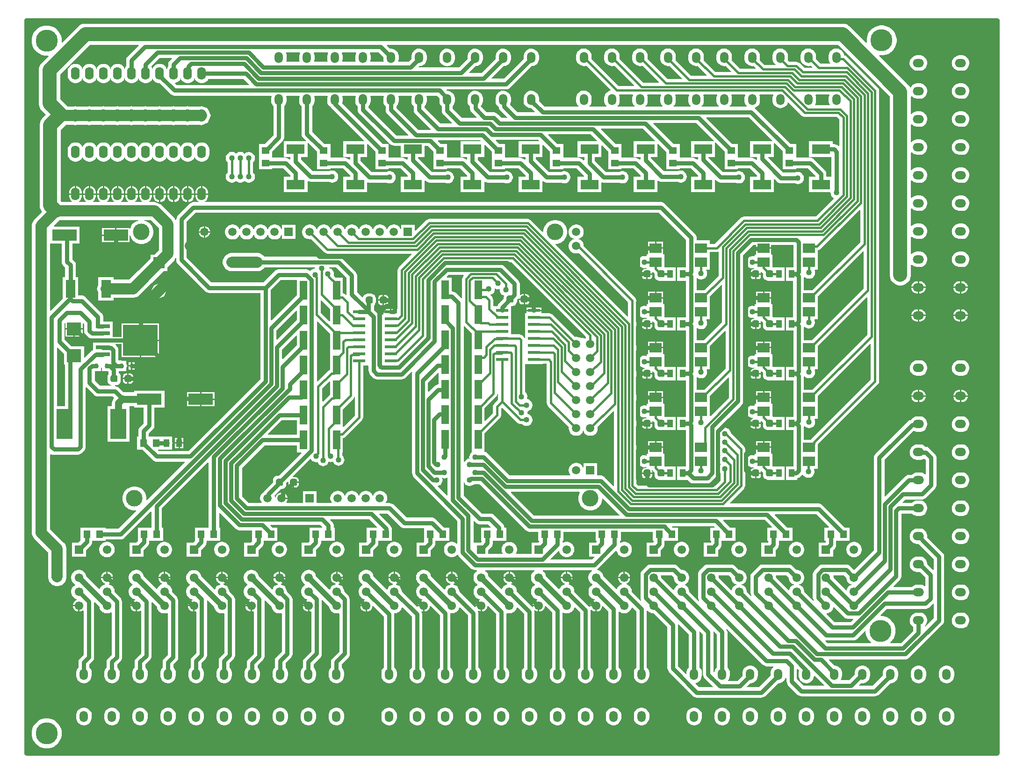
<source format=gtl>
G04*
G04 #@! TF.GenerationSoftware,Altium Limited,Altium Designer,20.2.3 (150)*
G04*
G04 Layer_Physical_Order=1*
G04 Layer_Color=255*
%FSTAX24Y24*%
%MOIN*%
G70*
G04*
G04 #@! TF.SameCoordinates,FD17E350-08D3-4DFF-A4DB-8DFB896FC0A1*
G04*
G04*
G04 #@! TF.FilePolarity,Positive*
G04*
G01*
G75*
%ADD10C,0.0100*%
%ADD15C,0.0800*%
%ADD24R,0.0700X0.1260*%
%ADD25R,0.1772X0.0827*%
%ADD26R,0.1024X0.0917*%
G04:AMPARAMS|DCode=27|XSize=50mil|YSize=50mil|CornerRadius=12.5mil|HoleSize=0mil|Usage=FLASHONLY|Rotation=180.000|XOffset=0mil|YOffset=0mil|HoleType=Round|Shape=RoundedRectangle|*
%AMROUNDEDRECTD27*
21,1,0.0500,0.0250,0,0,180.0*
21,1,0.0250,0.0500,0,0,180.0*
1,1,0.0250,-0.0125,0.0125*
1,1,0.0250,0.0125,0.0125*
1,1,0.0250,0.0125,-0.0125*
1,1,0.0250,-0.0125,-0.0125*
%
%ADD27ROUNDEDRECTD27*%
%ADD28R,0.0394X0.0550*%
%ADD29R,0.0500X0.0550*%
%ADD30R,0.0550X0.0500*%
%ADD31R,0.1299X0.0709*%
%ADD32R,0.0236X0.0354*%
%ADD33R,0.0866X0.0236*%
%ADD34R,0.1181X0.2126*%
%ADD35R,0.0866X0.0669*%
%ADD36R,0.0992X0.0311*%
%ADD37R,0.2008X0.0311*%
%ADD38R,0.0528X0.1346*%
%ADD64C,0.0610*%
%ADD65R,0.0610X0.0610*%
%ADD66R,0.2453X0.2193*%
%ADD67C,0.1000*%
%ADD68C,0.0300*%
%ADD69C,0.0150*%
%ADD70C,0.0500*%
%ADD71C,0.0400*%
%ADD72R,0.0591X0.0591*%
%ADD73C,0.0591*%
%ADD74R,0.0591X0.0591*%
%ADD75C,0.1570*%
%ADD76O,0.0600X0.0787*%
%ADD77O,0.0787X0.0600*%
%ADD78C,0.0787*%
%ADD79R,0.0787X0.0787*%
%ADD80C,0.0400*%
%ADD81O,0.0620X0.0900*%
%ADD82C,0.1181*%
%ADD83C,0.0500*%
G36*
X281755Y159684D02*
X28179Y159669D01*
X281821Y159648D01*
X281835Y159635D01*
X281835Y159635D01*
X281839Y15963D01*
X281851Y159618D01*
X281871Y159589D01*
X281884Y159557D01*
X281891Y159523D01*
Y159505D01*
Y159496D01*
D01*
D01*
Y107301D01*
Y107282D01*
X281884Y107245D01*
X281869Y10721D01*
X281848Y107179D01*
X281835Y107165D01*
X281835D01*
X28183Y107161D01*
X281818Y107149D01*
X281789Y107129D01*
X281757Y107116D01*
X281723Y107109D01*
X212515D01*
X212481Y107116D01*
X21245Y107129D01*
X212421Y107148D01*
X212409Y10716D01*
X212405Y107165D01*
X212394Y107175D01*
X212377Y107201D01*
X212365Y107229D01*
X212359Y107259D01*
Y107274D01*
D01*
D01*
Y159511D01*
D01*
D01*
Y159553D01*
Y159567D01*
X212364Y159593D01*
X212375Y159618D01*
X21239Y15964D01*
X212399Y15965D01*
X212399Y15965D01*
X212409Y15966D01*
X212432Y159675D01*
X212457Y159686D01*
X212484Y159691D01*
X212498Y159691D01*
X212498Y159691D01*
X281718D01*
X281755Y159684D01*
D02*
G37*
%LPC*%
G36*
X212532Y159517D02*
X212532Y159517D01*
X212532Y159517D01*
X212532Y159517D01*
X212532Y159517D01*
D02*
G37*
G36*
X21251Y159508D02*
X21251Y159508D01*
X21251Y159508D01*
X212511Y159508D01*
X21251Y159508D01*
D02*
G37*
G36*
X270679Y159308D02*
X270633Y159308D01*
X216635D01*
X216488Y159279D01*
X21635Y159221D01*
X216226Y159139D01*
X216173Y159086D01*
X216173Y159086D01*
X215061Y157973D01*
X215012Y157995D01*
Y158101D01*
X215016Y15811D01*
X215012Y158119D01*
Y158228D01*
X214974Y158422D01*
X214898Y158604D01*
X214789Y158767D01*
X214719Y158837D01*
X214712Y158844D01*
X214704Y158864D01*
X214681Y158876D01*
X214681Y158876D01*
X214611Y158945D01*
X214447Y159055D01*
X214265Y15913D01*
X214072Y159169D01*
X213968D01*
X21395Y159176D01*
X213932Y159169D01*
X21382D01*
X213627Y15913D01*
X213445Y159055D01*
X213281Y158945D01*
X213202Y158866D01*
X213196Y158864D01*
X213194Y158858D01*
X213173Y158837D01*
Y158837D01*
X213103Y158767D01*
X212994Y158604D01*
X212918Y158422D01*
X21288Y158228D01*
Y157977D01*
X212918Y157783D01*
X212994Y157601D01*
X213103Y157438D01*
X213281Y15726D01*
X213445Y15715D01*
X213627Y157075D01*
X21382Y157036D01*
X214053D01*
X214075Y156988D01*
X213614Y156527D01*
X213614Y156527D01*
X213561Y156474D01*
X213479Y15635D01*
X213421Y156212D01*
X213392Y156065D01*
Y155991D01*
Y153626D01*
Y153552D01*
X213392Y153552D01*
X213414Y153444D01*
X213421Y153405D01*
X213479Y153268D01*
X2135Y153235D01*
Y153235D01*
X2135D01*
X213561Y153143D01*
X213611Y153093D01*
X21365Y153055D01*
X213892Y152813D01*
X213611Y152533D01*
X213529Y152409D01*
X213471Y152271D01*
X213442Y152125D01*
Y15205D01*
Y14635D01*
Y146287D01*
X213467Y146164D01*
X213515Y146047D01*
X213585Y145943D01*
X213594Y145933D01*
X213594Y145863D01*
X213091Y145359D01*
X213091Y145359D01*
X213046Y145314D01*
X212974Y145208D01*
X212926Y145089D01*
X212901Y144964D01*
Y1449D01*
Y123D01*
Y122936D01*
X212926Y122811D01*
X212974Y122692D01*
X213046Y122586D01*
X213091Y122541D01*
X214051Y121581D01*
Y11985D01*
Y119786D01*
X214076Y119661D01*
X214124Y119542D01*
X214196Y119436D01*
X214241Y119391D01*
X214286Y119346D01*
X214392Y119274D01*
X214511Y119226D01*
X214636Y119201D01*
X214764D01*
X214889Y119226D01*
X215008Y119274D01*
X215114Y119346D01*
X215159Y119391D01*
X215159Y119391D01*
X215159Y119391D01*
X215204Y119436D01*
X215276Y119542D01*
X215324Y119661D01*
X215349Y119786D01*
Y11985D01*
Y12185D01*
Y121914D01*
X215324Y122039D01*
X215276Y122158D01*
X215204Y122264D01*
X215159Y122309D01*
X215159Y122309D01*
X214199Y123269D01*
Y128573D01*
X214242Y128594D01*
X214249Y128592D01*
X214311Y128571D01*
X214345Y128571D01*
X214848Y128571D01*
X214848Y128571D01*
Y128571D01*
X216212D01*
X216285Y128586D01*
X216354Y128614D01*
X216416Y128656D01*
X216644Y128884D01*
X216686Y128946D01*
X216714Y129015D01*
X216729Y129088D01*
Y129126D01*
Y133365D01*
X216779Y133385D01*
X217332Y132832D01*
X217359Y132806D01*
X217421Y132764D01*
X217489Y132736D01*
X217563Y132721D01*
X218652D01*
X218746Y132627D01*
X218721Y132602D01*
X218579Y132257D01*
Y13202D01*
X218275D01*
Y129494D01*
X219856D01*
Y13202D01*
X219898Y13204D01*
X220172D01*
Y131914D01*
X22087D01*
Y130807D01*
X220556Y130492D01*
X220514Y13043D01*
X220486Y130361D01*
X220471Y130288D01*
Y129875D01*
X2204D01*
Y128925D01*
X220764D01*
X221472Y128217D01*
X221507Y128182D01*
X221534Y128156D01*
X221596Y128114D01*
X221665Y128086D01*
X221738Y128071D01*
X221785Y128071D01*
X223786D01*
X223805Y128025D01*
X221095Y125315D01*
X221051Y125339D01*
X221056Y125361D01*
Y125534D01*
X221023Y1257D01*
X220958Y125855D01*
X220865Y125995D01*
X220805Y126055D01*
X220805Y126055D01*
X22077Y12609D01*
X220745Y126115D01*
X220605Y126208D01*
X22045Y126273D01*
X220284Y126306D01*
X220116D01*
X21995Y126273D01*
X219795Y126208D01*
X219655Y126115D01*
X219595Y126055D01*
X219595Y126055D01*
X219595Y126055D01*
X219535Y125995D01*
X219442Y125855D01*
X219377Y1257D01*
X219344Y125534D01*
Y125366D01*
X219377Y1252D01*
X219442Y125045D01*
X219535Y124905D01*
X219595Y124845D01*
X219655Y124785D01*
X219795Y124692D01*
X21995Y124627D01*
X220116Y124594D01*
X220282D01*
X220313Y1246D01*
X220336Y124556D01*
X219059Y123279D01*
X21816D01*
Y123375D01*
X21636D01*
Y122446D01*
X216219Y122305D01*
X215745D01*
Y121295D01*
X216755D01*
Y121769D01*
X217104Y122119D01*
X217146Y122181D01*
X217174Y122249D01*
X217189Y122323D01*
Y122425D01*
X21816D01*
Y122521D01*
X219253D01*
X219326Y122536D01*
X219395Y122564D01*
X219457Y122606D01*
X219484Y122632D01*
X221365Y124514D01*
X221411Y124494D01*
Y123375D01*
X22044D01*
Y12243D01*
X220316Y122305D01*
X219841D01*
Y121295D01*
X220851D01*
Y121769D01*
X221184Y122102D01*
X221226Y122164D01*
X221254Y122233D01*
X221269Y122307D01*
Y122425D01*
X22224D01*
Y123375D01*
X222169D01*
Y124752D01*
X225445Y128028D01*
X225491Y128009D01*
Y123375D01*
X22452D01*
Y122425D01*
X22452Y122425D01*
X22452D01*
X224494Y122387D01*
X224412Y122305D01*
X223937D01*
Y121295D01*
X224947D01*
Y121769D01*
X225238Y12206D01*
X225238Y12206D01*
X225264Y122086D01*
X225306Y122148D01*
X225334Y122217D01*
X225349Y12229D01*
Y122425D01*
X22632D01*
Y123375D01*
X226249D01*
Y124403D01*
X226295Y124422D01*
X227435Y123282D01*
X227461Y123256D01*
X227523Y123214D01*
X227592Y123186D01*
X227666Y123171D01*
X2286D01*
Y122425D01*
X2286Y122425D01*
X2286D01*
X228584Y122381D01*
X228508Y122305D01*
X228033D01*
Y121295D01*
X229044D01*
Y121769D01*
X229344Y12207D01*
X229386Y122132D01*
X229414Y122201D01*
X229429Y122274D01*
Y122425D01*
X2304D01*
Y123375D01*
X230036D01*
X229886Y123525D01*
X229905Y123571D01*
X233443D01*
X233593Y123421D01*
X233574Y123375D01*
X23268D01*
Y122425D01*
X23268D01*
X232693Y122394D01*
X232604Y122305D01*
X232129D01*
Y121295D01*
X23314D01*
Y121769D01*
X233424Y122054D01*
X233466Y122116D01*
X233494Y122185D01*
X233509Y122258D01*
Y122425D01*
X23448D01*
Y123375D01*
X234409D01*
Y123557D01*
X234394Y123631D01*
X234366Y123699D01*
X234324Y123761D01*
X234298Y123788D01*
X234161Y123925D01*
X23418Y123971D01*
X236943D01*
X237493Y123421D01*
X237474Y123375D01*
X23676D01*
Y122425D01*
X23676D01*
X236778Y122383D01*
X2367Y122305D01*
X236226D01*
Y121295D01*
X237236D01*
Y121769D01*
X237504Y122038D01*
X237546Y1221D01*
X237574Y122169D01*
X237589Y122242D01*
Y122425D01*
X23856D01*
Y123375D01*
X238548D01*
X238498Y123402D01*
X238487Y123455D01*
X238467Y123504D01*
X238437Y123549D01*
X237661Y124325D01*
X23768Y124371D01*
X238243D01*
X239182Y123432D01*
X239209Y123406D01*
X239271Y123364D01*
X23934Y123336D01*
X239413Y123321D01*
X24084D01*
Y122425D01*
X240845D01*
X240866Y122375D01*
X240796Y122305D01*
X240322D01*
Y121295D01*
X241332D01*
Y121769D01*
X241584Y122022D01*
X241626Y122084D01*
X241654Y122153D01*
X241669Y122226D01*
Y122425D01*
X24264D01*
Y123375D01*
X242276D01*
X241718Y123933D01*
X241683Y123968D01*
X241669Y123981D01*
X241656Y123994D01*
X241647Y124001D01*
X241594Y124036D01*
X241525Y124064D01*
X241452Y124079D01*
X239607D01*
X238668Y125018D01*
X2384Y125129D01*
X238148D01*
X238136Y125146D01*
X238129Y125179D01*
X238148Y125198D01*
X238154Y125207D01*
X238191Y125263D01*
X238221Y125335D01*
X238236Y125411D01*
Y125503D01*
X238215Y125606D01*
X238175Y125704D01*
X238116Y125792D01*
X238079Y125829D01*
X238042Y125866D01*
X237954Y125925D01*
X237856Y125965D01*
X237753Y125986D01*
X237647D01*
X237544Y125965D01*
X237446Y125925D01*
X237358Y125866D01*
X237298Y125806D01*
X237262Y125753D01*
X237238Y125693D01*
X237225Y12563D01*
Y125597D01*
X237175D01*
Y12563D01*
X237162Y125693D01*
X237138Y125753D01*
X237111Y125792D01*
X237102Y125806D01*
X237079Y125829D01*
X237042Y125866D01*
X236954Y125925D01*
X236856Y125965D01*
X236753Y125986D01*
X236647D01*
X236544Y125965D01*
X236446Y125925D01*
X236358Y125866D01*
X236298Y125806D01*
X236262Y125753D01*
X236238Y125693D01*
X236225Y12563D01*
Y125597D01*
X236175D01*
Y12563D01*
X236162Y125693D01*
X236138Y125753D01*
X236111Y125792D01*
X236102Y125806D01*
X236079Y125829D01*
X236042Y125866D01*
X235954Y125925D01*
X235856Y125965D01*
X235753Y125986D01*
X235647D01*
X235544Y125965D01*
X235446Y125925D01*
X235358Y125866D01*
X235298Y125806D01*
X235262Y125753D01*
X235238Y125693D01*
X235225Y12563D01*
Y125597D01*
X235175D01*
Y12563D01*
X235162Y125693D01*
X235138Y125753D01*
X235111Y125792D01*
X235102Y125806D01*
X235079Y125829D01*
X235042Y125866D01*
X234954Y125925D01*
X234856Y125965D01*
X234753Y125986D01*
X234647D01*
X234544Y125965D01*
X234446Y125925D01*
X234358Y125866D01*
X234284Y125792D01*
X234225Y125704D01*
X234185Y125606D01*
X234164Y125503D01*
Y125411D01*
X234179Y125335D01*
X234209Y125263D01*
X234252Y125198D01*
X234271Y125179D01*
X234264Y125146D01*
X234252Y125129D01*
X233195D01*
Y125945D01*
X232205D01*
Y125129D01*
X231049D01*
X231016Y125179D01*
X231037Y125201D01*
X231072Y125252D01*
X231095Y125309D01*
X231107Y125369D01*
Y1254D01*
Y1254D01*
X2307D01*
Y12545D01*
X23065D01*
Y125857D01*
X23065D01*
X230615D01*
X230546Y125843D01*
X230481Y125816D01*
X230422Y125777D01*
X230397Y125753D01*
X23037Y125725D01*
X230328Y125662D01*
X230298Y125591D01*
X230286Y125526D01*
X230283Y125516D01*
X230275Y125508D01*
X230225Y12553D01*
Y12553D01*
X23021Y125606D01*
X23019Y125654D01*
X230659Y126123D01*
X23071D01*
X230778Y126137D01*
X230842Y126163D01*
X230899Y126202D01*
X230924Y126226D01*
X230924Y126226D01*
X230924Y126226D01*
X230948Y126251D01*
X230987Y126308D01*
X231013Y126372D01*
X231027Y12644D01*
Y126541D01*
X231135Y12665D01*
X231181Y12663D01*
Y126451D01*
X231191Y126404D01*
X231209Y12636D01*
X231236Y12632D01*
X231253Y126303D01*
X23127Y126286D01*
X23131Y126259D01*
X231354Y126241D01*
X231401Y126231D01*
X2315D01*
Y1266D01*
X23155D01*
Y12665D01*
X231919D01*
Y126749D01*
X231909Y126796D01*
X231891Y12684D01*
X231864Y12688D01*
X23183Y126914D01*
X23179Y126941D01*
X231746Y126959D01*
X231699Y126969D01*
X23152D01*
X2315Y127015D01*
X232749Y128264D01*
X232798Y128254D01*
X232844Y128144D01*
X23315Y128017D01*
X233254Y12806D01*
X233343Y127845D01*
X233649Y127718D01*
X233955Y127845D01*
X234052Y128078D01*
X2342Y128017D01*
X234365Y128085D01*
X234444Y127894D01*
X23475Y127767D01*
X235056Y127894D01*
X235183Y1282D01*
X235056Y128506D01*
X235027Y128518D01*
Y128744D01*
X235068D01*
Y129747D01*
X235216Y129808D01*
X236437Y131029D01*
X236524Y13124D01*
Y134932D01*
X236859D01*
X236871Y134887D01*
Y13455D01*
X236982Y134282D01*
X237232Y134032D01*
X2375Y133921D01*
X23925D01*
X239518Y134032D01*
X239966Y13448D01*
X240007Y134452D01*
X239971Y134365D01*
Y12725D01*
X240082Y126982D01*
X243221Y123843D01*
Y122246D01*
X243171Y122225D01*
X243167Y12223D01*
X243077Y122289D01*
X242978Y122331D01*
X242872Y122352D01*
X242765D01*
X242659Y122331D01*
X242559Y122289D01*
X24247Y12223D01*
X242432Y122191D01*
X242394Y122153D01*
X242334Y122064D01*
X242293Y121964D01*
X242272Y121859D01*
Y121751D01*
X242293Y121645D01*
X242334Y121546D01*
X242394Y121456D01*
X242432Y121418D01*
X24247Y12138D01*
X242559Y12132D01*
X242659Y121279D01*
X242765Y121258D01*
X242815D01*
X242827Y121253D01*
X242839Y121258D01*
X242872D01*
X242978Y121279D01*
X243077Y12132D01*
X243167Y12138D01*
X243191Y121404D01*
X243214Y121413D01*
X243223Y121436D01*
X24323Y121443D01*
X243286Y121438D01*
X243332Y121326D01*
X244226Y120432D01*
X244494Y120321D01*
X244619D01*
X244635Y120271D01*
X244573Y12023D01*
X244535Y120192D01*
X244497Y120154D01*
X244437Y120065D01*
X244396Y119965D01*
X244375Y119859D01*
Y119752D01*
X244396Y119646D01*
X244437Y119547D01*
X244497Y119457D01*
X244533Y119421D01*
X244536Y119413D01*
X244544Y11941D01*
X244569Y119385D01*
X24465Y119331D01*
X244659Y119327D01*
Y119312D01*
X244654Y119275D01*
X24458Y119226D01*
X244543Y119189D01*
X244536Y119187D01*
X244534Y11918D01*
X244503Y119149D01*
X244443Y119059D01*
X244402Y11896D01*
X244381Y118854D01*
Y11881D01*
X244376Y1188D01*
X244381Y11879D01*
Y118747D01*
X244402Y118641D01*
X244443Y118541D01*
X244503Y118452D01*
X244533Y118421D01*
X244536Y118413D01*
X244545Y11841D01*
X244586Y118369D01*
Y118369D01*
X244615Y118339D01*
X244685Y118293D01*
X244763Y118261D01*
X244819Y118249D01*
X244824Y118197D01*
X244613Y11811D01*
X244505Y11785D01*
X244923D01*
Y1178D01*
X244973D01*
Y117382D01*
X244973Y117382D01*
X244973D01*
Y117379D01*
X245009Y117382D01*
X24508Y117396D01*
X245147Y117424D01*
X245208Y117464D01*
X245233Y11749D01*
X245264Y117521D01*
X245267Y117526D01*
X245314Y117595D01*
X245347Y117677D01*
X245363Y117754D01*
X245389Y117768D01*
X245415Y117773D01*
X245971Y117216D01*
Y113382D01*
X245919Y113331D01*
X245863Y113247D01*
X245825Y113154D01*
X245805Y113055D01*
Y112771D01*
X245824Y112677D01*
X245861Y112587D01*
X245915Y112507D01*
X245946Y112476D01*
X245967Y112424D01*
X24602Y112402D01*
X24602Y112401D01*
X246112Y11234D01*
X246214Y112298D01*
X246322Y112276D01*
X246323D01*
X24635Y112265D01*
X246376Y112276D01*
X246377Y112276D01*
X246377Y112276D01*
X246377Y112276D01*
X246419D01*
X246424Y112276D01*
X246424Y112276D01*
X246516Y112294D01*
X246603Y11233D01*
X246682Y112383D01*
X246715Y112416D01*
X246733Y112424D01*
X24674Y112441D01*
X24677Y112471D01*
X246836Y11257D01*
X246882Y11268D01*
X246905Y112797D01*
Y113068D01*
X246887Y113156D01*
X246853Y11324D01*
X246803Y113315D01*
X246771Y113347D01*
X246751Y113366D01*
X246751D01*
X246729Y113389D01*
Y117242D01*
X246779Y117271D01*
X246869Y117253D01*
X246977D01*
X247083Y117274D01*
X247182Y117315D01*
X247272Y117375D01*
X24731Y117413D01*
X247348Y117452D01*
X247408Y117541D01*
X247449Y117641D01*
X247455Y11767D01*
X247503Y117685D01*
X247971Y117216D01*
Y113382D01*
X247919Y113331D01*
X247863Y113247D01*
X247825Y113154D01*
X247805Y113055D01*
Y112771D01*
X247824Y112677D01*
X247861Y112587D01*
X247915Y112507D01*
X247946Y112476D01*
X247967Y112424D01*
X24802Y112402D01*
X24802Y112401D01*
X248112Y11234D01*
X248214Y112298D01*
X248322Y112276D01*
X248323D01*
X24835Y112265D01*
X24836Y112269D01*
X248407Y112276D01*
X248416Y112276D01*
X248424D01*
X248424Y112276D01*
X248424D01*
X248465Y112284D01*
X248516Y112294D01*
X248603Y11233D01*
X248681Y112383D01*
X248715Y112416D01*
X248733Y112424D01*
X24874Y112441D01*
X24877Y112471D01*
X248836Y11257D01*
X248882Y11268D01*
X248905Y112797D01*
Y113068D01*
X248887Y113156D01*
X248853Y11324D01*
X248803Y113315D01*
X248771Y113347D01*
X248751Y113366D01*
X248751D01*
X248729Y113389D01*
Y117373D01*
X248702Y117439D01*
X248737Y117474D01*
X248762Y117455D01*
X248816Y117419D01*
X248875Y117395D01*
X248937Y117382D01*
X248969Y117378D01*
Y11775D01*
X248601D01*
X248617Y117713D01*
X248575Y117684D01*
X24747Y118789D01*
Y118854D01*
X247449Y118959D01*
X247408Y119059D01*
X247348Y119149D01*
X24731Y119187D01*
X247276Y11922D01*
X247198Y119272D01*
X24711Y119309D01*
X247073Y119316D01*
X247068Y119368D01*
X247098Y119381D01*
X247175Y119432D01*
X247259Y119516D01*
X247299Y119576D01*
X247327Y119643D01*
X247338Y119701D01*
X247341Y119714D01*
Y11975D01*
D01*
X246923D01*
X246505D01*
Y11975D01*
Y119714D01*
X246508Y119701D01*
X246519Y119643D01*
X246547Y119576D01*
X246587Y119516D01*
X246613Y11949D01*
X246613D01*
X246671Y119432D01*
X246748Y119381D01*
X246778Y119368D01*
X246773Y119316D01*
X246736Y119309D01*
X246648Y119272D01*
X24657Y11922D01*
X246536Y119187D01*
X246529Y119179D01*
X246492Y119142D01*
X246435Y119057D01*
X24641Y118996D01*
X246351Y118984D01*
X245423Y119912D01*
X245422Y119915D01*
Y119956D01*
X245407Y120031D01*
X245378Y120101D01*
X245341Y120156D01*
X245335Y120165D01*
X245308Y120192D01*
X245308Y120192D01*
X24527Y12023D01*
X245209Y120271D01*
X245224Y120321D01*
X248716D01*
X248732Y120271D01*
X24867Y12023D01*
X248632Y120192D01*
X248594Y120154D01*
X248534Y120065D01*
X248493Y119965D01*
X248472Y119859D01*
Y119752D01*
X248493Y119646D01*
X248534Y119547D01*
X248594Y119457D01*
X248629Y119422D01*
X248633Y119413D01*
X248642Y11941D01*
X248666Y119385D01*
X248747Y119331D01*
X248756Y119327D01*
Y119312D01*
X248751Y119275D01*
X248677Y119226D01*
X248641Y11919D01*
X248633Y119187D01*
X248629Y119178D01*
X2486Y119149D01*
X24854Y119059D01*
X248499Y11896D01*
X248478Y118854D01*
Y118813D01*
X248472Y1188D01*
X248478Y118787D01*
Y118747D01*
X248499Y118641D01*
X24854Y118541D01*
X2486Y118452D01*
X248629Y118423D01*
X248633Y118413D01*
X248642Y118409D01*
X248683Y118369D01*
Y118369D01*
X248712Y118339D01*
X248782Y118293D01*
X24886Y118261D01*
X248915Y11825D01*
X24892Y118198D01*
X248709Y11811D01*
X248601Y11785D01*
X249019D01*
Y1178D01*
X249069D01*
Y117382D01*
X249069Y117382D01*
X249069D01*
Y117379D01*
X249105Y117382D01*
X249177Y117396D01*
X249243Y117424D01*
X249304Y117464D01*
X24936Y11752D01*
X249363Y117526D01*
X249407Y117592D01*
X24944Y117671D01*
X249457Y117756D01*
X249507Y117776D01*
X249971Y117312D01*
Y113383D01*
X249919Y113331D01*
X249863Y113247D01*
X249825Y113154D01*
X249805Y113055D01*
Y112771D01*
X249824Y112677D01*
X249861Y112587D01*
X249914Y112507D01*
X249946Y112475D01*
X249967Y112424D01*
X250019Y112402D01*
X25002Y112401D01*
X250112Y11234D01*
X250214Y112298D01*
X250322Y112276D01*
X250323D01*
X25035Y112265D01*
X250376Y112276D01*
X250376Y112276D01*
X250376Y112276D01*
X250376Y112276D01*
X250418D01*
X250424Y112276D01*
X250424Y112276D01*
X250516Y112294D01*
X250603Y11233D01*
X250681Y112383D01*
X250715Y112416D01*
X250733Y112424D01*
X25074Y112442D01*
X250769Y112471D01*
X250836Y11257D01*
X250881Y11268D01*
X250905Y112797D01*
Y113068D01*
X250887Y113156D01*
X250853Y11324D01*
X250802Y113315D01*
X25077Y113347D01*
X250751Y113366D01*
X250751D01*
X250729Y113388D01*
Y117285D01*
X250779Y117309D01*
X250864Y117274D01*
X25097Y117253D01*
X251078D01*
X251184Y117274D01*
X251283Y117315D01*
X251373Y117375D01*
X251411Y117413D01*
X251449Y117451D01*
X251509Y117541D01*
X25155Y11764D01*
X251555Y117666D01*
X251603Y117681D01*
X251971Y117312D01*
Y113383D01*
X251919Y113331D01*
X251863Y113247D01*
X251824Y113154D01*
X251805Y113055D01*
Y112771D01*
X251824Y112677D01*
X251861Y112587D01*
X251914Y112507D01*
X251946Y112475D01*
X251967Y112424D01*
X252019Y112402D01*
X25202Y112401D01*
X252111Y11234D01*
X252213Y112298D01*
X252321Y112276D01*
X252323D01*
X25235Y112265D01*
X252376Y112276D01*
X252423D01*
X252516Y112294D01*
X252603Y11233D01*
X252681Y112383D01*
X252714Y112416D01*
X252733Y112424D01*
X25274Y112442D01*
X252769Y112471D01*
X252836Y11257D01*
X252881Y11268D01*
X252905Y112797D01*
Y113068D01*
X252887Y113156D01*
X252852Y11324D01*
X252802Y113315D01*
X25277Y113347D01*
X252751Y113366D01*
X252751D01*
X252729Y113388D01*
Y117469D01*
Y117502D01*
X252733Y117505D01*
X25278Y117516D01*
X252804Y117491D01*
X252831Y117464D01*
X252891Y117424D01*
X252958Y117396D01*
X253029Y117382D01*
X253065Y117379D01*
Y11775D01*
X252687D01*
X252678Y117716D01*
X252644Y117711D01*
X252631Y117724D01*
X252618Y117737D01*
X252583Y117772D01*
X251566Y118789D01*
Y118853D01*
X251545Y118959D01*
X251504Y119059D01*
X251444Y119148D01*
X251406Y119187D01*
X251372Y11922D01*
X251294Y119272D01*
X251207Y119309D01*
X251169Y119316D01*
X251164Y119368D01*
X251194Y119381D01*
X251271Y119432D01*
X251294Y119455D01*
X251329Y11949D01*
X251355Y119516D01*
X251362Y119526D01*
X251395Y119576D01*
X251423Y119643D01*
X251434Y1197D01*
X251437Y119714D01*
Y11975D01*
X251019D01*
X250601D01*
Y119714D01*
X250604Y1197D01*
X250616Y119643D01*
X250643Y119576D01*
X250676Y119526D01*
X250684Y119516D01*
X250709Y11949D01*
X250745Y119455D01*
X250767Y119432D01*
X250844Y119381D01*
X250874Y119368D01*
X250869Y119316D01*
X250832Y119309D01*
X250745Y119272D01*
X250666Y11922D01*
X250633Y119187D01*
X250623Y119177D01*
X250587Y119141D01*
X250531Y119057D01*
X250506Y118996D01*
X250447Y118985D01*
X24952Y119912D01*
X249519Y119913D01*
Y119956D01*
X249504Y120031D01*
X249475Y120101D01*
X249438Y120156D01*
X249433Y120165D01*
X249406Y120192D01*
X249406Y120192D01*
X249367Y12023D01*
X249306Y120271D01*
X249321Y120321D01*
X252814D01*
X252829Y120271D01*
X252768Y12023D01*
X252729Y120192D01*
X252691Y120154D01*
X252632Y120065D01*
X25259Y119965D01*
X252569Y119859D01*
Y119802D01*
X252569Y1198D01*
X252569Y119798D01*
Y119752D01*
X25259Y119646D01*
X252632Y119547D01*
X252691Y119457D01*
X252724Y119424D01*
X252729Y119413D01*
X252739Y119409D01*
X252764Y119385D01*
X252844Y119331D01*
X252853Y119327D01*
Y119312D01*
X252848Y119275D01*
X252774Y119226D01*
X252739Y119191D01*
X252729Y119187D01*
X252725Y119177D01*
X252697Y119149D01*
X252637Y119059D01*
X252596Y11896D01*
X252575Y118854D01*
Y118815D01*
X252569Y1188D01*
X252575Y118785D01*
Y118747D01*
X252596Y118641D01*
X252637Y118541D01*
X252697Y118452D01*
X252724Y118425D01*
X252729Y118413D01*
X25274Y118409D01*
X25278Y118369D01*
Y118369D01*
X252809Y118339D01*
X252879Y118293D01*
X252957Y118261D01*
X253012Y11825D01*
X253017Y118198D01*
X252805Y11811D01*
X252698Y11785D01*
X253115D01*
Y1178D01*
X253165D01*
Y117382D01*
X253165Y117382D01*
X253165D01*
Y117379D01*
X253202Y117382D01*
X253273Y117396D01*
X25334Y117424D01*
X2534Y117464D01*
X253425Y11749D01*
X253455Y117519D01*
X253459Y117526D01*
X253501Y117589D01*
X253533Y117665D01*
X253549Y117747D01*
Y11776D01*
X253598Y11778D01*
X2536Y11778D01*
X253971Y117408D01*
Y113383D01*
X253919Y113331D01*
X253863Y113247D01*
X253824Y113154D01*
X253805Y113055D01*
Y112771D01*
X253823Y112677D01*
X25386Y112587D01*
X253914Y112507D01*
X253946Y112475D01*
X253967Y112424D01*
X254019Y112402D01*
X25402Y112401D01*
X254111Y11234D01*
X254213Y112298D01*
X254321Y112276D01*
X254323D01*
X25435Y112265D01*
X254376Y112276D01*
X254423D01*
X254516Y112294D01*
X254603Y11233D01*
X254681Y112383D01*
X254714Y112416D01*
X254733Y112424D01*
X25474Y112442D01*
X254769Y112471D01*
X254835Y11257D01*
X254881Y11268D01*
X254904Y112797D01*
Y113068D01*
X254887Y113156D01*
X254852Y11324D01*
X254802Y113315D01*
X25477Y113347D01*
X254751Y113366D01*
X254751D01*
X254729Y113388D01*
Y117347D01*
X254779Y117366D01*
X254855Y117315D01*
X254955Y117274D01*
X255061Y117253D01*
X255169D01*
X255274Y117274D01*
X255374Y117315D01*
X255463Y117375D01*
X255501Y117413D01*
X25554Y117451D01*
X255599Y117541D01*
X255641Y11764D01*
X255647Y11767D01*
X255695Y117685D01*
X255971Y117408D01*
Y113383D01*
X255919Y113331D01*
X255863Y113247D01*
X255824Y113154D01*
X255804Y113055D01*
Y112771D01*
X255823Y112677D01*
X25586Y112587D01*
X255914Y112507D01*
X255946Y112474D01*
X255967Y112424D01*
X256018Y112403D01*
X256019Y112401D01*
X256111Y11234D01*
X256213Y112298D01*
X256321Y112276D01*
X256323D01*
X25635Y112265D01*
X256376Y112276D01*
X256423D01*
X256515Y112294D01*
X256602Y11233D01*
X256681Y112383D01*
X256714Y112416D01*
X256733Y112424D01*
X256741Y112443D01*
X256769Y112471D01*
X256835Y11257D01*
X256881Y11268D01*
X256904Y112797D01*
Y113068D01*
X256887Y113156D01*
X256852Y11324D01*
X256802Y113315D01*
X25677Y113347D01*
X256751Y113366D01*
X256751D01*
X256729Y113388D01*
Y117439D01*
X256773Y117459D01*
X256779Y117459D01*
X256825Y117413D01*
X256863Y117375D01*
X256952Y117316D01*
X257052Y117274D01*
X257157Y117253D01*
X257211D01*
X257212Y117253D01*
X257212Y117253D01*
X257222D01*
X258193Y116283D01*
Y113328D01*
X258304Y113061D01*
X260032Y111332D01*
X2603Y111221D01*
X264894D01*
X265162Y111332D01*
X266085Y112256D01*
X266127Y112276D01*
X266169D01*
X266174Y112276D01*
X266174Y112276D01*
X266266Y112294D01*
X266354Y11233D01*
X266432Y112383D01*
X266466Y112417D01*
X266483Y112424D01*
X26649Y112441D01*
X26652Y112471D01*
X266586Y11257D01*
X266621Y112654D01*
X266671Y112644D01*
Y1124D01*
X266782Y112132D01*
X267482Y111432D01*
X26775Y111321D01*
X272994D01*
X273262Y111432D01*
X274096Y112267D01*
X2741Y112265D01*
X274126Y112276D01*
X274173D01*
X274266Y112294D01*
X274353Y11233D01*
X274431Y112383D01*
X274464Y112416D01*
X274483Y112424D01*
X27449Y112442D01*
X274519Y112471D01*
X274586Y11257D01*
X274631Y11268D01*
X274655Y112797D01*
Y113068D01*
X274637Y113156D01*
X274602Y11324D01*
X274552Y113315D01*
X27452Y113347D01*
X274501Y113366D01*
X274501D01*
X274464Y113403D01*
X274376Y113462D01*
X274279Y113502D01*
X274176Y113523D01*
X274129D01*
X2741Y113535D01*
X274071Y113523D01*
X27403D01*
X273927Y113502D01*
X273829Y113462D01*
X273742Y113403D01*
X273669Y113331D01*
X273613Y113247D01*
X273574Y113154D01*
X273555Y113055D01*
Y112797D01*
X272837Y112079D01*
X27188D01*
X271861Y112125D01*
X272022Y112286D01*
X272072Y112276D01*
X272073D01*
X2721Y112265D01*
X272126Y112276D01*
X272126Y112276D01*
X272126Y112276D01*
X272126Y112276D01*
X272168D01*
X272174Y112276D01*
X272174Y112276D01*
X272266Y112294D01*
X272353Y11233D01*
X272431Y112383D01*
X272465Y112416D01*
X272483Y112424D01*
X27249Y112442D01*
X272519Y112471D01*
X272586Y11257D01*
X272631Y11268D01*
X272655Y112797D01*
Y113068D01*
X272637Y113156D01*
X272603Y11324D01*
X272552Y113315D01*
X27252Y113347D01*
X272501Y113366D01*
X272501D01*
X272464Y113403D01*
X272376Y113462D01*
X272279Y113502D01*
X272176Y113523D01*
X272129D01*
X2721Y113535D01*
X272071Y113523D01*
X27203D01*
X271927Y113502D01*
X27183Y113462D01*
X271742Y113403D01*
X271669Y113331D01*
X271613Y113247D01*
X271575Y113154D01*
X271555Y113055D01*
Y112891D01*
X271143Y112479D01*
X270578D01*
X270554Y112523D01*
X270586Y11257D01*
X270632Y11268D01*
X270655Y112797D01*
Y113068D01*
X270637Y113156D01*
X270603Y11324D01*
X270553Y113315D01*
X270521Y113347D01*
X270501Y113366D01*
X270501D01*
X270464Y113403D01*
X270376Y113462D01*
X270279Y113502D01*
X270176Y113523D01*
X270129D01*
X2701Y113535D01*
X270096Y113533D01*
X269704Y113925D01*
X269724Y113971D01*
X275203D01*
X275276Y113986D01*
X275345Y114014D01*
X275407Y114056D01*
X275434Y114082D01*
X277818Y116466D01*
X277844Y116493D01*
X277886Y116555D01*
X277914Y116624D01*
X277929Y116697D01*
Y116734D01*
Y1213D01*
Y121337D01*
X277914Y121411D01*
X277886Y121479D01*
X277844Y121541D01*
X277818Y121568D01*
X276719Y122667D01*
X276723Y122684D01*
Y122721D01*
X276735Y12275D01*
X276723Y122779D01*
Y12283D01*
X276702Y122933D01*
X276662Y12303D01*
X276603Y123118D01*
X276531Y123191D01*
X276447Y123247D01*
X276354Y123285D01*
X276255Y123305D01*
X275971D01*
X275877Y123286D01*
X275787Y123249D01*
X275707Y123195D01*
X275658Y123147D01*
X275624Y123133D01*
X275609Y123098D01*
X275601Y12309D01*
X27554Y122998D01*
X275498Y122896D01*
X275476Y122788D01*
Y122777D01*
X275465Y12275D01*
X275476Y122724D01*
Y122686D01*
X275494Y122594D01*
X27553Y122507D01*
X275583Y122429D01*
X275609Y122402D01*
X275624Y122367D01*
X275659Y122353D01*
X275671Y122341D01*
X27577Y122274D01*
X27588Y122229D01*
X275997Y122205D01*
X276109D01*
X277171Y121143D01*
Y120374D01*
X277125Y120354D01*
X276733Y120746D01*
X276735Y12075D01*
X276723Y120779D01*
Y12083D01*
X276702Y120933D01*
X276662Y121031D01*
X276603Y121118D01*
X276531Y121191D01*
X276447Y121247D01*
X276354Y121286D01*
X276255Y121305D01*
X275971D01*
X275877Y121286D01*
X275787Y121249D01*
X275707Y121196D01*
X275658Y121147D01*
X275624Y121133D01*
X275609Y121098D01*
X275601Y12109D01*
X27554Y120998D01*
X275498Y120897D01*
X275476Y120789D01*
Y120777D01*
X275465Y12075D01*
X275476Y120724D01*
Y120687D01*
X275494Y120594D01*
X27553Y120507D01*
X275583Y120429D01*
X275609Y120403D01*
X275624Y120367D01*
X275659Y120353D01*
X275671Y120341D01*
X27577Y120274D01*
X27588Y120229D01*
X275997Y120205D01*
X276202D01*
X276571Y119837D01*
Y119221D01*
X276553Y119208D01*
X276521Y119198D01*
X276447Y119247D01*
X276354Y119286D01*
X276255Y119305D01*
X275971D01*
X275877Y119287D01*
X275787Y11925D01*
X275707Y119196D01*
X275658Y119147D01*
X275624Y119133D01*
X275622Y119129D01*
X27433D01*
X274311Y119175D01*
X274794Y119659D01*
X274836Y119721D01*
X274864Y119789D01*
X274879Y119863D01*
Y1199D01*
Y124371D01*
X275622D01*
X275624Y124367D01*
X275658Y124353D01*
X275671Y12434D01*
X27577Y124274D01*
X27588Y124228D01*
X275997Y124205D01*
X276268D01*
X276356Y124223D01*
X27644Y124257D01*
X276515Y124307D01*
X276547Y124339D01*
X276574Y124366D01*
X276576Y124367D01*
X276578Y12437D01*
X276603Y124396D01*
X276662Y124484D01*
X276702Y124581D01*
X276723Y124684D01*
Y124721D01*
X276735Y12475D01*
X276723Y124779D01*
Y12483D01*
X276702Y124933D01*
X276662Y12503D01*
X276603Y125118D01*
X276531Y125191D01*
X276447Y125247D01*
X276354Y125285D01*
X276255Y125305D01*
X275971D01*
X275877Y125286D01*
X275787Y125249D01*
X275707Y125195D01*
X275659Y125147D01*
X275624Y125133D01*
X275622Y125129D01*
X274964D01*
X274945Y125175D01*
X275141Y125371D01*
X276387D01*
X27646Y125386D01*
X276529Y125414D01*
X276591Y125456D01*
X277294Y126159D01*
X277336Y126221D01*
X277364Y12629D01*
X277379Y126363D01*
Y1264D01*
Y12835D01*
Y128387D01*
X277364Y128461D01*
X277336Y128529D01*
X277294Y128591D01*
X277268Y128618D01*
X276895Y128991D01*
X276895Y128991D01*
X276828Y129058D01*
X276735Y129111D01*
X27663Y129137D01*
X276585Y129136D01*
X276531Y12919D01*
X276447Y129246D01*
X276354Y129285D01*
X276255Y129305D01*
X275971D01*
X275877Y129286D01*
X275787Y129249D01*
X275707Y129195D01*
X275659Y129148D01*
X275624Y129133D01*
X275609Y129097D01*
X275601Y129089D01*
X27554Y128998D01*
X275498Y128896D01*
X275476Y128788D01*
Y128777D01*
X275465Y12875D01*
X275476Y128724D01*
Y128686D01*
X275494Y128594D01*
X27553Y128506D01*
X275583Y128428D01*
X275609Y128401D01*
X275624Y128367D01*
X275658Y128353D01*
X275671Y12834D01*
X27577Y128274D01*
X27588Y128228D01*
X275997Y128205D01*
X276268D01*
X276356Y128222D01*
X27644Y128257D01*
X27651Y128304D01*
X276621Y128193D01*
Y127171D01*
X276571Y12715D01*
X276531Y127191D01*
X276447Y127247D01*
X276354Y127285D01*
X276255Y127305D01*
X275971D01*
X275877Y127286D01*
X275787Y127249D01*
X275707Y127195D01*
X275659Y127147D01*
X275624Y127133D01*
X275622Y127129D01*
X275419D01*
X275381Y127129D01*
X275308Y127114D01*
X275239Y127086D01*
X275177Y127044D01*
X275151Y127018D01*
X275151Y127018D01*
X273725Y125592D01*
X273679Y125611D01*
Y128193D01*
X275764Y130278D01*
X27577Y130273D01*
X27588Y130228D01*
X275997Y130205D01*
X276268D01*
X276356Y130222D01*
X27644Y130257D01*
X276515Y130307D01*
X276547Y130339D01*
X276575Y130367D01*
X276576Y130367D01*
X276577Y130369D01*
X276603Y130395D01*
X276662Y130483D01*
X276702Y13058D01*
X276723Y130684D01*
Y130721D01*
X276735Y13075D01*
X276723Y130779D01*
Y130829D01*
X276702Y130932D01*
X276662Y13103D01*
X276603Y131117D01*
X276531Y13119D01*
X276447Y131246D01*
X276354Y131285D01*
X276255Y131304D01*
X275971D01*
X275877Y131285D01*
X275787Y131248D01*
X275707Y131195D01*
X27566Y131148D01*
X275624Y131133D01*
X275609Y131097D01*
X275601Y131089D01*
X275585Y131065D01*
X275544Y131043D01*
X275491Y131033D01*
X275441Y131012D01*
X275397Y130982D01*
X275378Y130963D01*
X275363Y130949D01*
X273032Y128618D01*
X273006Y128591D01*
X272964Y128529D01*
X272936Y128461D01*
X272921Y128387D01*
Y12835D01*
Y121757D01*
X271508Y120344D01*
X2715Y120347D01*
X271492Y120344D01*
X271213Y120623D01*
X271186Y120649D01*
X271124Y120691D01*
X271055Y120719D01*
X270982Y120734D01*
X269233D01*
X26916Y120719D01*
X269091Y120691D01*
X269029Y120649D01*
X268651Y120271D01*
X268609Y120209D01*
X268581Y12014D01*
X268566Y120067D01*
Y118355D01*
X268644Y118166D01*
X268602Y118138D01*
X267947Y118792D01*
X267951Y1188D01*
Y118854D01*
X26793Y118959D01*
X267888Y119059D01*
X267829Y119149D01*
X26779Y119187D01*
X267769Y119208D01*
X26772Y119241D01*
X267665Y119263D01*
X267607Y119275D01*
X267577D01*
Y119325D01*
X267607D01*
X267665Y119337D01*
X26772Y119359D01*
X267769Y119392D01*
X26779Y119413D01*
X267829Y119451D01*
X267888Y119541D01*
X26793Y119641D01*
X267951Y119746D01*
Y119854D01*
X26793Y119959D01*
X267888Y120059D01*
X267829Y120149D01*
X26779Y120187D01*
X267752Y120225D01*
X267663Y120285D01*
X267563Y120326D01*
X267458Y120347D01*
X267404D01*
X267401Y120347D01*
X267396Y120348D01*
X267391Y12035D01*
X267387Y120353D01*
X267385Y120354D01*
X267117Y120623D01*
Y120623D01*
X267103Y120637D01*
X26709Y120649D01*
X26708Y120656D01*
X267028Y120691D01*
X266959Y120719D01*
X266886Y120734D01*
X264944D01*
X26487Y120719D01*
X264801Y120691D01*
X264739Y120649D01*
X264206Y120116D01*
X264164Y120054D01*
X264136Y119985D01*
X264121Y119912D01*
Y118704D01*
X2642Y118515D01*
X264157Y118486D01*
X263851Y118792D01*
X263854Y1188D01*
Y118854D01*
X263833Y118959D01*
X263792Y119059D01*
X263732Y119149D01*
X263694Y119187D01*
X263673Y119208D01*
X263624Y119241D01*
X263569Y119263D01*
X263511Y119275D01*
X263481D01*
Y119325D01*
X263511D01*
X263569Y119337D01*
X263624Y119359D01*
X263673Y119392D01*
X263694Y119413D01*
X263732Y119451D01*
X263792Y119541D01*
X263833Y119641D01*
X263854Y119746D01*
Y119854D01*
X263833Y119959D01*
X263792Y120059D01*
X263732Y120149D01*
X263694Y120187D01*
X263656Y120225D01*
X263567Y120285D01*
X263467Y120326D01*
X263362Y120347D01*
X263308D01*
X2633Y120344D01*
X263056Y120588D01*
X26302Y120623D01*
X263007Y120637D01*
X262994Y120649D01*
X262984Y120656D01*
X262932Y120691D01*
X262863Y120719D01*
X26279Y120734D01*
X26104D01*
X260967Y120719D01*
X260898Y120691D01*
X260836Y120649D01*
X260458Y120271D01*
X260417Y120209D01*
X260388Y12014D01*
X260374Y120067D01*
Y118355D01*
X260452Y118166D01*
X26041Y118138D01*
X259758Y118789D01*
Y118854D01*
X259737Y118959D01*
X259696Y119059D01*
X259636Y119149D01*
X259598Y119187D01*
X259598Y119187D01*
X259598Y119187D01*
X259565Y11922D01*
X259488Y119271D01*
X259459Y119283D01*
X259465Y119335D01*
X259473Y119337D01*
X259528Y119359D01*
X259577Y119392D01*
X259598Y119413D01*
X259636Y119451D01*
X259696Y119541D01*
X259737Y119641D01*
X259758Y119746D01*
Y119854D01*
X259737Y119959D01*
X259696Y120059D01*
X259636Y120149D01*
X259598Y120187D01*
X25956Y120225D01*
X259471Y120285D01*
X259371Y120326D01*
X259265Y120347D01*
X259212D01*
X259209Y120347D01*
X259204Y120348D01*
X259199Y12035D01*
X259195Y120353D01*
X259193Y120354D01*
X258924Y120623D01*
Y120623D01*
X258911Y120637D01*
X258898Y120649D01*
X258888Y120656D01*
X258836Y120691D01*
X258767Y120719D01*
X258694Y120734D01*
X256944D01*
X256871Y120719D01*
X256802Y120691D01*
X25674Y120649D01*
X256362Y120271D01*
X256321Y120209D01*
X256292Y12014D01*
X256278Y120067D01*
Y118376D01*
X256278Y118329D01*
X256288Y118277D01*
X256308Y118228D01*
X256337Y118185D01*
X256299Y118153D01*
X255662Y118789D01*
Y118799D01*
X255662Y1188D01*
X255662Y118801D01*
Y118855D01*
X255641Y11896D01*
X2556Y119059D01*
X25554Y119149D01*
X255495Y119193D01*
X255495Y119193D01*
X255458Y119231D01*
X25537Y119289D01*
X255276Y119328D01*
X255273Y119337D01*
X255272Y119381D01*
X255309Y119396D01*
X255376Y11944D01*
X255425Y11949D01*
X255451Y119516D01*
X255458Y119526D01*
X255491Y119576D01*
X255519Y119643D01*
X255531Y119701D01*
X255533Y119714D01*
Y11975D01*
D01*
X255115D01*
X254698D01*
D01*
Y119714D01*
X2547Y119701D01*
X254712Y119643D01*
X254739Y119576D01*
X25478Y119516D01*
X254805Y11949D01*
X254824Y119472D01*
X254824Y119472D01*
X254853Y119443D01*
X254859Y119438D01*
X254921Y119397D01*
X254961Y11938D01*
X254959Y119334D01*
X254957Y119328D01*
X25486Y119288D01*
X25477Y119228D01*
X254733Y11919D01*
X254729Y119187D01*
X254729D01*
X254691Y119149D01*
X254631Y119059D01*
X254604Y118994D01*
X254545Y118983D01*
X253616Y119911D01*
Y119956D01*
X253602Y120031D01*
X253572Y120101D01*
X253535Y120156D01*
X25353Y120165D01*
X253503Y120192D01*
X253503Y120192D01*
X253465Y12023D01*
X253375Y12029D01*
X253276Y120331D01*
X25318Y12035D01*
X253171Y120381D01*
X253172Y120401D01*
X253247Y120432D01*
X254532Y121717D01*
X254586Y1217D01*
X254597Y121647D01*
X254638Y121547D01*
X254698Y121458D01*
X254719Y121436D01*
X254729Y121413D01*
X254752Y121404D01*
X254774Y121382D01*
X254864Y121322D01*
X254963Y12128D01*
X255069Y121259D01*
X2551D01*
X255115Y121253D01*
X25513Y121259D01*
X255176D01*
X255282Y12128D01*
X255382Y121322D01*
X255471Y121382D01*
X255509Y12142D01*
X255547Y121458D01*
X255607Y121547D01*
X255648Y121647D01*
X255669Y121752D01*
Y12186D01*
X255648Y121966D01*
X255607Y122065D01*
X255547Y122155D01*
X255509Y122193D01*
X255471Y122231D01*
X255382Y122291D01*
X255282Y122332D01*
X255176Y122353D01*
X255069D01*
X254963Y122332D01*
X254864Y122291D01*
X254853Y122284D01*
X254809Y122307D01*
Y122425D01*
X25488D01*
Y123071D01*
X25716D01*
Y122425D01*
X257231D01*
Y122355D01*
X257181Y122305D01*
X256706D01*
Y121295D01*
X257717D01*
Y121769D01*
X257843Y121895D01*
X257878Y121931D01*
X257904Y121957D01*
X257946Y122019D01*
X257974Y122088D01*
X257989Y122161D01*
Y122198D01*
X257989Y122198D01*
Y122425D01*
X25896D01*
Y123375D01*
X258584D01*
X258536Y123425D01*
X258556Y123471D01*
X261508D01*
X261557Y123421D01*
X261538Y123375D01*
X26124D01*
Y122425D01*
X261311D01*
Y122339D01*
X261277Y122305D01*
X260803D01*
Y121295D01*
X261813D01*
Y121769D01*
X261984Y121941D01*
X262026Y122003D01*
X262054Y122072D01*
X262069Y122145D01*
Y122425D01*
X26304D01*
Y123375D01*
X262657D01*
X262172Y123875D01*
X262192Y123921D01*
X265138D01*
X265638Y123421D01*
X265619Y123375D01*
X26532D01*
Y122425D01*
X265391D01*
Y122323D01*
X265373Y122305D01*
X264899D01*
Y121295D01*
X265909D01*
Y121769D01*
X266038Y121898D01*
X266038Y121898D01*
X266064Y121925D01*
X266106Y121987D01*
X266134Y122056D01*
X266149Y122129D01*
Y122425D01*
X26712D01*
Y123375D01*
X266756D01*
X265856Y124275D01*
X265875Y124321D01*
X268818D01*
X269718Y123421D01*
X269699Y123375D01*
X2694D01*
Y122425D01*
X269471D01*
Y122307D01*
X269469Y122305D01*
X268995D01*
Y121295D01*
X270005D01*
Y121769D01*
X270144Y121909D01*
X270186Y121971D01*
X270214Y12204D01*
X270229Y122113D01*
Y122425D01*
X2712D01*
Y123375D01*
X270836D01*
X269278Y124933D01*
X269243Y124968D01*
X269229Y124981D01*
X269216Y124994D01*
X269207Y125001D01*
X269154Y125036D01*
X269086Y125064D01*
X269012Y125079D01*
X262663D01*
X262644Y125125D01*
X26366Y126141D01*
X263748Y126352D01*
Y128949D01*
Y128979D01*
X263736Y129036D01*
X263714Y12909D01*
X263681Y129139D01*
X26366Y12916D01*
X26366Y12916D01*
X262707Y130113D01*
Y130147D01*
X262693Y130214D01*
X262668Y130276D01*
X26263Y130332D01*
X262606Y130356D01*
X262606Y130356D01*
X262576Y130386D01*
X262505Y130434D01*
X262426Y130466D01*
X262343Y130483D01*
X262297D01*
X262293Y130483D01*
X262293Y130483D01*
X26228Y13048D01*
X26228Y13048D01*
X262268Y130475D01*
X262268Y130475D01*
X262257Y130468D01*
X262252Y130463D01*
X262252Y130463D01*
X262208Y130445D01*
X261994Y130356D01*
X261867Y13005D01*
X261949Y129852D01*
Y129836D01*
X261955Y129808D01*
X261965Y129782D01*
X261981Y129759D01*
X261982Y129737D01*
X261966Y129713D01*
X261955Y129686D01*
X261949Y129658D01*
Y129644D01*
X261867Y129445D01*
X261949Y129247D01*
Y129233D01*
X261955Y129206D01*
X261963Y129186D01*
X261965Y12918D01*
X261965Y12918D01*
X261981Y129157D01*
X26199Y129148D01*
X261981Y129138D01*
X261965Y129115D01*
X261965Y129115D01*
X261963Y129109D01*
X261955Y129089D01*
X261949Y129062D01*
Y129048D01*
X261867Y12885D01*
X261949Y128652D01*
Y12862D01*
X261955Y128592D01*
X261966Y128566D01*
X261981Y128543D01*
X261991Y128533D01*
X261981Y128523D01*
X261966Y128499D01*
X261955Y128473D01*
X261949Y128445D01*
Y128413D01*
X261867Y128215D01*
X261949Y128017D01*
Y127997D01*
X261954Y12797D01*
X261962Y127953D01*
X261965Y127946D01*
X261965Y127946D01*
X26198Y127923D01*
X261989Y127914D01*
X261994Y127866D01*
Y127856D01*
X261983Y127846D01*
X261967Y127821D01*
X261955Y127793D01*
X261949Y127763D01*
Y127748D01*
X261867Y12755D01*
X261949Y127352D01*
Y127335D01*
X261955Y127307D01*
X261966Y12728D01*
X261982Y127255D01*
X261993Y127245D01*
X262001Y127207D01*
X262002Y12719D01*
X262002Y126739D01*
X261968Y126705D01*
X261611Y126348D01*
X256132D01*
X255998Y126482D01*
Y139564D01*
X25591Y139775D01*
X252236Y143449D01*
X252236Y14345D01*
X252236Y143451D01*
Y143503D01*
X252215Y143607D01*
X252175Y143704D01*
X252116Y143792D01*
X252079Y143829D01*
X252067Y143841D01*
X252056Y143852D01*
X252042Y143861D01*
X252003Y143888D01*
X251943Y143912D01*
X25188Y143925D01*
X251847D01*
Y143975D01*
X25188D01*
X251943Y143988D01*
X252003Y144012D01*
X252056Y144048D01*
X252116Y144108D01*
X252175Y144196D01*
X252215Y144294D01*
X252236Y144397D01*
Y144503D01*
X252215Y144606D01*
X252175Y144704D01*
X252116Y144792D01*
X252079Y144829D01*
X252042Y144866D01*
X251954Y144925D01*
X251856Y144965D01*
X251753Y144986D01*
X251647D01*
X251544Y144965D01*
X251446Y144925D01*
X251358Y144866D01*
X251284Y144792D01*
X251225Y144704D01*
X251185Y144606D01*
X251164Y144503D01*
Y144397D01*
X251185Y144294D01*
X251225Y144196D01*
X251284Y144108D01*
X251321Y144071D01*
X251321Y144071D01*
X251344Y144048D01*
X251358Y144039D01*
X251397Y144012D01*
X251457Y143988D01*
X25152Y143975D01*
X251553D01*
Y143925D01*
X25152D01*
X251457Y143912D01*
X251397Y143888D01*
X251344Y143852D01*
X251284Y143792D01*
X251225Y143704D01*
X251185Y143606D01*
X251164Y143503D01*
Y143397D01*
X251185Y143294D01*
X251225Y143196D01*
X251284Y143108D01*
X251321Y143071D01*
Y143071D01*
X251321D01*
X251358Y143034D01*
X251446Y142975D01*
X251544Y142935D01*
X251647Y142914D01*
X251723D01*
X251767Y142923D01*
X251809Y14294D01*
X251846Y142965D01*
X251898Y142946D01*
X255402Y139441D01*
Y138434D01*
X255356Y138415D01*
X250222Y143549D01*
X250233Y143608D01*
X250313D01*
X250469Y143639D01*
X250616Y1437D01*
X250749Y143789D01*
X250805Y143845D01*
X25084Y14388D01*
X250865Y143905D01*
X250958Y144045D01*
X251023Y1442D01*
X251056Y144366D01*
Y144534D01*
X251023Y1447D01*
X250958Y144855D01*
X250865Y144995D01*
X250805Y145055D01*
X250805Y145055D01*
X25077Y14509D01*
X250745Y145115D01*
X250605Y145208D01*
X25045Y145273D01*
X250284Y145306D01*
X250116D01*
X24995Y145273D01*
X249795Y145208D01*
X249655Y145115D01*
X249595Y145055D01*
X249595Y145055D01*
X249539Y144999D01*
X24945Y144866D01*
X249389Y144719D01*
X249358Y144563D01*
Y144483D01*
X249299Y144472D01*
X24846Y14531D01*
X24825Y145398D01*
X241214D01*
X241004Y14531D01*
X240241Y144548D01*
X240195Y144567D01*
Y144945D01*
X239205D01*
Y144672D01*
X239156Y14467D01*
X239146Y14472D01*
X239126Y144768D01*
X23911Y144792D01*
X239097Y144811D01*
X239083Y144825D01*
X239042Y144866D01*
X238954Y144925D01*
X238856Y144965D01*
X238753Y144986D01*
X238647D01*
X238544Y144965D01*
X238446Y144925D01*
X238358Y144866D01*
X238298Y144806D01*
X238262Y144753D01*
X238238Y144693D01*
X238226Y144637D01*
X238174Y144636D01*
X238162Y144693D01*
X238138Y144753D01*
X238111Y144792D01*
X238102Y144806D01*
X238079Y144829D01*
X238042Y144866D01*
X237954Y144925D01*
X237856Y144965D01*
X237753Y144986D01*
X237647D01*
X237544Y144965D01*
X237446Y144925D01*
X237358Y144866D01*
X237298Y144806D01*
X237262Y144753D01*
X237238Y144693D01*
X237225Y14463D01*
X237224Y144629D01*
X237176Y144629D01*
X237175Y14463D01*
X237162Y144693D01*
X237138Y144753D01*
X237111Y144792D01*
X237102Y144806D01*
X237079Y144829D01*
X237042Y144866D01*
X236954Y144925D01*
X236856Y144965D01*
X236753Y144986D01*
X236647D01*
X236544Y144965D01*
X236446Y144925D01*
X236358Y144866D01*
X236298Y144806D01*
X236262Y144753D01*
X236238Y144693D01*
X236232Y144666D01*
X2362Y144648D01*
X236168Y144666D01*
X236162Y144693D01*
X236138Y144753D01*
X236111Y144792D01*
X236102Y144806D01*
X236079Y144829D01*
X236042Y144866D01*
X235954Y144925D01*
X235856Y144965D01*
X235753Y144986D01*
X235647D01*
X235544Y144965D01*
X235446Y144925D01*
X235358Y144866D01*
X235298Y144806D01*
X235262Y144753D01*
X235238Y144693D01*
X235228Y144646D01*
X235223Y144644D01*
X235166Y144673D01*
X235162Y144693D01*
X235138Y144753D01*
X235111Y144792D01*
X235102Y144806D01*
X235079Y144829D01*
X235042Y144866D01*
X234954Y144925D01*
X234856Y144965D01*
X234753Y144986D01*
X234647D01*
X234544Y144965D01*
X234446Y144925D01*
X234358Y144866D01*
X234298Y144806D01*
X234262Y144753D01*
X234238Y144693D01*
X234228Y144647D01*
X234223Y144645D01*
X234166Y144674D01*
X234162Y144693D01*
X234138Y144753D01*
X234111Y144792D01*
X234102Y144806D01*
X234079Y144829D01*
X234042Y144866D01*
X233954Y144925D01*
X233856Y144965D01*
X233753Y144986D01*
X233647D01*
X233544Y144965D01*
X233446Y144925D01*
X233358Y144866D01*
X233298Y144806D01*
X233262Y144753D01*
X233238Y144693D01*
X233228Y144646D01*
X233225Y14463D01*
Y144597D01*
X233175D01*
Y14463D01*
X233162Y144693D01*
X233138Y144753D01*
X233111Y144792D01*
X233102Y144806D01*
X233079Y144829D01*
X233042Y144866D01*
X232954Y144925D01*
X232856Y144965D01*
X232753Y144986D01*
X232647D01*
X232544Y144965D01*
X232446Y144925D01*
X232358Y144866D01*
X232284Y144792D01*
X232225Y144704D01*
X232185Y144606D01*
X232164Y144503D01*
Y144397D01*
X232185Y144294D01*
X232225Y144196D01*
X232284Y144108D01*
X232321Y144071D01*
Y144071D01*
X23235Y144042D01*
X232357Y144037D01*
X232419Y143996D01*
X232496Y143964D01*
X232577Y143948D01*
X232619D01*
X2327Y143914D01*
X232781Y143948D01*
X23374Y14299D01*
X23395Y142902D01*
X239945D01*
X239964Y142856D01*
X23904Y141932D01*
X238952Y141721D01*
Y138968D01*
X238524D01*
Y13875D01*
X238474D01*
Y1387D01*
X237941D01*
Y138568D01*
X237841D01*
Y137932D01*
Y137432D01*
Y136932D01*
Y136432D01*
Y135932D01*
Y135432D01*
Y134932D01*
X239107D01*
Y135042D01*
X239204Y135083D01*
X24096Y13684D01*
X241048Y13705D01*
Y140977D01*
X241295Y141224D01*
X241332Y141193D01*
X241221Y140925D01*
Y136807D01*
X239093Y134679D01*
X237657D01*
X237629Y134707D01*
Y1384D01*
X237518Y138668D01*
X237279Y138907D01*
Y139208D01*
X237324Y139226D01*
X237427Y139475D01*
Y139725D01*
X237324Y139974D01*
X237075Y140077D01*
X236825D01*
X236576Y139974D01*
X236501Y139793D01*
X236452Y139783D01*
X236079Y140157D01*
Y14135D01*
X235968Y141618D01*
X235018Y142568D01*
X23475Y142679D01*
X229477D01*
X229452Y142716D01*
X229409Y142759D01*
X229409Y142759D01*
X229409Y142759D01*
X229364Y142804D01*
X229258Y142876D01*
X229139Y142924D01*
X229014Y142949D01*
X227085D01*
X22696Y142924D01*
X226842Y142876D01*
X226735Y142804D01*
X22669Y142759D01*
X22669Y142759D01*
X22669Y142759D01*
X226645Y142714D01*
X226574Y142608D01*
X226525Y142489D01*
X2265Y142364D01*
Y142236D01*
X226525Y142111D01*
X226574Y141992D01*
X226645Y141886D01*
X22669Y141841D01*
X226735Y141796D01*
X226842Y141724D01*
X22696Y141676D01*
X227085Y141651D01*
X229014D01*
X229139Y141676D01*
X229258Y141724D01*
X229364Y141796D01*
X229409Y141841D01*
X229409Y141841D01*
X229409Y141841D01*
X229452Y141884D01*
X229477Y141921D01*
X23307D01*
X233101Y141871D01*
X23309Y14185D01*
X233073D01*
X233057Y141847D01*
X232985Y141833D01*
X232903Y141799D01*
X232829Y141749D01*
X232766Y141686D01*
X232762Y141683D01*
X232747Y141678D01*
X232715Y141678D01*
X232698Y141683D01*
X232686Y141694D01*
X232676Y141701D01*
X232624Y141736D01*
X232555Y141764D01*
X232482Y141779D01*
X230438D01*
X230365Y141764D01*
X230296Y141736D01*
X230234Y141694D01*
X229393Y140853D01*
X225683D01*
X223929Y142607D01*
Y145193D01*
X224557Y145821D01*
X257593D01*
X25952Y143894D01*
Y141925D01*
X258903D01*
Y140975D01*
X25952D01*
Y138375D01*
X258903D01*
Y137425D01*
X25952D01*
Y134825D01*
X258903D01*
Y133875D01*
X25952D01*
Y131275D01*
X258903D01*
Y130325D01*
X25952D01*
Y127725D01*
X258903D01*
Y126775D01*
X259638D01*
X259781Y126632D01*
X259808Y126606D01*
X25987Y126564D01*
X259939Y126536D01*
X260012Y126521D01*
X261086D01*
X26116Y126536D01*
X261229Y126564D01*
X261291Y126606D01*
X261668Y126983D01*
X261779Y127251D01*
Y130404D01*
X263452Y132077D01*
X263487Y132113D01*
X263513Y132139D01*
X263555Y132201D01*
X263583Y13227D01*
X263598Y132343D01*
Y13238D01*
X263598Y13243D01*
Y142795D01*
X264325Y143521D01*
X264536D01*
Y14335D01*
X265069D01*
X265602D01*
Y143521D01*
X267171D01*
Y141925D01*
X266653D01*
Y140975D01*
X26717D01*
Y138375D01*
X266653D01*
Y137425D01*
X267171D01*
Y134825D01*
X266653D01*
Y133875D01*
X267171D01*
Y131275D01*
X266653D01*
Y130325D01*
X267171D01*
Y127725D01*
X266653D01*
Y126775D01*
X267447D01*
Y126901D01*
X267474D01*
X267527Y126912D01*
X267578Y126933D01*
X267623Y126963D01*
X267642Y126982D01*
Y126982D01*
X267807Y127147D01*
X26784Y127148D01*
X267841Y127148D01*
X267868Y127137D01*
X267903Y127085D01*
X267931Y127057D01*
X267944Y127044D01*
X267974Y127014D01*
X268045Y126966D01*
X268124Y126934D01*
X268207Y126917D01*
X268293D01*
X268376Y126934D01*
X268455Y126966D01*
X268526Y127014D01*
X268556Y127044D01*
X268586Y127074D01*
X268634Y127145D01*
X268666Y127224D01*
X268683Y127307D01*
Y127387D01*
X268668Y12746D01*
X268646Y127515D01*
X268669Y127565D01*
X26893D01*
Y128565D01*
Y129305D01*
X268935Y129317D01*
X273164Y133546D01*
X27322Y133602D01*
X273253Y133651D01*
X273275Y133705D01*
X273287Y133763D01*
Y133792D01*
X273287Y133842D01*
Y15449D01*
X273287Y15454D01*
Y154569D01*
X273275Y154627D01*
X273253Y154681D01*
X27322Y15473D01*
X273201Y154749D01*
X273164Y154786D01*
X27094Y15701D01*
X270794Y157071D01*
X270781Y15714D01*
X270744Y157229D01*
X27069Y15731D01*
X270639Y157361D01*
X270633Y157376D01*
X270617Y157383D01*
X270584Y157415D01*
X270493Y157477D01*
X270391Y157519D01*
X270283Y15754D01*
X270228D01*
X270228Y157541D01*
X270228Y157541D01*
X270185D01*
X270181Y157541D01*
X270181Y157541D01*
X270088Y157522D01*
X270001Y157486D01*
X269923Y157434D01*
X26989Y157401D01*
X269877Y157388D01*
Y157388D01*
X269835Y157346D01*
X269769Y157247D01*
X269723Y157136D01*
X2697Y157019D01*
Y156749D01*
X269717Y15666D01*
X269752Y156577D01*
X269802Y156502D01*
X269806Y156498D01*
X269785Y156448D01*
X269123D01*
X2688Y156771D01*
Y157045D01*
X268781Y15714D01*
X268744Y157229D01*
X26869Y15731D01*
X268639Y157361D01*
X268633Y157376D01*
X268617Y157383D01*
X268585Y157415D01*
X268493Y157477D01*
X268391Y157519D01*
X268283Y15754D01*
X268228D01*
X268228Y157541D01*
X268228Y157541D01*
X268185D01*
X268181Y157541D01*
X268181Y157541D01*
X268089Y157522D01*
X268002Y157486D01*
X267923Y157434D01*
X26789Y157401D01*
X267877Y157388D01*
Y157388D01*
X267835Y157346D01*
X267769Y157247D01*
X267723Y157136D01*
X2677Y157019D01*
Y156749D01*
X267718Y15666D01*
X267752Y156577D01*
X267802Y156502D01*
X267854Y156451D01*
Y156451D01*
X267858Y156446D01*
X267867Y156424D01*
X26789Y156414D01*
X267891Y156413D01*
X267978Y156355D01*
X268076Y156314D01*
X268179Y156294D01*
X26818D01*
X26825Y156265D01*
X26832Y156294D01*
X268324D01*
X268417Y156312D01*
X268535Y156194D01*
X268516Y156148D01*
X267973D01*
X26761Y15651D01*
X2674Y156598D01*
X26688D01*
X266786Y156691D01*
X2668Y156762D01*
Y157045D01*
X266781Y15714D01*
X266744Y157229D01*
X26669Y15731D01*
X266639Y157361D01*
X266633Y157376D01*
X266617Y157383D01*
X266585Y157415D01*
X266493Y157477D01*
X266391Y157519D01*
X266283Y15754D01*
X266229D01*
X266228Y157541D01*
X266228Y157541D01*
X266186D01*
X266181Y157541D01*
X266181Y157541D01*
X266089Y157522D01*
X266002Y157486D01*
X265924Y157434D01*
X26589Y157401D01*
X265877Y157388D01*
Y157388D01*
X265835Y157346D01*
X265769Y157247D01*
X265723Y157136D01*
X2657Y157019D01*
Y156749D01*
X265718Y15666D01*
X265752Y156577D01*
X265802Y156502D01*
X265854Y156451D01*
Y156451D01*
X265858Y156446D01*
X265867Y156424D01*
X26589Y156414D01*
X265891Y156413D01*
X265914Y156398D01*
X265899Y156348D01*
X26513D01*
X264786Y156691D01*
X2648Y156762D01*
Y157045D01*
X264781Y15714D01*
X264744Y157229D01*
X26469Y15731D01*
X264639Y157361D01*
X264633Y157376D01*
X264618Y157383D01*
X264585Y157415D01*
X264493Y157477D01*
X264391Y157519D01*
X264283Y15754D01*
X264229D01*
X264229Y157541D01*
X264229Y157541D01*
X264186D01*
X264181Y157541D01*
X264181Y157541D01*
X264089Y157522D01*
X264002Y157486D01*
X263924Y157434D01*
X26389Y157401D01*
X263878Y157388D01*
Y157388D01*
X263836Y157346D01*
X263769Y157247D01*
X263724Y157136D01*
X2637Y157019D01*
Y156749D01*
X263718Y15666D01*
X263752Y156577D01*
X263803Y156502D01*
X263854Y156451D01*
Y156451D01*
X263858Y156447D01*
X263867Y156424D01*
X26389Y156414D01*
X263891Y156413D01*
X263979Y156355D01*
X264076Y156314D01*
X264179Y156294D01*
X26418D01*
X26425Y156265D01*
X26432Y156294D01*
X264325D01*
X264339Y156297D01*
X264492Y156144D01*
X264472Y156098D01*
X26338D01*
X262786Y156691D01*
X2628Y156762D01*
Y157045D01*
X262781Y15714D01*
X262744Y157229D01*
X262691Y15731D01*
X262639Y157362D01*
X262633Y157376D01*
X262618Y157382D01*
X262585Y157415D01*
X262493Y157477D01*
X262392Y157519D01*
X262284Y15754D01*
X262229D01*
X262229Y157541D01*
X262229Y157541D01*
X262186D01*
X262182Y157541D01*
X262181Y157541D01*
X262089Y157522D01*
X262002Y157486D01*
X261924Y157434D01*
X261891Y157401D01*
X261878Y157388D01*
Y157388D01*
X261836Y157346D01*
X261769Y157247D01*
X261724Y157136D01*
X2617Y157019D01*
Y156749D01*
X261718Y15666D01*
X261753Y156577D01*
X261803Y156502D01*
X261854Y156451D01*
Y156451D01*
X261858Y156447D01*
X261867Y156424D01*
X261891Y156414D01*
X261891Y156413D01*
X261979Y156355D01*
X262076Y156314D01*
X262179Y156294D01*
X26218D01*
X26225Y156265D01*
X26232Y156294D01*
X262325D01*
X262339Y156297D01*
X262742Y155894D01*
X262722Y155848D01*
X26163D01*
X260786Y156691D01*
X2608Y156762D01*
Y157045D01*
X260782Y15714D01*
X260745Y157229D01*
X260691Y15731D01*
X260639Y157362D01*
X260633Y157376D01*
X260618Y157382D01*
X260585Y157415D01*
X260494Y157477D01*
X260392Y157519D01*
X260284Y15754D01*
X260229D01*
X260229Y157541D01*
X260229Y157541D01*
X260186D01*
X260182Y157541D01*
X260182Y157541D01*
X260089Y157522D01*
X260002Y157486D01*
X259924Y157434D01*
X259891Y157401D01*
X259878Y157388D01*
Y157388D01*
X259836Y157346D01*
X25977Y157247D01*
X259724Y157136D01*
X259701Y157019D01*
Y156749D01*
X259718Y15666D01*
X259753Y156577D01*
X259803Y156502D01*
X259854Y156451D01*
Y156451D01*
X259858Y156447D01*
X259867Y156424D01*
X259891Y156414D01*
X259892Y156413D01*
X259979Y156355D01*
X260076Y156314D01*
X26018Y156294D01*
X26018D01*
X26025Y156265D01*
X26032Y156294D01*
X260325D01*
X260339Y156297D01*
X260991Y155644D01*
X260972Y155598D01*
X25988D01*
X258787Y156691D01*
X258801Y156762D01*
Y157045D01*
X258782Y15714D01*
X258745Y157229D01*
X258691Y15731D01*
X258638Y157362D01*
X258633Y157376D01*
X258619Y157382D01*
X258585Y157415D01*
X258494Y157477D01*
X258392Y157519D01*
X258284Y15754D01*
X258229D01*
X258229Y157541D01*
X258229Y157541D01*
X258186D01*
X258182Y157541D01*
X258182Y157541D01*
X25809Y157522D01*
X258003Y157486D01*
X257924Y157434D01*
X257891Y157401D01*
X257878Y157388D01*
Y157388D01*
X257836Y157346D01*
X25777Y157247D01*
X257724Y157136D01*
X257701Y157019D01*
Y156749D01*
X257718Y15666D01*
X257753Y156577D01*
X257803Y156502D01*
X257854Y156451D01*
Y156451D01*
X257857Y156448D01*
X257867Y156424D01*
X257891Y156414D01*
X257892Y156413D01*
X257979Y156355D01*
X258077Y156314D01*
X25818Y156294D01*
X25818D01*
X25825Y156265D01*
X25832Y156294D01*
X258325D01*
X258339Y156297D01*
X259242Y155394D01*
X259222Y155348D01*
X258223D01*
X256801Y15677D01*
Y157045D01*
X256782Y15714D01*
X256745Y157229D01*
X256691Y15731D01*
X256638Y157363D01*
X256633Y157376D01*
X256619Y157382D01*
X256586Y157415D01*
X256494Y157477D01*
X256392Y157519D01*
X256284Y15754D01*
X25623D01*
X256229Y157541D01*
X256229Y157541D01*
X256186D01*
X256182Y157541D01*
X256182Y157541D01*
X25609Y157522D01*
X256003Y157486D01*
X255924Y157434D01*
X255891Y157401D01*
X255878Y157388D01*
Y157388D01*
X255836Y157346D01*
X25577Y157247D01*
X255724Y157136D01*
X255701Y157019D01*
Y156749D01*
X255719Y15666D01*
X255753Y156577D01*
X255803Y156502D01*
X255855Y156451D01*
Y156451D01*
X255857Y156448D01*
X255867Y156424D01*
X255892Y156414D01*
X255892Y156413D01*
X255979Y156355D01*
X256077Y156314D01*
X25618Y156294D01*
X25618D01*
X25625Y156265D01*
X25632Y156294D01*
X256326D01*
X256417Y156312D01*
X257585Y155144D01*
X257566Y155098D01*
X256473D01*
X254801Y15677D01*
Y157045D01*
X254782Y15714D01*
X254745Y157229D01*
X254691Y15731D01*
X254638Y157363D01*
X254633Y157376D01*
X254619Y157382D01*
X254586Y157415D01*
X254494Y157477D01*
X254392Y157519D01*
X254284Y15754D01*
X25423D01*
X25423Y157541D01*
X25423Y157541D01*
X254187D01*
X254182Y157541D01*
X254182Y157541D01*
X25409Y157522D01*
X254003Y157486D01*
X253925Y157434D01*
X253891Y157401D01*
X253879Y157388D01*
Y157388D01*
X253836Y157346D01*
X25377Y157247D01*
X253725Y157136D01*
X253701Y157019D01*
Y156749D01*
X253719Y15666D01*
X253753Y156577D01*
X253804Y156502D01*
X253855Y156451D01*
Y156451D01*
X253857Y156448D01*
X253867Y156424D01*
X253892Y156413D01*
X253892Y156413D01*
X25398Y156355D01*
X254077Y156314D01*
X25418Y156294D01*
X25418D01*
X25425Y156265D01*
X25432Y156294D01*
X254326D01*
X254417Y156312D01*
X255835Y154894D01*
X255816Y154848D01*
X254723D01*
X252801Y15677D01*
Y157045D01*
X252782Y15714D01*
X252745Y157229D01*
X252692Y15731D01*
X252638Y157363D01*
X252633Y157376D01*
X25262Y157382D01*
X252586Y157415D01*
X252494Y157477D01*
X252393Y157519D01*
X252285Y15754D01*
X25223D01*
X25223Y157541D01*
X25223Y157541D01*
X252187D01*
X252183Y157541D01*
X252182Y157541D01*
X25209Y157522D01*
X252003Y157486D01*
X251925Y157434D01*
X251892Y157401D01*
X251879Y157388D01*
Y157388D01*
X251867Y157376D01*
X251867Y157376D01*
X251867Y157376D01*
X251837Y157346D01*
X25177Y157247D01*
X251725Y157136D01*
X251701Y157019D01*
Y156749D01*
X251719Y15666D01*
X251754Y156577D01*
X251804Y156502D01*
X251855Y156451D01*
Y156451D01*
X251857Y156449D01*
X251867Y156424D01*
X251892Y156413D01*
X25198Y156355D01*
X252077Y156314D01*
X25218Y156294D01*
X25225Y156265D01*
X25232Y156294D01*
X252326D01*
X252417Y156312D01*
X254145Y154584D01*
X254128Y15453D01*
X25409Y154522D01*
X254003Y154486D01*
X253925Y154434D01*
X253891Y154401D01*
X253879Y154388D01*
Y154388D01*
X253836Y154346D01*
X25377Y154247D01*
X253725Y154136D01*
X253701Y154019D01*
Y153749D01*
X253719Y15366D01*
X253753Y153577D01*
X253804Y153502D01*
X253855Y15345D01*
Y15345D01*
X253857Y153448D01*
X253865Y153429D01*
X253847Y153379D01*
X252653D01*
X252635Y153429D01*
X252638Y153438D01*
X252687Y153486D01*
X252743Y15357D01*
X252782Y153663D01*
X252801Y153762D01*
Y154045D01*
X252782Y15414D01*
X252745Y154229D01*
X252692Y15431D01*
X252638Y154363D01*
X252633Y154376D01*
X25262Y154382D01*
X252586Y154415D01*
X252494Y154477D01*
X252393Y154519D01*
X252285Y15454D01*
X25223D01*
X25223Y154541D01*
X25223Y154541D01*
X252187D01*
X252183Y154541D01*
X252182Y154541D01*
X25209Y154522D01*
X252003Y154486D01*
X251925Y154434D01*
X251892Y154401D01*
X251879Y154388D01*
Y154388D01*
X251867Y154376D01*
X251867Y154376D01*
X251867Y154376D01*
X251837Y154346D01*
X25177Y154247D01*
X251725Y154136D01*
X251701Y154019D01*
Y153749D01*
X251719Y15366D01*
X251754Y153577D01*
X251804Y153502D01*
X251855Y15345D01*
Y15345D01*
X251857Y153449D01*
X251865Y153429D01*
X251847Y153379D01*
X249461D01*
X24905Y15379D01*
Y154035D01*
X249031Y15413D01*
X248994Y154219D01*
X24894Y1543D01*
X248894Y154345D01*
X248883Y154374D01*
X248854Y154385D01*
X248834Y154405D01*
X248743Y154467D01*
X248641Y154509D01*
X248533Y15453D01*
X248525D01*
X248504Y15453D01*
X2485Y154532D01*
X2485Y154532D01*
X248478Y154531D01*
X248478Y154531D01*
X248435D01*
X248431Y154531D01*
X248431Y154531D01*
X248338Y154512D01*
X248251Y154476D01*
X248173Y154424D01*
X24814Y154391D01*
X248127Y154378D01*
Y154378D01*
X248127Y154378D01*
X248117Y154374D01*
X248113Y154364D01*
X248085Y154336D01*
X248019Y154237D01*
X247973Y154126D01*
X24795Y154009D01*
Y153739D01*
X247967Y15365D01*
X248002Y153567D01*
X248052Y153492D01*
X248103Y153441D01*
Y153441D01*
X248113Y15343D01*
X248117Y153421D01*
X248127Y153417D01*
X248141Y153403D01*
X248228Y153345D01*
X248325Y153304D01*
X248429Y153284D01*
X248448D01*
X2485Y153262D01*
X248504Y153264D01*
X248743Y153025D01*
X248724Y152979D01*
X247507D01*
X246965Y153521D01*
X246991Y15356D01*
X24703Y153653D01*
X24705Y153752D01*
Y154035D01*
X247031Y15413D01*
X246994Y154219D01*
X24694Y1543D01*
X246894Y154346D01*
X246883Y154374D01*
X246855Y154385D01*
X246835Y154405D01*
X246743Y154467D01*
X246641Y154509D01*
X246533Y15453D01*
X246525D01*
X246504Y15453D01*
X2465Y154532D01*
X2465Y154532D01*
X246478Y154531D01*
X246478Y154531D01*
X246435D01*
X246431Y154531D01*
X246431Y154531D01*
X246339Y154512D01*
X246252Y154476D01*
X246173Y154424D01*
X24614Y154391D01*
X246127Y154378D01*
Y154378D01*
X246127Y154378D01*
X246117Y154374D01*
X246113Y154364D01*
X246085Y154336D01*
X246019Y154237D01*
X245973Y154126D01*
X24595Y154009D01*
Y153739D01*
X245968Y15365D01*
X246002Y153567D01*
X246052Y153492D01*
X246104Y153441D01*
Y153441D01*
X246113Y153431D01*
X246117Y153421D01*
X246127Y153417D01*
X246141Y153403D01*
X246168Y153385D01*
X246184Y15334D01*
X246197Y153273D01*
X246223Y15321D01*
X246261Y153153D01*
X246286Y153129D01*
X246789Y152625D01*
X24677Y152579D01*
X246373D01*
X246119Y152833D01*
X246084Y152868D01*
X24607Y152881D01*
X246057Y152894D01*
X246047Y152901D01*
X245995Y152936D01*
X245926Y152964D01*
X245853Y152979D01*
X245319D01*
X244883Y153415D01*
Y153422D01*
X244884Y153425D01*
X244936Y153476D01*
X244992Y15356D01*
X24503Y153653D01*
X24505Y153752D01*
Y154035D01*
X245031Y15413D01*
X244994Y154219D01*
X24494Y1543D01*
X244894Y154346D01*
X244883Y154374D01*
X244855Y154385D01*
X244835Y154405D01*
X244743Y154467D01*
X244641Y154509D01*
X244533Y15453D01*
X244525D01*
X244504Y15453D01*
X2445Y154532D01*
X2445Y154532D01*
X244478Y154531D01*
X244478Y154531D01*
X244436D01*
X244431Y154531D01*
X244431Y154531D01*
X244339Y154512D01*
X244252Y154476D01*
X244174Y154424D01*
X24414Y154391D01*
X244128Y154378D01*
Y154378D01*
X244127Y154378D01*
X244117Y154374D01*
X244113Y154364D01*
X244085Y154336D01*
X244019Y154237D01*
X243973Y154126D01*
X24395Y154009D01*
Y153739D01*
X243968Y15365D01*
X244002Y153567D01*
X244052Y153492D01*
X244104Y153441D01*
Y153441D01*
X244113Y153431D01*
X244117Y153421D01*
X244125Y153418D01*
Y153258D01*
X244125Y153258D01*
Y15322D01*
X24414Y153147D01*
X244168Y153078D01*
X24421Y153016D01*
X244232Y152994D01*
X244272Y152955D01*
X244601Y152625D01*
X244582Y152579D01*
X243557D01*
X242879Y153257D01*
Y153419D01*
X242879Y153419D01*
X242883Y153421D01*
X242884Y153424D01*
X242936Y153476D01*
X242992Y15356D01*
X24303Y153653D01*
X24305Y153752D01*
Y154035D01*
X243031Y15413D01*
X242994Y154219D01*
X24294Y1543D01*
X242894Y154346D01*
X242883Y154374D01*
X242855Y154385D01*
X242835Y154405D01*
X242743Y154467D01*
X242641Y154509D01*
X242533Y15453D01*
X242504D01*
X2425Y154532D01*
X242496Y154531D01*
X242452Y154575D01*
X242471Y154621D01*
X246734D01*
X246807Y154636D01*
X246876Y154664D01*
X246938Y154706D01*
X246964Y154732D01*
X248496Y156264D01*
X2485Y156262D01*
X248552Y156284D01*
X248574D01*
X248678Y156304D01*
X248775Y156345D01*
X248863Y156403D01*
X248879Y156419D01*
X248883Y156421D01*
X248884Y156425D01*
X248936Y156476D01*
X248991Y15656D01*
X24903Y156653D01*
X24905Y156752D01*
Y157035D01*
X249031Y15713D01*
X248994Y157219D01*
X24894Y1573D01*
X248894Y157346D01*
X248883Y157374D01*
X248855Y157385D01*
X248835Y157405D01*
X248743Y157467D01*
X248641Y157509D01*
X248533Y15753D01*
X248525D01*
X248504Y15753D01*
X2485Y157532D01*
X2485Y157532D01*
X248478Y157531D01*
X248478Y157531D01*
X248435D01*
X248431Y157531D01*
X248431Y157531D01*
X248339Y157512D01*
X248252Y157476D01*
X248173Y157424D01*
X24814Y157391D01*
X248127Y157378D01*
Y157378D01*
X248127Y157378D01*
X248117Y157374D01*
X248113Y157364D01*
X248085Y157336D01*
X248019Y157237D01*
X247973Y157126D01*
X24795Y157009D01*
Y156789D01*
X246539Y155379D01*
X245676D01*
X245657Y155425D01*
X246496Y156264D01*
X2465Y156262D01*
X246552Y156284D01*
X246575D01*
X246678Y156304D01*
X246775Y156345D01*
X246863Y156403D01*
X246879Y156419D01*
X246883Y156421D01*
X246884Y156425D01*
X246936Y156476D01*
X246992Y15656D01*
X24703Y156653D01*
X24705Y156752D01*
Y157035D01*
X247031Y15713D01*
X246994Y157219D01*
X24694Y1573D01*
X246894Y157346D01*
X246883Y157374D01*
X246855Y157385D01*
X246835Y157405D01*
X246743Y157467D01*
X246641Y157509D01*
X246533Y15753D01*
X246525D01*
X246504Y15753D01*
X2465Y157532D01*
X2465Y157532D01*
X246478Y157531D01*
X246478Y157531D01*
X246436D01*
X246431Y157531D01*
X246431Y157531D01*
X246339Y157512D01*
X246252Y157476D01*
X246173Y157424D01*
X24614Y157391D01*
X246127Y157378D01*
Y157378D01*
X246127Y157378D01*
X246117Y157374D01*
X246113Y157364D01*
X246085Y157336D01*
X246019Y157237D01*
X245973Y157126D01*
X24595Y157009D01*
Y156789D01*
X244939Y155779D01*
X244076D01*
X244057Y155825D01*
X244496Y156264D01*
X2445Y156262D01*
X244552Y156284D01*
X244575D01*
X244678Y156304D01*
X244775Y156345D01*
X244863Y156403D01*
X244879Y156419D01*
X244883Y156421D01*
X244884Y156424D01*
X244936Y156476D01*
X244992Y15656D01*
X24503Y156653D01*
X24505Y156752D01*
Y157035D01*
X245031Y15713D01*
X244994Y157219D01*
X24494Y1573D01*
X244894Y157346D01*
X244883Y157374D01*
X244855Y157385D01*
X244835Y157405D01*
X244743Y157467D01*
X244641Y157509D01*
X244533Y15753D01*
X244526D01*
X244504Y15753D01*
X2445Y157532D01*
X2445Y157532D01*
X244479Y157531D01*
X244479Y157531D01*
X244436D01*
X244431Y157531D01*
X244431Y157531D01*
X244339Y157512D01*
X244252Y157476D01*
X244174Y157424D01*
X24414Y157391D01*
X244128Y157378D01*
X244117Y157374D01*
X244113Y157363D01*
X244086Y157336D01*
X244019Y157237D01*
X243974Y157126D01*
X24395Y157009D01*
Y15679D01*
X24334Y156179D01*
X240476D01*
X240457Y156225D01*
X240496Y156264D01*
X2405Y156262D01*
X240552Y156284D01*
X240575D01*
X240679Y156304D01*
X240776Y156345D01*
X240863Y156403D01*
X24088Y15642D01*
X240883Y156421D01*
X240884Y156424D01*
X240936Y156476D01*
X240992Y15656D01*
X241031Y156653D01*
X24105Y156752D01*
Y157035D01*
X241032Y15713D01*
X240995Y157219D01*
X240941Y1573D01*
X240894Y157347D01*
X240883Y157374D01*
X240856Y157385D01*
X240835Y157405D01*
X240744Y157467D01*
X240642Y157509D01*
X240534Y15753D01*
X240526D01*
X240504Y15753D01*
X2405Y157532D01*
X2405Y157532D01*
X240479Y157531D01*
X240479Y157531D01*
X240436D01*
X240432Y157531D01*
X240432Y157531D01*
X240339Y157512D01*
X240252Y157476D01*
X240174Y157424D01*
X240141Y157391D01*
X240128Y157378D01*
X240117Y157374D01*
X240113Y157363D01*
X240086Y157336D01*
X24002Y157237D01*
X239974Y157126D01*
X239951Y157009D01*
Y15679D01*
X239739Y156579D01*
X239045D01*
X239018Y15662D01*
X239031Y156653D01*
X239051Y156752D01*
Y157035D01*
X239032Y15713D01*
X238995Y157219D01*
X238941Y1573D01*
X238894Y157347D01*
X238883Y157374D01*
X238856Y157385D01*
X238835Y157405D01*
X238744Y157467D01*
X238642Y157509D01*
X238534Y15753D01*
X238526D01*
X238504Y15753D01*
X2385Y157532D01*
X2385Y157532D01*
X238479Y157531D01*
X238479Y157531D01*
X238436D01*
X238432Y157531D01*
X238432Y157531D01*
X238407Y157526D01*
X238187Y157746D01*
X238206Y157792D01*
X270365D01*
X274042Y154115D01*
Y143099D01*
Y1414D01*
Y141325D01*
X274071Y141179D01*
X274129Y141041D01*
X274211Y140917D01*
X274317Y140811D01*
X274441Y140729D01*
X274579Y140671D01*
X274725Y140642D01*
X274875D01*
X275021Y140671D01*
X275159Y140729D01*
X275283Y140811D01*
X275389Y140917D01*
X275471Y141041D01*
X275529Y141179D01*
X275558Y141325D01*
Y142081D01*
X275608Y142121D01*
X275624Y142117D01*
X275641Y14211D01*
X27566Y142091D01*
X275759Y142024D01*
X27587Y141979D01*
X275987Y141955D01*
X276257D01*
X276346Y141973D01*
X276429Y142008D01*
X276504Y142058D01*
X276536Y14209D01*
X276555Y142108D01*
X276576Y142117D01*
X276585Y142139D01*
X276593Y142146D01*
X276651Y142234D01*
X276691Y142331D01*
X276712Y142434D01*
Y142445D01*
X276735Y1425D01*
X276712Y142555D01*
Y14258D01*
X276691Y142683D01*
X276651Y142781D01*
X276593Y142868D01*
X27652Y142941D01*
X276436Y142997D01*
X276343Y143036D01*
X276244Y143055D01*
X275961D01*
X275866Y143036D01*
X275776Y142999D01*
X275696Y142946D01*
X275662Y142911D01*
X27564Y142889D01*
X275624Y142883D01*
X275617Y142867D01*
X275608Y142857D01*
X275558Y142878D01*
Y143099D01*
Y144081D01*
X275608Y144121D01*
X275624Y144117D01*
X27564Y14411D01*
X27566Y144091D01*
X275759Y144024D01*
X27587Y143979D01*
X275987Y143955D01*
X276257D01*
X276346Y143973D01*
X276429Y144007D01*
X276504Y144058D01*
X276536Y14409D01*
X276555Y144108D01*
X276576Y144117D01*
X276585Y144139D01*
X276593Y144146D01*
X276651Y144234D01*
X276691Y144331D01*
X276712Y144434D01*
Y144445D01*
X276735Y1445D01*
X276712Y144555D01*
Y14458D01*
X276691Y144683D01*
X276651Y14478D01*
X276593Y144868D01*
X27652Y144941D01*
X276436Y144997D01*
X276343Y145035D01*
X276244Y145055D01*
X275961D01*
X275866Y145036D01*
X275776Y144999D01*
X275696Y144945D01*
X275662Y144911D01*
X27564Y144889D01*
X275624Y144883D01*
X275617Y144866D01*
X275608Y144857D01*
X275558Y144878D01*
Y146081D01*
X275608Y146121D01*
X275624Y146117D01*
X27564Y146111D01*
X27566Y14609D01*
X275759Y146024D01*
X27587Y145978D01*
X275987Y145955D01*
X276257D01*
X276346Y145973D01*
X276429Y146007D01*
X276504Y146057D01*
X276536Y146089D01*
X276555Y146109D01*
X276576Y146117D01*
X276585Y146139D01*
X276593Y146146D01*
X276651Y146234D01*
X276691Y146331D01*
X276712Y146434D01*
Y146445D01*
X276735Y1465D01*
X276712Y146555D01*
Y14658D01*
X276691Y146683D01*
X276651Y14678D01*
X276593Y146868D01*
X27652Y146941D01*
X276436Y146997D01*
X276343Y147035D01*
X276244Y147055D01*
X275961D01*
X275866Y147036D01*
X275776Y146999D01*
X275696Y146945D01*
X275662Y146911D01*
X27564Y14689D01*
X275624Y146883D01*
X275617Y146866D01*
X275608Y146857D01*
X275558Y146878D01*
Y148081D01*
X275608Y148121D01*
X275624Y148117D01*
X27564Y148111D01*
X27566Y14809D01*
X275759Y148024D01*
X27587Y147978D01*
X275987Y147955D01*
X276257D01*
X276346Y147973D01*
X276429Y148007D01*
X276504Y148057D01*
X276536Y148089D01*
X276555Y148109D01*
X276576Y148117D01*
X276585Y148138D01*
X276593Y148146D01*
X276651Y148233D01*
X276691Y148331D01*
X276712Y148434D01*
Y148445D01*
X276735Y1485D01*
X276712Y148555D01*
Y148579D01*
X276691Y148683D01*
X276651Y14878D01*
X276593Y148868D01*
X27652Y148941D01*
X276436Y148997D01*
X276343Y149035D01*
X276244Y149055D01*
X275961D01*
X275866Y149036D01*
X275776Y148999D01*
X275696Y148945D01*
X275662Y148911D01*
X275641Y14889D01*
X275624Y148883D01*
X275617Y148866D01*
X275608Y148857D01*
X275558Y148877D01*
Y150081D01*
X275608Y150121D01*
X275624Y150117D01*
X275639Y150111D01*
X27566Y15009D01*
X275759Y150024D01*
X27587Y149978D01*
X275987Y149955D01*
X276257D01*
X276346Y149972D01*
X276429Y150007D01*
X276504Y150057D01*
X276536Y150089D01*
X276556Y150109D01*
X276576Y150117D01*
X276585Y150138D01*
X276593Y150146D01*
X276651Y150233D01*
X276691Y15033D01*
X276712Y150434D01*
Y150445D01*
X276735Y1505D01*
X276712Y150555D01*
Y150579D01*
X276691Y150683D01*
X276651Y15078D01*
X276593Y150867D01*
X27652Y15094D01*
X276436Y150996D01*
X276343Y151035D01*
X276244Y151055D01*
X275961D01*
X275866Y151036D01*
X275776Y150999D01*
X275696Y150945D01*
X275662Y150911D01*
X275641Y15089D01*
X275624Y150883D01*
X275616Y150865D01*
X275608Y150857D01*
X275558Y150877D01*
Y152081D01*
X275608Y152121D01*
X275624Y152117D01*
X275639Y152111D01*
X27566Y15209D01*
X275759Y152023D01*
X27587Y151978D01*
X275987Y151955D01*
X276257D01*
X276346Y151972D01*
X276429Y152007D01*
X276504Y152057D01*
X276536Y152089D01*
X276556Y152109D01*
X276576Y152117D01*
X276585Y152138D01*
X276593Y152145D01*
X276651Y152233D01*
X276691Y15233D01*
X276712Y152434D01*
Y152445D01*
X276735Y1525D01*
X276712Y152555D01*
Y152579D01*
X276691Y152682D01*
X276651Y15278D01*
X276593Y152867D01*
X27652Y15294D01*
X276436Y152996D01*
X276343Y153035D01*
X276244Y153054D01*
X275961D01*
X275866Y153035D01*
X275776Y152998D01*
X275696Y152945D01*
X275662Y152911D01*
X275641Y15289D01*
X275624Y152883D01*
X275616Y152865D01*
X275608Y152856D01*
X275558Y152877D01*
Y154081D01*
X275608Y154121D01*
X275624Y154117D01*
X275639Y154111D01*
X27566Y15409D01*
X275759Y154023D01*
X27587Y153978D01*
X275987Y153954D01*
X276257D01*
X276346Y153972D01*
X276429Y154007D01*
X276504Y154057D01*
X276536Y154089D01*
X276556Y154109D01*
X276576Y154117D01*
X276585Y154137D01*
X276593Y154145D01*
X276651Y154233D01*
X276691Y15433D01*
X276712Y154433D01*
Y154445D01*
X276735Y1545D01*
X276712Y154555D01*
Y154579D01*
X276691Y154682D01*
X276651Y15478D01*
X276593Y154867D01*
X27652Y15494D01*
X276436Y154996D01*
X276343Y155034D01*
X276244Y155054D01*
X275961D01*
X275866Y155035D01*
X275776Y154998D01*
X275696Y154945D01*
X275662Y15491D01*
X275642Y15489D01*
X275624Y154883D01*
X275616Y154865D01*
X27559Y154839D01*
X275537Y15476D01*
X275484Y154757D01*
X275471Y154788D01*
X275389Y154912D01*
X275336Y154965D01*
Y154965D01*
X275303Y154998D01*
X273288Y157013D01*
X273312Y157057D01*
X273346Y15705D01*
X273598D01*
X273791Y157088D01*
X273973Y157164D01*
X274137Y157273D01*
X274245Y157382D01*
X274245D01*
X274245Y157382D01*
X274315Y157451D01*
X274424Y157615D01*
X2745Y157797D01*
X274538Y15799D01*
Y158242D01*
X2745Y158435D01*
X274424Y158617D01*
X274315Y158781D01*
X274245Y158851D01*
X274225Y15887D01*
X274224Y158874D01*
X274206Y158889D01*
X274206Y158889D01*
X274137Y158959D01*
X273973Y159068D01*
X273791Y159144D01*
X273598Y159182D01*
X273479D01*
X27347Y159186D01*
X273461Y159182D01*
X273346D01*
X273153Y159144D01*
X272971Y159068D01*
X272807Y158959D01*
X272726Y158878D01*
X272716Y158874D01*
X272712Y158864D01*
X272699Y158851D01*
Y158851D01*
X272629Y158781D01*
X272519Y158617D01*
X272444Y158435D01*
X272406Y158242D01*
Y158124D01*
X272404Y15812D01*
X272406Y158116D01*
Y15799D01*
X272412Y157956D01*
X272368Y157932D01*
X27125Y15905D01*
X271215Y159086D01*
X271215D01*
X271162Y159139D01*
X271071Y1592D01*
X271038Y159221D01*
X2709Y159279D01*
X270862Y159286D01*
X270862Y159286D01*
Y159286D01*
X270754Y159308D01*
X270679D01*
D02*
G37*
G36*
X2425Y157532D02*
X2425Y157532D01*
X242479Y157531D01*
X242479Y157531D01*
X242436D01*
X242432Y157531D01*
X242431Y157531D01*
X242339Y157512D01*
X242252Y157476D01*
X242174Y157424D01*
X242141Y157391D01*
X242128Y157378D01*
X242117Y157374D01*
X242113Y157363D01*
X242086Y157336D01*
X242019Y157237D01*
X241974Y157126D01*
X24195Y157009D01*
Y156739D01*
X241968Y15665D01*
X242003Y156567D01*
X242053Y156492D01*
X242104Y15644D01*
Y15644D01*
X242113Y156432D01*
X242117Y156421D01*
X242128Y156416D01*
X242141Y156403D01*
X242229Y156345D01*
X242326Y156304D01*
X242429Y156284D01*
X242448D01*
X2425Y156262D01*
X242552Y156284D01*
X242575D01*
X242678Y156304D01*
X242776Y156345D01*
X242863Y156403D01*
X24288Y15642D01*
X242883Y156421D01*
X242884Y156424D01*
X242936Y156476D01*
X242992Y15656D01*
X243031Y156653D01*
X24305Y156752D01*
Y157035D01*
X243031Y15713D01*
X242994Y157219D01*
X242941Y1573D01*
X242894Y157347D01*
X242883Y157374D01*
X242856Y157385D01*
X242835Y157405D01*
X242743Y157467D01*
X242642Y157509D01*
X242534Y15753D01*
X242526D01*
X242504Y15753D01*
X2425Y157532D01*
D02*
G37*
G36*
X279254Y157054D02*
X278971D01*
X278876Y157035D01*
X278786Y156998D01*
X278706Y156944D01*
X278659Y156897D01*
X278624Y156883D01*
X278609Y156847D01*
X2786Y156839D01*
X278539Y156747D01*
X278497Y156645D01*
X278476Y156537D01*
Y156525D01*
X278465Y1565D01*
X278475Y156476D01*
Y156435D01*
X278494Y156343D01*
X27853Y156256D01*
X278582Y156178D01*
X27861Y156149D01*
X278624Y156117D01*
X278655Y156104D01*
X27867Y156089D01*
X278769Y156023D01*
X27888Y155977D01*
X278997Y155954D01*
X279267D01*
X279356Y155972D01*
X279439Y156006D01*
X279514Y156057D01*
X279546Y156088D01*
X279574Y156116D01*
X279576Y156117D01*
X279577Y15612D01*
X279603Y156145D01*
X279661Y156233D01*
X279701Y15633D01*
X279722Y156433D01*
Y156469D01*
X279735Y1565D01*
X279722Y156531D01*
Y156579D01*
X279701Y156682D01*
X279661Y156779D01*
X279603Y156867D01*
X27953Y15694D01*
X279446Y156996D01*
X279353Y157034D01*
X279254Y157054D01*
D02*
G37*
G36*
X276244D02*
X275961D01*
X275866Y157035D01*
X275776Y156998D01*
X275696Y156944D01*
X275662Y15691D01*
X275642Y15689D01*
X275624Y156883D01*
X275616Y156864D01*
X27559Y156839D01*
X275529Y156747D01*
X275487Y156645D01*
X275466Y156537D01*
Y15653D01*
X275465Y156501D01*
X275465Y1565D01*
X275465Y1565D01*
X275465Y156482D01*
X275465Y156482D01*
Y15644D01*
X275465Y156435D01*
X275465Y156435D01*
X275484Y156343D01*
X27552Y156256D01*
X275572Y156178D01*
X275618Y156132D01*
X275624Y156117D01*
X275638Y156111D01*
X27566Y156089D01*
X275759Y156023D01*
X27587Y155977D01*
X275987Y155954D01*
X276257D01*
X276346Y155972D01*
X276429Y156006D01*
X276504Y156057D01*
X276536Y156088D01*
X276557Y156109D01*
X276576Y156117D01*
X276584Y156137D01*
X276593Y156145D01*
X276651Y156233D01*
X276691Y15633D01*
X276712Y156433D01*
Y156445D01*
X276735Y1565D01*
X276712Y156555D01*
Y156579D01*
X276691Y156682D01*
X276651Y156779D01*
X276593Y156867D01*
X27652Y15694D01*
X276436Y156996D01*
X276343Y157034D01*
X276244Y157054D01*
D02*
G37*
G36*
X279254Y155054D02*
X278971D01*
X278876Y155035D01*
X278786Y154998D01*
X278706Y154945D01*
X278659Y154897D01*
X278624Y154883D01*
X278609Y154848D01*
X2786Y154839D01*
X278539Y154747D01*
X278497Y154646D01*
X278476Y154537D01*
Y154525D01*
X278465Y1545D01*
X278475Y154476D01*
Y154436D01*
X278494Y154343D01*
X27853Y154256D01*
X278582Y154178D01*
X27861Y154149D01*
X278624Y154117D01*
X278656Y154104D01*
X27867Y15409D01*
X278769Y154023D01*
X27888Y153978D01*
X278997Y153954D01*
X279267D01*
X279356Y153972D01*
X279439Y154007D01*
X279514Y154057D01*
X279546Y154089D01*
X279574Y154116D01*
X279576Y154117D01*
X279578Y15412D01*
X279603Y154145D01*
X279661Y154233D01*
X279701Y15433D01*
X279722Y154433D01*
Y154469D01*
X279735Y1545D01*
X279722Y154531D01*
Y154579D01*
X279701Y154682D01*
X279661Y15478D01*
X279603Y154867D01*
X27953Y15494D01*
X279446Y154996D01*
X279353Y155034D01*
X279254Y155054D01*
D02*
G37*
G36*
Y153054D02*
X278971D01*
X278876Y153035D01*
X278786Y152998D01*
X278706Y152945D01*
X278658Y152897D01*
X278624Y152883D01*
X278609Y152848D01*
X2786Y152839D01*
X278539Y152748D01*
X278497Y152646D01*
X278476Y152538D01*
Y152525D01*
X278465Y1525D01*
X278475Y152476D01*
Y152436D01*
X278494Y152343D01*
X27853Y152256D01*
X278582Y152178D01*
X27861Y15215D01*
X278624Y152117D01*
X278656Y152104D01*
X27867Y15209D01*
X278769Y152023D01*
X27888Y151978D01*
X278997Y151955D01*
X279267D01*
X279356Y151972D01*
X279439Y152007D01*
X279514Y152057D01*
X279546Y152089D01*
X279573Y152116D01*
X279576Y152117D01*
X279578Y15212D01*
X279603Y152145D01*
X279661Y152233D01*
X279701Y15233D01*
X279722Y152434D01*
Y152469D01*
X279735Y1525D01*
X279722Y152531D01*
Y152579D01*
X279701Y152682D01*
X279661Y15278D01*
X279603Y152867D01*
X27953Y15294D01*
X279446Y152996D01*
X279353Y153035D01*
X279254Y153054D01*
D02*
G37*
G36*
Y151055D02*
X278971D01*
X278876Y151036D01*
X278786Y150999D01*
X278706Y150945D01*
X278658Y150897D01*
X278624Y150883D01*
X278609Y150848D01*
X2786Y150839D01*
X278539Y150748D01*
X278497Y150646D01*
X278476Y150538D01*
Y150525D01*
X278465Y1505D01*
X278475Y150476D01*
Y150436D01*
X278494Y150344D01*
X27853Y150256D01*
X278582Y150178D01*
X27861Y15015D01*
X278624Y150117D01*
X278656Y150104D01*
X27867Y15009D01*
X278769Y150024D01*
X27888Y149978D01*
X278997Y149955D01*
X279267D01*
X279356Y149972D01*
X279439Y150007D01*
X279514Y150057D01*
X279546Y150089D01*
X279573Y150116D01*
X279576Y150117D01*
X279578Y150121D01*
X279603Y150146D01*
X279661Y150233D01*
X279701Y15033D01*
X279722Y150434D01*
Y150469D01*
X279735Y1505D01*
X279722Y150531D01*
Y150579D01*
X279701Y150683D01*
X279661Y15078D01*
X279603Y150867D01*
X27953Y15094D01*
X279446Y150996D01*
X279353Y151035D01*
X279254Y151055D01*
D02*
G37*
G36*
Y149055D02*
X278971D01*
X278876Y149036D01*
X278786Y148999D01*
X278706Y148945D01*
X278658Y148897D01*
X278624Y148883D01*
X27861Y148849D01*
X2786Y14884D01*
X278539Y148748D01*
X278497Y148646D01*
X278476Y148538D01*
Y148525D01*
X278465Y1485D01*
X278475Y148476D01*
Y148436D01*
X278494Y148344D01*
X27853Y148257D01*
X278582Y148178D01*
X27861Y14815D01*
X278624Y148117D01*
X278657Y148104D01*
X27867Y14809D01*
X278769Y148024D01*
X27888Y147978D01*
X278997Y147955D01*
X279267D01*
X279356Y147973D01*
X279439Y148007D01*
X279514Y148057D01*
X279546Y148089D01*
X279573Y148116D01*
X279576Y148117D01*
X279578Y148121D01*
X279603Y148146D01*
X279661Y148233D01*
X279701Y148331D01*
X279722Y148434D01*
Y148469D01*
X279735Y1485D01*
X279722Y148531D01*
Y148579D01*
X279701Y148683D01*
X279661Y14878D01*
X279603Y148868D01*
X27953Y148941D01*
X279446Y148997D01*
X279353Y149035D01*
X279254Y149055D01*
D02*
G37*
G36*
Y147055D02*
X278971D01*
X278876Y147036D01*
X278786Y146999D01*
X278706Y146945D01*
X278657Y146897D01*
X278624Y146883D01*
X27861Y146849D01*
X2786Y14684D01*
X278539Y146748D01*
X278497Y146646D01*
X278476Y146538D01*
Y146525D01*
X278465Y1465D01*
X278475Y146476D01*
Y146436D01*
X278494Y146344D01*
X27853Y146257D01*
X278582Y146179D01*
X27861Y146151D01*
X278624Y146117D01*
X278657Y146103D01*
X27867Y14609D01*
X278769Y146024D01*
X27888Y145978D01*
X278997Y145955D01*
X279267D01*
X279356Y145973D01*
X279439Y146007D01*
X279514Y146057D01*
X279546Y146089D01*
X279572Y146116D01*
X279576Y146117D01*
X279578Y146121D01*
X279603Y146146D01*
X279661Y146234D01*
X279701Y146331D01*
X279722Y146434D01*
Y146469D01*
X279735Y1465D01*
X279722Y146531D01*
Y14658D01*
X279701Y146683D01*
X279661Y14678D01*
X279603Y146868D01*
X27953Y146941D01*
X279446Y146997D01*
X279353Y147035D01*
X279254Y147055D01*
D02*
G37*
G36*
X230253Y144986D02*
X230147D01*
X230044Y144965D01*
X229946Y144925D01*
X229858Y144866D01*
X229798Y144806D01*
X229762Y144753D01*
X229738Y144693D01*
X229725Y14463D01*
Y144597D01*
X229675D01*
Y14463D01*
X229662Y144693D01*
X229638Y144753D01*
X229611Y144792D01*
X229602Y144806D01*
X229579Y144829D01*
X229542Y144866D01*
X229454Y144925D01*
X229356Y144965D01*
X229253Y144986D01*
X229147D01*
X229044Y144965D01*
X228946Y144925D01*
X228858Y144866D01*
X228798Y144806D01*
X228762Y144753D01*
X228738Y144693D01*
X228725Y14463D01*
Y144597D01*
X228675D01*
Y14463D01*
X228662Y144693D01*
X228638Y144753D01*
X228611Y144792D01*
X228602Y144806D01*
X228579Y144829D01*
X228542Y144866D01*
X228454Y144925D01*
X228356Y144965D01*
X228253Y144986D01*
X228147D01*
X228044Y144965D01*
X227946Y144925D01*
X227858Y144866D01*
X227798Y144806D01*
X227762Y144753D01*
X227738Y144693D01*
X227725Y14463D01*
Y144597D01*
X227675D01*
Y14463D01*
X227662Y144693D01*
X227638Y144753D01*
X227611Y144792D01*
X227602Y144806D01*
X227591Y144817D01*
X227579Y144829D01*
X227542Y144866D01*
X227454Y144925D01*
X227356Y144965D01*
X227253Y144986D01*
X227147D01*
X227044Y144965D01*
X226946Y144925D01*
X226858Y144866D01*
X226784Y144792D01*
X226725Y144704D01*
X226685Y144606D01*
X226664Y144503D01*
Y144397D01*
X226685Y144294D01*
X226725Y144196D01*
X226784Y144108D01*
X226821Y144071D01*
X226821Y144071D01*
X226821Y144071D01*
X226858Y144034D01*
X226946Y143975D01*
X227044Y143935D01*
X227147Y143914D01*
X227253D01*
X227356Y143935D01*
X227454Y143975D01*
X227542Y144034D01*
X227602Y144094D01*
X227638Y144147D01*
X227662Y144207D01*
X227675Y14427D01*
Y144303D01*
X227725D01*
Y14427D01*
X227738Y144207D01*
X227762Y144147D01*
X227789Y144108D01*
X227798Y144094D01*
X227821Y144071D01*
Y144071D01*
X227821D01*
X227858Y144034D01*
X227946Y143975D01*
X228044Y143935D01*
X228147Y143914D01*
X228253D01*
X228356Y143935D01*
X228454Y143975D01*
X228542Y144034D01*
X228579Y144071D01*
X228579Y144071D01*
X228602Y144094D01*
X228638Y144147D01*
X228662Y144207D01*
X228669Y144239D01*
X228723Y144257D01*
X228729Y144252D01*
X228738Y144207D01*
X228762Y144147D01*
X228789Y144108D01*
X228798Y144094D01*
X228821Y144071D01*
Y144071D01*
X228821D01*
X228858Y144034D01*
X228946Y143975D01*
X229044Y143935D01*
X229147Y143914D01*
X229253D01*
X229356Y143935D01*
X229454Y143975D01*
X229542Y144034D01*
X229602Y144094D01*
X229638Y144147D01*
X229662Y144207D01*
X229675Y14427D01*
Y144303D01*
X229725D01*
Y14427D01*
X229738Y144207D01*
X229762Y144147D01*
X229789Y144108D01*
X229798Y144094D01*
X229821Y144071D01*
Y144071D01*
X229821D01*
X229858Y144034D01*
X229946Y143975D01*
X230044Y143935D01*
X230147Y143914D01*
X230253D01*
X230356Y143935D01*
X230454Y143975D01*
X230542Y144034D01*
X230579Y144071D01*
X230579Y144071D01*
X230597Y144089D01*
X23061Y144108D01*
X230626Y144132D01*
X230646Y14418D01*
X230656Y14423D01*
X230705Y144228D01*
Y143955D01*
X231695D01*
Y144945D01*
X230705D01*
Y144672D01*
X230656Y14467D01*
X230646Y14472D01*
X230626Y144768D01*
X23061Y144792D01*
X230597Y144811D01*
X230583Y144825D01*
X230542Y144866D01*
X230454Y144925D01*
X230356Y144965D01*
X230253Y144986D01*
D02*
G37*
G36*
X22525Y144857D02*
Y1445D01*
X225607D01*
X225503Y144753D01*
X22525Y144857D01*
D02*
G37*
G36*
X22515D02*
X224897Y144753D01*
X224793Y1445D01*
X22515D01*
Y144857D01*
D02*
G37*
G36*
X225607Y1444D02*
X22525D01*
Y144043D01*
X225503Y144147D01*
X225607Y1444D01*
D02*
G37*
G36*
X22515D02*
X224793D01*
X224897Y144147D01*
X22515Y144043D01*
Y1444D01*
D02*
G37*
G36*
X279254Y145055D02*
X278971D01*
X278876Y145036D01*
X278786Y144999D01*
X278706Y144945D01*
X278657Y144897D01*
X278624Y144883D01*
X27861Y144849D01*
X2786Y14484D01*
X278539Y144748D01*
X278497Y144647D01*
X278476Y144538D01*
Y144525D01*
X278465Y1445D01*
X278475Y144476D01*
Y144436D01*
X278494Y144344D01*
X27853Y144257D01*
X278582Y144179D01*
X27861Y144151D01*
X278624Y144117D01*
X278657Y144103D01*
X27867Y144091D01*
X278769Y144024D01*
X27888Y143979D01*
X278997Y143955D01*
X279267D01*
X279356Y143973D01*
X279439Y144007D01*
X279514Y144058D01*
X279546Y14409D01*
X279572Y144115D01*
X279576Y144117D01*
X279578Y144122D01*
X279603Y144146D01*
X279661Y144234D01*
X279701Y144331D01*
X279722Y144434D01*
Y144469D01*
X279735Y1445D01*
X279722Y144531D01*
Y14458D01*
X279701Y144683D01*
X279661Y14478D01*
X279603Y144868D01*
X27953Y144941D01*
X279446Y144997D01*
X279353Y145035D01*
X279254Y145055D01*
D02*
G37*
G36*
X257902Y143745D02*
X257419D01*
Y14336D01*
X257902D01*
Y143745D01*
D02*
G37*
G36*
X257319D02*
X256836D01*
Y14336D01*
X257319D01*
Y143745D01*
D02*
G37*
G36*
X265602Y14325D02*
X265069D01*
X264536D01*
Y142885D01*
X264536Y142865D01*
X264498Y142835D01*
X264436D01*
Y142746D01*
X264418Y14273D01*
X264386Y142716D01*
X264373Y142721D01*
X264349Y142726D01*
X264208D01*
X264126Y14271D01*
X264049Y142678D01*
X263986Y142636D01*
X263979Y142632D01*
X26395Y142602D01*
X263944Y142599D01*
X263928Y142561D01*
X263817Y142293D01*
X263944Y141987D01*
X26395Y141984D01*
X26398Y141955D01*
X264049Y141908D01*
X264126Y141876D01*
X264208Y14186D01*
X264293D01*
X264367Y141875D01*
X26439Y141858D01*
X264408Y141836D01*
X264402Y141819D01*
X264351D01*
X264304Y141809D01*
X26426Y141791D01*
X26422Y141764D01*
X264203Y141747D01*
X264203Y141747D01*
X264203Y141747D01*
X264202Y141746D01*
Y141746D01*
X264189Y141733D01*
X264169Y141703D01*
X264155Y141669D01*
X264147Y141633D01*
X264147Y141615D01*
X264147D01*
X264147Y141615D01*
X264144Y141605D01*
X264131Y141575D01*
X264131Y141571D01*
Y1415D01*
X264869D01*
Y141575D01*
X264858Y1416D01*
X2649Y141629D01*
X265023Y141506D01*
Y14129D01*
X265037Y141222D01*
X265063Y141158D01*
X265102Y141101D01*
X265126Y141076D01*
X265151Y141052D01*
X265208Y141013D01*
X265272Y140987D01*
X26534Y140973D01*
X265625D01*
X265629Y140975D01*
X265753D01*
X265753Y140975D01*
Y140975D01*
X266547D01*
Y141925D01*
X265753D01*
Y141925D01*
X26571Y14194D01*
X265702Y141945D01*
Y142835D01*
X265639D01*
X265602Y142865D01*
X265602Y142885D01*
Y14325D01*
D02*
G37*
G36*
X257902Y14326D02*
X257369D01*
X256836D01*
Y142895D01*
X256836Y142876D01*
X256798Y142845D01*
X256736D01*
Y142749D01*
X256686Y142715D01*
X256662Y142725D01*
X256588Y14274D01*
X256507D01*
X256424Y142723D01*
X256345Y142691D01*
X25628Y142647D01*
X256274Y142643D01*
X256244Y142613D01*
X256244Y142613D01*
X256117Y142307D01*
X256226Y142043D01*
X256244Y142001D01*
X256274Y141971D01*
X25628Y141967D01*
X256345Y141923D01*
X256424Y141891D01*
X256507Y141874D01*
X256584D01*
X256651Y141887D01*
X256686Y141902D01*
X256736Y14187D01*
Y141819D01*
X256601D01*
X256554Y141809D01*
X25651Y141791D01*
X25647Y141764D01*
X256436Y14173D01*
X256409Y14169D01*
X256391Y141646D01*
X256381Y141599D01*
Y1415D01*
X256381Y1415D01*
X257119D01*
X257119Y1415D01*
Y141595D01*
X257126Y1416D01*
X257167Y141612D01*
X257273Y141506D01*
Y14129D01*
X257287Y141222D01*
X257313Y141158D01*
X257352Y141101D01*
X257376Y141076D01*
X2574Y141052D01*
X257457Y141014D01*
X25752Y140988D01*
X257587Y140975D01*
X257621D01*
X257625Y140973D01*
X257875D01*
X257879Y140975D01*
X258797D01*
Y141925D01*
X258003D01*
X258002Y141974D01*
Y142845D01*
X257939D01*
X257902Y142876D01*
X257902Y142895D01*
Y14326D01*
D02*
G37*
G36*
X279254Y143055D02*
X278971D01*
X278876Y143036D01*
X278786Y142999D01*
X278706Y142946D01*
X278657Y142896D01*
X278624Y142883D01*
X27861Y14285D01*
X2786Y14284D01*
X278539Y142748D01*
X278497Y142647D01*
X278476Y142539D01*
Y142525D01*
X278465Y1425D01*
X278475Y142476D01*
Y142437D01*
X278494Y142344D01*
X27853Y142257D01*
X278582Y142179D01*
X27861Y142151D01*
X278624Y142117D01*
X278658Y142103D01*
X27867Y142091D01*
X278769Y142024D01*
X27888Y141979D01*
X278997Y141955D01*
X279267D01*
X279356Y141973D01*
X279439Y142008D01*
X279514Y142058D01*
X279546Y14209D01*
X279572Y142115D01*
X279576Y142117D01*
X279578Y142122D01*
X279603Y142146D01*
X279661Y142234D01*
X279701Y142331D01*
X279722Y142434D01*
Y142469D01*
X279735Y1425D01*
X279722Y142531D01*
Y14258D01*
X279701Y142683D01*
X279661Y142781D01*
X279603Y142868D01*
X27953Y142941D01*
X279446Y142997D01*
X279353Y143036D01*
X279254Y143055D01*
D02*
G37*
G36*
X264869Y1414D02*
X26455D01*
Y141081D01*
X264649D01*
X264696Y141091D01*
X26474Y141109D01*
X26478Y141136D01*
X264806Y141161D01*
X264814Y14117D01*
X264841Y14121D01*
X264859Y141254D01*
X264869Y141301D01*
Y1414D01*
D02*
G37*
G36*
X26445D02*
X264131D01*
Y141325D01*
X264149Y141284D01*
Y141265D01*
X264156Y14123D01*
X26417Y141196D01*
X26419Y141166D01*
X264203Y141153D01*
X26422Y141136D01*
X26426Y141109D01*
X264304Y141091D01*
X264351Y141081D01*
X26445D01*
Y1414D01*
D02*
G37*
G36*
X257119D02*
X2568D01*
Y141081D01*
X256899D01*
X256946Y141091D01*
X25699Y141109D01*
X25703Y141136D01*
X257064Y14117D01*
X257091Y14121D01*
X257109Y141254D01*
X257119Y141301D01*
Y1414D01*
D02*
G37*
G36*
X2567D02*
X256381D01*
Y141301D01*
X256391Y141254D01*
X256409Y14121D01*
X256436Y14117D01*
X25647Y141136D01*
X25651Y141109D01*
X256554Y141091D01*
X256601Y141081D01*
X2567D01*
Y1414D01*
D02*
G37*
G36*
X279236Y140933D02*
X27915D01*
Y14055D01*
X279606D01*
Y14055D01*
Y140586D01*
X279592Y140656D01*
X279565Y140722D01*
X279525Y140781D01*
X2795Y140806D01*
X2795Y140806D01*
X27947Y140836D01*
X279399Y140884D01*
X27932Y140916D01*
X279236Y140933D01*
D02*
G37*
G36*
X276236D02*
X27615D01*
Y14055D01*
X276606D01*
Y14055D01*
Y140586D01*
X276592Y140656D01*
X276565Y140722D01*
X276525Y140781D01*
X2765Y140806D01*
X27647Y140836D01*
X276399Y140884D01*
X27632Y140916D01*
X276236Y140933D01*
D02*
G37*
G36*
X27905D02*
X278964D01*
X27888Y140916D01*
X278801Y140884D01*
X27873Y140836D01*
X2787Y140806D01*
X278675Y140781D01*
X278635Y140722D01*
X278608Y140656D01*
X278594Y140586D01*
Y14055D01*
Y14055D01*
X27905D01*
Y140933D01*
D02*
G37*
G36*
X27605D02*
X275964D01*
X27588Y140916D01*
X275801Y140884D01*
X27573Y140836D01*
X2757Y140806D01*
X2757Y140806D01*
X2757Y140806D01*
X275675Y140781D01*
X275635Y140722D01*
X275608Y140656D01*
X275594Y140586D01*
Y14055D01*
Y14055D01*
X27605D01*
Y140933D01*
D02*
G37*
G36*
X279606Y14045D02*
X27915D01*
Y140067D01*
X279236D01*
X27932Y140084D01*
X279399Y140116D01*
X27947Y140164D01*
X2795Y140194D01*
X279525Y140219D01*
X279565Y140278D01*
X279592Y140344D01*
X279606Y140414D01*
Y14045D01*
Y14045D01*
D02*
G37*
G36*
X27905D02*
X278594D01*
Y14045D01*
Y140414D01*
X278608Y140344D01*
X278635Y140278D01*
X278675Y140219D01*
X2787Y140194D01*
X27873Y140164D01*
X278801Y140116D01*
X27888Y140084D01*
X278964Y140067D01*
X27905D01*
Y14045D01*
D02*
G37*
G36*
X276606D02*
X27615D01*
Y140067D01*
X276236D01*
X27632Y140084D01*
X276399Y140116D01*
X27647Y140164D01*
X2765Y140194D01*
X2765Y140194D01*
X2765Y140194D01*
X276525Y140219D01*
X276565Y140278D01*
X276592Y140344D01*
X276606Y140414D01*
Y14045D01*
Y14045D01*
D02*
G37*
G36*
X27605D02*
X275594D01*
Y14045D01*
Y140414D01*
X275608Y140344D01*
X275635Y140278D01*
X275675Y140219D01*
X2757Y140194D01*
Y140194D01*
X27573Y140164D01*
X275736Y14016D01*
X275801Y140116D01*
X27588Y140084D01*
X275964Y140067D01*
X27605D01*
Y14045D01*
D02*
G37*
G36*
X265602Y140185D02*
X265119D01*
Y1398D01*
X265602D01*
Y140185D01*
D02*
G37*
G36*
X257902D02*
X257419D01*
Y1398D01*
X257902D01*
Y140185D01*
D02*
G37*
G36*
X257319D02*
X256836D01*
Y1398D01*
X257319D01*
Y140185D01*
D02*
G37*
G36*
X265019D02*
X264536D01*
Y1398D01*
X265019D01*
Y140185D01*
D02*
G37*
G36*
X238099Y139969D02*
X238D01*
Y13965D01*
X238319D01*
Y1397D01*
X238319Y139725D01*
X238318Y139735D01*
X238318Y13975D01*
Y139768D01*
X238311Y139804D01*
X238297Y139837D01*
X238277Y139867D01*
X23823Y139914D01*
X23819Y139941D01*
X238146Y139959D01*
X238099Y139969D01*
D02*
G37*
G36*
X2379D02*
X237801D01*
X237754Y139959D01*
X23771Y139941D01*
X23767Y139914D01*
X237653Y139897D01*
X237653Y139897D01*
X237653Y139897D01*
X237636Y13988D01*
X237609Y13984D01*
X237591Y139796D01*
X237581Y139749D01*
Y13965D01*
X2379D01*
Y139969D01*
D02*
G37*
G36*
X238319Y13955D02*
X238D01*
Y139231D01*
X238075D01*
X238247Y139303D01*
X238319Y139475D01*
Y13955D01*
D02*
G37*
G36*
X2379D02*
X237581D01*
Y139451D01*
X237591Y139404D01*
X237609Y13936D01*
X237636Y13932D01*
X237653Y139303D01*
X23767Y139286D01*
X23771Y139259D01*
X237754Y139241D01*
X237801Y139231D01*
X2379D01*
Y13955D01*
D02*
G37*
G36*
X265602Y1397D02*
X265069D01*
X264536D01*
Y139335D01*
X264536Y139315D01*
X264498Y139285D01*
X264436D01*
Y139187D01*
X264394Y139159D01*
X264376Y139166D01*
X264293Y139183D01*
X264208D01*
X264126Y139167D01*
X264049Y139135D01*
X26398Y139088D01*
X26395Y139059D01*
X263944Y139056D01*
X263817Y13875D01*
X263944Y138444D01*
X26395Y138441D01*
X263979Y138411D01*
X263986Y138407D01*
X264048Y138365D01*
X264125Y138333D01*
X264207Y138317D01*
X264334D01*
X264347Y13832D01*
X264386Y138276D01*
X264384Y138269D01*
X264351D01*
X264304Y138259D01*
X26426Y138241D01*
X26422Y138214D01*
X264211Y138206D01*
X264186Y13818D01*
X264159Y13814D01*
X264141Y138096D01*
X264131Y138049D01*
Y13795D01*
X264869D01*
X264869Y13795D01*
Y138034D01*
X264859Y138084D01*
X264881Y138102D01*
X264903Y13811D01*
X265023Y13799D01*
Y13774D01*
X265037Y137672D01*
X265063Y137608D01*
X265102Y137551D01*
X265126Y137526D01*
X26515Y137502D01*
X265207Y137464D01*
X26527Y137438D01*
X265337Y137425D01*
X265371D01*
X265375Y137423D01*
X265625D01*
X265629Y137425D01*
X266547D01*
Y138375D01*
X265753D01*
Y138375D01*
X26571Y13839D01*
X265702Y138395D01*
Y139285D01*
X265639D01*
X265602Y139315D01*
X265602Y139335D01*
Y1397D01*
D02*
G37*
G36*
X257902D02*
X257369D01*
X256836D01*
Y139335D01*
X256836Y139315D01*
X256798Y139285D01*
X256736D01*
Y139189D01*
X256686Y139156D01*
X256653Y139169D01*
X256585Y139183D01*
X256507D01*
X256424Y139166D01*
X256345Y139134D01*
X25628Y13909D01*
X256274Y139086D01*
X256244Y139056D01*
X256244Y139056D01*
X256117Y13875D01*
X256226Y138487D01*
X256244Y138444D01*
X256274Y138414D01*
X25628Y13841D01*
X256345Y138366D01*
X256424Y138334D01*
X256507Y138317D01*
X256585D01*
X256653Y138331D01*
X256685Y138344D01*
X256724Y138317D01*
X256711Y138269D01*
X256601D01*
X256554Y138259D01*
X25651Y138241D01*
X25647Y138214D01*
X256436Y13818D01*
X256409Y13814D01*
X256391Y138096D01*
X256381Y138049D01*
Y13795D01*
X256381Y13795D01*
X257119D01*
X257119Y13795D01*
Y138045D01*
X257126Y13805D01*
X257167Y138062D01*
X257273Y137956D01*
Y13774D01*
X257287Y137672D01*
X257313Y137608D01*
X257352Y137551D01*
X257376Y137526D01*
X2574Y137502D01*
X257457Y137464D01*
X25752Y137438D01*
X257587Y137425D01*
X257621D01*
X257625Y137423D01*
X257875D01*
X257879Y137425D01*
X258797D01*
Y138375D01*
X258003D01*
X258002Y138424D01*
Y139285D01*
X257939D01*
X257902Y139315D01*
X257902Y139335D01*
Y1397D01*
D02*
G37*
G36*
X238424Y138968D02*
X237941D01*
Y1388D01*
X238424D01*
Y138968D01*
D02*
G37*
G36*
X279236Y138933D02*
X27915D01*
Y13855D01*
X279606D01*
Y13855D01*
Y138586D01*
X279592Y138656D01*
X279565Y138722D01*
X279525Y138781D01*
X2795Y138806D01*
X27947Y138836D01*
X279399Y138884D01*
X27932Y138916D01*
X279236Y138933D01*
D02*
G37*
G36*
X276236D02*
X27615D01*
Y13855D01*
X276606D01*
Y13855D01*
Y138586D01*
X276592Y138656D01*
X276565Y138722D01*
X276525Y138781D01*
X2765Y138806D01*
X27647Y138836D01*
X276399Y138884D01*
X27632Y138916D01*
X276236Y138933D01*
D02*
G37*
G36*
X27905D02*
X278964D01*
X27888Y138916D01*
X278801Y138884D01*
X27873Y138836D01*
X2787Y138806D01*
X2787Y138806D01*
X2787Y138806D01*
X278675Y138781D01*
X278635Y138722D01*
X278608Y138656D01*
X278594Y138586D01*
Y13855D01*
Y13855D01*
X27905D01*
Y138933D01*
D02*
G37*
G36*
X27605D02*
X275964D01*
X27588Y138916D01*
X275801Y138884D01*
X27573Y138836D01*
X2757Y138806D01*
X2757Y138806D01*
X2757Y138806D01*
X275675Y138781D01*
X275635Y138722D01*
X275608Y138656D01*
X275594Y138586D01*
Y13855D01*
Y13855D01*
X27605D01*
Y138933D01*
D02*
G37*
G36*
X279606Y13845D02*
X27915D01*
Y138067D01*
X279236D01*
X27932Y138084D01*
X279399Y138116D01*
X27947Y138164D01*
X2795Y138194D01*
X2795Y138194D01*
X2795Y138194D01*
X279525Y138219D01*
X279565Y138278D01*
X279592Y138344D01*
X279606Y138414D01*
Y13845D01*
Y13845D01*
D02*
G37*
G36*
X27905D02*
X278594D01*
Y13845D01*
Y138414D01*
X278608Y138344D01*
X278635Y138278D01*
X278675Y138219D01*
X2787Y138194D01*
Y138194D01*
X27873Y138164D01*
X278736Y13816D01*
X278801Y138116D01*
X27888Y138084D01*
X278964Y138067D01*
X27905D01*
Y13845D01*
D02*
G37*
G36*
X276606D02*
X27615D01*
Y138067D01*
X276236D01*
X27632Y138084D01*
X276399Y138116D01*
X27647Y138164D01*
X2765Y138194D01*
X2765Y138194D01*
X2765Y138194D01*
X276525Y138219D01*
X276565Y138278D01*
X276592Y138344D01*
X276606Y138414D01*
Y13845D01*
Y13845D01*
D02*
G37*
G36*
X27605D02*
X275594D01*
Y13845D01*
Y138414D01*
X275608Y138344D01*
X275635Y138278D01*
X275675Y138219D01*
X2757Y138194D01*
Y138194D01*
X27573Y138164D01*
X275736Y13816D01*
X275801Y138116D01*
X27588Y138084D01*
X275964Y138067D01*
X27605D01*
Y13845D01*
D02*
G37*
G36*
X264869Y13785D02*
X26455D01*
Y137531D01*
X264649D01*
X264696Y137541D01*
X26474Y137559D01*
X26478Y137586D01*
X264814Y13762D01*
X264841Y13766D01*
X264859Y137704D01*
X264869Y137751D01*
Y13785D01*
D02*
G37*
G36*
X26445D02*
X264131D01*
Y137751D01*
X264141Y137704D01*
X264159Y13766D01*
X264186Y13762D01*
X264203Y137603D01*
X26422Y137586D01*
X26426Y137559D01*
X264304Y137541D01*
X264351Y137531D01*
X26445D01*
Y13785D01*
D02*
G37*
G36*
X257119D02*
X2568D01*
Y137531D01*
X256899D01*
X256946Y137541D01*
X25699Y137559D01*
X25703Y137586D01*
X257064Y13762D01*
X257091Y13766D01*
X257109Y137704D01*
X257119Y137751D01*
Y13785D01*
D02*
G37*
G36*
X2567D02*
X256381D01*
Y137751D01*
X256391Y137704D01*
X256409Y13766D01*
X256436Y13762D01*
X25647Y137586D01*
X25651Y137559D01*
X256554Y137541D01*
X256601Y137531D01*
X2567D01*
Y13785D01*
D02*
G37*
G36*
X265602Y136635D02*
X265119D01*
Y13625D01*
X265602D01*
Y136635D01*
D02*
G37*
G36*
X257902D02*
X257419D01*
Y13625D01*
X257902D01*
Y136635D01*
D02*
G37*
G36*
X257319D02*
X256836D01*
Y13625D01*
X257319D01*
Y136635D01*
D02*
G37*
G36*
X265019D02*
X264536D01*
Y13625D01*
X265019D01*
Y136635D01*
D02*
G37*
G36*
X257902Y13615D02*
X257369D01*
X256836D01*
Y135785D01*
X256836Y135765D01*
X256798Y135735D01*
X256736D01*
Y135639D01*
X256686Y135606D01*
X256653Y135619D01*
X256585Y135633D01*
X256507D01*
X256424Y135616D01*
X256345Y135584D01*
X256279Y13554D01*
X256274Y135536D01*
X256244Y135506D01*
X256226Y135463D01*
X256117Y1352D01*
X256226Y134937D01*
X256244Y134894D01*
X256274Y134864D01*
X25628Y13486D01*
X256345Y134816D01*
X256424Y134784D01*
X256507Y134767D01*
X256561Y134767D01*
X256571Y134717D01*
X256554Y134709D01*
X256552Y134709D01*
X25651Y134691D01*
X25647Y134664D01*
X256453Y134647D01*
X256453Y134647D01*
X256436Y13463D01*
X256409Y13459D01*
X256391Y134546D01*
X256381Y134499D01*
Y134201D01*
X256391Y134154D01*
X256409Y13411D01*
X256436Y13407D01*
X25647Y134036D01*
X25651Y134009D01*
X256554Y133991D01*
X256601Y133981D01*
X2567D01*
Y13435D01*
X25675D01*
Y1344D01*
X257119D01*
X257119Y1344D01*
Y134484D01*
X25716Y134515D01*
X257163Y134516D01*
X257273Y134406D01*
Y13419D01*
X257287Y134122D01*
X257313Y134058D01*
X257352Y134001D01*
X257376Y133976D01*
X2574Y133952D01*
X257457Y133914D01*
X25752Y133888D01*
X257587Y133875D01*
X257621D01*
X257625Y133873D01*
X257875D01*
X257879Y133875D01*
X258797D01*
Y134825D01*
X258003D01*
X258002Y134874D01*
Y135735D01*
X257939D01*
X257902Y135765D01*
X257902Y135785D01*
Y13615D01*
D02*
G37*
G36*
X279255Y135304D02*
X278971D01*
X278877Y135285D01*
X278787Y135248D01*
X278707Y135194D01*
X27866Y135148D01*
X278624Y135133D01*
X278608Y135096D01*
X278601Y135089D01*
X27854Y134997D01*
X278498Y134895D01*
X278476Y134787D01*
Y134777D01*
X278465Y13475D01*
X278476Y134724D01*
Y134685D01*
X278494Y134593D01*
X27853Y134506D01*
X278583Y134428D01*
X27861Y1344D01*
X278624Y134367D01*
X278657Y134354D01*
X278671Y134339D01*
X27877Y134273D01*
X27888Y134227D01*
X278997Y134204D01*
X279268D01*
X279356Y134222D01*
X27944Y134256D01*
X279515Y134307D01*
X279547Y134338D01*
X279575Y134367D01*
X279576Y134367D01*
X279577Y134368D01*
X279603Y134395D01*
X279662Y134483D01*
X279702Y13458D01*
X279723Y134683D01*
Y134721D01*
X279735Y13475D01*
X279723Y134779D01*
Y134829D01*
X279702Y134932D01*
X279662Y135029D01*
X279603Y135117D01*
X279531Y13519D01*
X279447Y135246D01*
X279354Y135284D01*
X279255Y135304D01*
D02*
G37*
G36*
X276255D02*
X275971D01*
X275877Y135285D01*
X275787Y135248D01*
X275707Y135194D01*
X27566Y135148D01*
X275624Y135133D01*
X275608Y135096D01*
X275601Y135089D01*
X27554Y134997D01*
X275498Y134895D01*
X275476Y134787D01*
Y134777D01*
X275465Y13475D01*
X275476Y134724D01*
Y134685D01*
X275494Y134593D01*
X27553Y134506D01*
X275583Y134428D01*
X27561Y1344D01*
X275624Y134367D01*
X275657Y134354D01*
X275671Y134339D01*
X27577Y134273D01*
X27588Y134227D01*
X275997Y134204D01*
X276268D01*
X276356Y134222D01*
X27644Y134256D01*
X276515Y134307D01*
X276547Y134338D01*
X276575Y134367D01*
X276576Y134367D01*
X276577Y134368D01*
X276603Y134395D01*
X276662Y134483D01*
X276702Y13458D01*
X276723Y134683D01*
Y134721D01*
X276735Y13475D01*
X276723Y134779D01*
Y134829D01*
X276702Y134932D01*
X276662Y135029D01*
X276603Y135117D01*
X276531Y13519D01*
X276447Y135246D01*
X276354Y135284D01*
X276255Y135304D01*
D02*
G37*
G36*
X264869Y1343D02*
X26455D01*
Y133981D01*
X264649D01*
X264696Y133991D01*
X26474Y134009D01*
X26478Y134036D01*
X264814Y13407D01*
X264841Y13411D01*
X264859Y134154D01*
X264869Y134201D01*
Y1343D01*
D02*
G37*
G36*
X26445D02*
X264131D01*
Y134201D01*
X264141Y134154D01*
X264159Y13411D01*
X264186Y13407D01*
X264203Y134053D01*
Y134053D01*
X26422Y134036D01*
X26426Y134009D01*
X264304Y133991D01*
X264351Y133981D01*
X26445D01*
Y1343D01*
D02*
G37*
G36*
X257119D02*
X2568D01*
Y133981D01*
X256899D01*
X256946Y133991D01*
X25699Y134009D01*
X25703Y134036D01*
X257064Y13407D01*
X257091Y13411D01*
X257109Y134154D01*
X257119Y134201D01*
Y1343D01*
D02*
G37*
G36*
X265602Y13615D02*
X265069D01*
X264536D01*
Y135785D01*
X264536Y135765D01*
X264498Y135735D01*
X264436D01*
Y135664D01*
X264398Y135633D01*
X264225D01*
X264142Y135616D01*
X264063Y135584D01*
X263998Y13554D01*
X263992Y135536D01*
X263962Y135506D01*
X263962Y135506D01*
X263835Y1352D01*
X263962Y134894D01*
Y134894D01*
X263992Y134864D01*
X264063Y134816D01*
X264142Y134784D01*
X264225Y134767D01*
X264303D01*
X264372Y134781D01*
X264382Y134785D01*
X264424Y134754D01*
X264418Y134719D01*
X264351D01*
X264304Y134709D01*
X26426Y134691D01*
X26422Y134664D01*
X264211Y134656D01*
X264186Y13463D01*
X264159Y13459D01*
X264141Y134546D01*
X264131Y134499D01*
Y1344D01*
X264869D01*
X264869Y1344D01*
Y13449D01*
X264908Y134511D01*
X264917Y134512D01*
X265023Y134406D01*
Y13419D01*
X265037Y134122D01*
X265063Y134058D01*
X265102Y134001D01*
X265126Y133976D01*
X265151Y133952D01*
X265208Y133913D01*
X265272Y133887D01*
X26534Y133873D01*
X266498D01*
X266545Y133873D01*
X266545Y133873D01*
X266547Y133875D01*
X266547Y13392D01*
X266547Y13392D01*
X266547Y133923D01*
Y134825D01*
X265753D01*
Y134825D01*
X26571Y13484D01*
X265702Y134845D01*
Y135735D01*
X265639D01*
X265602Y135765D01*
X265602Y135785D01*
Y13615D01*
D02*
G37*
G36*
X279236Y133183D02*
X27915D01*
Y1328D01*
X279606D01*
Y1328D01*
Y132836D01*
X279592Y132906D01*
X279565Y132972D01*
X279525Y133031D01*
X2795Y133056D01*
X27947Y133086D01*
X279399Y133134D01*
X27932Y133166D01*
X279236Y133183D01*
D02*
G37*
G36*
X276236D02*
X27615D01*
Y1328D01*
X276606D01*
Y1328D01*
Y132836D01*
X276592Y132906D01*
X276565Y132972D01*
X276525Y133031D01*
X2765Y133056D01*
X27647Y133086D01*
X276399Y133134D01*
X27632Y133166D01*
X276236Y133183D01*
D02*
G37*
G36*
X27905D02*
X278964D01*
X27888Y133166D01*
X278801Y133134D01*
X27873Y133086D01*
X2787Y133056D01*
X2787Y133056D01*
X2787Y133056D01*
X278675Y133031D01*
X278635Y132972D01*
X278608Y132906D01*
X278594Y132836D01*
Y1328D01*
Y1328D01*
X27905D01*
Y133183D01*
D02*
G37*
G36*
X27605D02*
X275964D01*
X27588Y133166D01*
X275801Y133134D01*
X27573Y133086D01*
X2757Y133056D01*
X2757Y133056D01*
X2757Y133056D01*
X275675Y133031D01*
X275635Y132972D01*
X275608Y132906D01*
X275594Y132836D01*
Y1328D01*
Y1328D01*
X27605D01*
Y133183D01*
D02*
G37*
G36*
X265602Y133085D02*
X265119D01*
Y1327D01*
X265602D01*
Y133085D01*
D02*
G37*
G36*
X257902D02*
X257419D01*
Y1327D01*
X257902D01*
Y133085D01*
D02*
G37*
G36*
X257319D02*
X256836D01*
Y1327D01*
X257319D01*
Y133085D01*
D02*
G37*
G36*
X265019D02*
X264536D01*
Y1327D01*
X265019D01*
Y133085D01*
D02*
G37*
G36*
X279606Y1327D02*
X27915D01*
Y132317D01*
X279236D01*
X27932Y132334D01*
X279399Y132366D01*
X27947Y132414D01*
X2795Y132444D01*
X2795Y132444D01*
X2795Y132444D01*
X279525Y132469D01*
X279565Y132528D01*
X279592Y132594D01*
X279606Y132664D01*
Y1327D01*
Y1327D01*
D02*
G37*
G36*
X27905D02*
X278594D01*
Y1327D01*
Y132664D01*
X278608Y132594D01*
X278635Y132528D01*
X278675Y132469D01*
X2787Y132444D01*
Y132444D01*
X27873Y132414D01*
X278736Y13241D01*
X278801Y132366D01*
X27888Y132334D01*
X278964Y132317D01*
X27905D01*
Y1327D01*
D02*
G37*
G36*
X276606D02*
X27615D01*
Y132317D01*
X276236D01*
X27632Y132334D01*
X276399Y132366D01*
X27647Y132414D01*
X2765Y132444D01*
X2765Y132444D01*
X2765Y132444D01*
X276525Y132469D01*
X276565Y132528D01*
X276592Y132594D01*
X276606Y132664D01*
Y1327D01*
Y1327D01*
D02*
G37*
G36*
X27605D02*
X275594D01*
Y1327D01*
Y132664D01*
X275608Y132594D01*
X275635Y132528D01*
X275675Y132469D01*
X2757Y132444D01*
Y132444D01*
X27573Y132414D01*
X275736Y13241D01*
X275801Y132366D01*
X27588Y132334D01*
X275964Y132317D01*
X27605D01*
Y1327D01*
D02*
G37*
G36*
X257902Y1326D02*
X257369D01*
X256836D01*
Y132235D01*
X256836Y132215D01*
X256798Y132185D01*
X256736D01*
Y132089D01*
X256686Y132056D01*
X256653Y132069D01*
X256585Y132083D01*
X256507D01*
X256424Y132066D01*
X256345Y132034D01*
X25628Y13199D01*
X256274Y131986D01*
X256244Y131956D01*
X256244Y131956D01*
X256117Y13165D01*
X256226Y131387D01*
X256244Y131344D01*
X256274Y131314D01*
X25628Y13131D01*
X256345Y131266D01*
X256424Y131234D01*
X256507Y131217D01*
X256587D01*
X25666Y131232D01*
X256678Y131239D01*
X256718Y131209D01*
X256706Y131169D01*
X256601D01*
X256554Y131159D01*
X25651Y131141D01*
X25647Y131114D01*
X256436Y13108D01*
X256409Y13104D01*
X256391Y130996D01*
X256381Y130949D01*
Y13085D01*
X256381Y13085D01*
X257119D01*
X257119Y13085D01*
Y130944D01*
X257118Y130946D01*
X257127Y130951D01*
X257166Y130963D01*
X257273Y130856D01*
Y13064D01*
X257287Y130572D01*
X257313Y130508D01*
X257352Y130451D01*
X257376Y130426D01*
X2574Y130402D01*
X257457Y130364D01*
X25752Y130338D01*
X257587Y130325D01*
X257621D01*
X257625Y130323D01*
X257875D01*
X257879Y130325D01*
X258797D01*
Y131275D01*
X258003D01*
X258002Y131324D01*
Y132185D01*
X257939D01*
X257902Y132215D01*
X257902Y132235D01*
Y1326D01*
D02*
G37*
G36*
X265602D02*
X265069D01*
X264536D01*
Y132235D01*
X264536Y132215D01*
X264498Y132185D01*
X264436D01*
Y132077D01*
X264394Y132049D01*
X264377Y132056D01*
X264297Y132072D01*
X264214D01*
X264131Y132055D01*
X264052Y132023D01*
X263987Y131979D01*
X263981Y131975D01*
X263951Y131945D01*
X263951Y131945D01*
X263824Y131639D01*
X263951Y131333D01*
Y131333D01*
X263981Y131303D01*
X264052Y131255D01*
X264131Y131223D01*
X264214Y131206D01*
X264291D01*
X264304Y131159D01*
X26426Y131141D01*
X26422Y131114D01*
X264211Y131106D01*
X264179Y131074D01*
X264167Y131062D01*
X264148Y131033D01*
X264135Y131001D01*
X264128Y130968D01*
X264128Y130951D01*
X264131Y130902D01*
Y13085D01*
X264869D01*
Y130925D01*
X264858Y13095D01*
X2649Y130979D01*
X265023Y130856D01*
Y13064D01*
X265037Y130572D01*
X265063Y130508D01*
X265102Y130451D01*
X265126Y130426D01*
X265151Y130402D01*
X265208Y130363D01*
X265272Y130337D01*
X26534Y130323D01*
X266498D01*
X266545Y130323D01*
X266545Y130323D01*
X266547Y130325D01*
X266547Y13037D01*
X266547Y13037D01*
X266547Y130373D01*
Y131275D01*
X265753D01*
Y131275D01*
X26571Y13129D01*
X265702Y131295D01*
Y132185D01*
X265639D01*
X265602Y132215D01*
X265602Y132235D01*
Y1326D01*
D02*
G37*
G36*
X264869Y13075D02*
X26455D01*
Y130431D01*
X264649D01*
X264696Y130441D01*
X26474Y130459D01*
X26478Y130486D01*
X264797Y130503D01*
X264797D01*
X264797Y130503D01*
X264814Y13052D01*
X264841Y13056D01*
X264859Y130604D01*
X264869Y130651D01*
Y13075D01*
D02*
G37*
G36*
X26445D02*
X264131D01*
Y130699D01*
X264129Y13065D01*
Y130633D01*
X264135Y130599D01*
X264149Y130567D01*
X264168Y130538D01*
X264203Y130503D01*
X26422Y130486D01*
X26426Y130459D01*
X264304Y130441D01*
X264351Y130431D01*
X26445D01*
Y13075D01*
D02*
G37*
G36*
X257119D02*
X2568D01*
Y130431D01*
X256899D01*
X256946Y130441D01*
X25699Y130459D01*
X25703Y130486D01*
X257064Y13052D01*
X257091Y13056D01*
X257109Y130604D01*
X257119Y130651D01*
Y13075D01*
D02*
G37*
G36*
X2567D02*
X256381D01*
Y130651D01*
X256391Y130604D01*
X256409Y13056D01*
X256436Y13052D01*
X25647Y130486D01*
X25651Y130459D01*
X256554Y130441D01*
X256601Y130431D01*
X2567D01*
Y13075D01*
D02*
G37*
G36*
X279255Y131304D02*
X278971D01*
X278877Y131285D01*
X278787Y131248D01*
X278707Y131195D01*
X27866Y131148D01*
X278624Y131133D01*
X278609Y131097D01*
X278601Y131089D01*
X27854Y130998D01*
X278498Y130896D01*
X278476Y130788D01*
Y130777D01*
X278465Y13075D01*
X278476Y130724D01*
Y130686D01*
X278494Y130593D01*
X27853Y130506D01*
X278583Y130428D01*
X27861Y130401D01*
X278624Y130367D01*
X278657Y130353D01*
X278671Y13034D01*
X27877Y130273D01*
X27888Y130228D01*
X278997Y130205D01*
X279268D01*
X279356Y130222D01*
X27944Y130257D01*
X279515Y130307D01*
X279547Y130339D01*
X279575Y130367D01*
X279576Y130367D01*
X279577Y130369D01*
X279603Y130395D01*
X279662Y130483D01*
X279702Y13058D01*
X279723Y130684D01*
Y130721D01*
X279735Y13075D01*
X279723Y130779D01*
Y130829D01*
X279702Y130932D01*
X279662Y13103D01*
X279603Y131117D01*
X279531Y13119D01*
X279447Y131246D01*
X279354Y131285D01*
X279255Y131304D01*
D02*
G37*
G36*
X265602Y129535D02*
X265119D01*
Y12915D01*
X265602D01*
Y129535D01*
D02*
G37*
G36*
X257902D02*
X257419D01*
Y12915D01*
X257902D01*
Y129535D01*
D02*
G37*
G36*
X257319D02*
X256836D01*
Y12915D01*
X257319D01*
Y129535D01*
D02*
G37*
G36*
X265019D02*
X264536D01*
Y12915D01*
X265019D01*
Y129535D01*
D02*
G37*
G36*
X265602Y12905D02*
X265069D01*
X264536D01*
Y128685D01*
X264536Y128665D01*
X264498Y128635D01*
X264436D01*
Y128552D01*
X264417Y128536D01*
X264386Y128523D01*
X264373Y128528D01*
X264373Y128528D01*
X264348Y128533D01*
X264336Y128533D01*
X264336Y128533D01*
X264336Y128533D01*
X26425Y128533D01*
X26425Y128533D01*
X26425Y128533D01*
X264207Y128533D01*
X264124Y128516D01*
X264045Y128484D01*
X26398Y12844D01*
X263974Y128436D01*
X263962Y128424D01*
X263939Y128401D01*
X263932Y12839D01*
X263932Y12839D01*
X263927Y128378D01*
X263927Y128378D01*
X263924Y128365D01*
X263924Y128365D01*
X263924Y128364D01*
X263924Y128358D01*
X263817Y1281D01*
X263924Y127842D01*
Y127833D01*
X263927Y127821D01*
X263931Y12781D01*
X263938Y1278D01*
X263943Y127795D01*
X263973Y127765D01*
X264044Y127717D01*
X264123Y127684D01*
X264207Y127667D01*
X26425Y127667D01*
X264287Y127665D01*
X26436Y127675D01*
X264398Y127636D01*
X264392Y127619D01*
X264351D01*
X264304Y127609D01*
X26426Y127591D01*
X26422Y127564D01*
X264203Y127547D01*
X264203Y127547D01*
X264203Y127547D01*
X264201Y127545D01*
X264186Y127531D01*
X264164Y127498D01*
X264149Y127461D01*
X264141Y127422D01*
X264141Y127402D01*
X264141D01*
X264141Y127402D01*
X26414Y127395D01*
X264131Y127375D01*
X264131Y127356D01*
Y1273D01*
X264869D01*
Y127375D01*
X264858Y1274D01*
X2649Y127429D01*
X265023Y127306D01*
Y12709D01*
X265037Y127022D01*
X265063Y126958D01*
X265102Y126901D01*
X265126Y126876D01*
X265151Y126852D01*
X265208Y126813D01*
X265272Y126787D01*
X26534Y126773D01*
X266498D01*
X266545Y126773D01*
X266545Y126773D01*
X266547Y126775D01*
X266547Y12682D01*
X266547Y12682D01*
X266547Y126823D01*
Y127725D01*
X265753D01*
Y127725D01*
X26571Y12774D01*
X265702Y127745D01*
Y128635D01*
X265639D01*
X265602Y128665D01*
X265602Y128685D01*
Y12905D01*
D02*
G37*
G36*
X257902D02*
X257369D01*
X256836D01*
Y128685D01*
X256836Y128665D01*
X256798Y128635D01*
X256736D01*
Y128522D01*
X256686Y128502D01*
X256639Y128521D01*
X25658Y128533D01*
X256507D01*
X256424Y128516D01*
X256345Y128484D01*
X256279Y12844D01*
X256274Y128436D01*
X256244Y128406D01*
X256244Y128406D01*
X256117Y1281D01*
X256226Y127837D01*
X256244Y127794D01*
X256244D01*
X256274Y127764D01*
X256279Y12776D01*
X256345Y127716D01*
X256424Y127684D01*
X256507Y127667D01*
X256582D01*
X256646Y12768D01*
X256686Y127696D01*
X256736Y127669D01*
Y127619D01*
X256601D01*
X256554Y127609D01*
X25651Y127591D01*
X25647Y127564D01*
X256436Y12753D01*
X256409Y12749D01*
X256391Y127446D01*
X256381Y127399D01*
Y1273D01*
X256381Y1273D01*
X257119D01*
Y127375D01*
X25708Y127468D01*
X257115Y127514D01*
X25712Y127514D01*
X257158Y127421D01*
X257273Y127306D01*
Y12709D01*
X257287Y127022D01*
X257313Y126958D01*
X257352Y126901D01*
X257376Y126876D01*
X257401Y126852D01*
X257458Y126813D01*
X257522Y126787D01*
X25759Y126773D01*
X258748D01*
X258795Y126773D01*
X258795Y126773D01*
X258797Y126775D01*
X258797Y12682D01*
X258797Y12682D01*
X258797Y126823D01*
Y127725D01*
X258003D01*
X258002Y127774D01*
Y128635D01*
X257939D01*
X257902Y128665D01*
X257902Y128685D01*
Y12905D01*
D02*
G37*
G36*
X279255Y129305D02*
X278971D01*
X278877Y129286D01*
X278787Y129249D01*
X278707Y129195D01*
X278659Y129148D01*
X278624Y129133D01*
X278609Y129097D01*
X278601Y129089D01*
X27854Y128998D01*
X278498Y128896D01*
X278476Y128788D01*
Y128777D01*
X278465Y12875D01*
X278476Y128724D01*
Y128686D01*
X278494Y128594D01*
X27853Y128506D01*
X278583Y128428D01*
X278609Y128401D01*
X278624Y128367D01*
X278658Y128353D01*
X278671Y12834D01*
X27877Y128274D01*
X27888Y128228D01*
X278997Y128205D01*
X279268D01*
X279356Y128222D01*
X27944Y128257D01*
X279515Y128307D01*
X279547Y128339D01*
X279574Y128366D01*
X279576Y128367D01*
X279577Y128369D01*
X279603Y128396D01*
X279662Y128483D01*
X279702Y12858D01*
X279723Y128684D01*
Y128721D01*
X279735Y12875D01*
X279723Y128779D01*
Y128829D01*
X279702Y128933D01*
X279662Y12903D01*
X279603Y129117D01*
X279531Y12919D01*
X279447Y129246D01*
X279354Y129285D01*
X279255Y129305D01*
D02*
G37*
G36*
X264869Y1272D02*
X26455D01*
Y126881D01*
X264649D01*
X264696Y126891D01*
X26474Y126909D01*
X26478Y126936D01*
X264806Y126961D01*
X264814Y12697D01*
X264841Y12701D01*
X264859Y127054D01*
X264869Y127101D01*
Y1272D01*
D02*
G37*
G36*
X26445D02*
X264131D01*
Y127148D01*
X264131Y127125D01*
X264141Y127102D01*
Y127102D01*
X264141Y127102D01*
X264141Y12708D01*
X264149Y12704D01*
X264165Y127002D01*
X264188Y126968D01*
X264202Y126954D01*
X26422Y126936D01*
X26426Y126909D01*
X264304Y126891D01*
X264351Y126881D01*
X26445D01*
Y1272D01*
D02*
G37*
G36*
X257119D02*
X256381D01*
Y127101D01*
X256391Y127054D01*
X256409Y12701D01*
X256436Y12697D01*
X25647Y126936D01*
X25651Y126909D01*
X256554Y126891D01*
X256601Y126881D01*
X256899D01*
X256946Y126891D01*
X25699Y126909D01*
X25703Y126936D01*
X257064Y12697D01*
X257091Y12701D01*
X257109Y127054D01*
X257119Y127101D01*
Y1272D01*
D02*
G37*
G36*
X231919Y12655D02*
X2316D01*
Y126231D01*
X231699D01*
X231746Y126241D01*
X23179Y126259D01*
X23183Y126286D01*
X231864Y12632D01*
X231891Y12636D01*
X231909Y126404D01*
X231919Y126451D01*
Y12655D01*
D02*
G37*
G36*
X279255Y127305D02*
X278971D01*
X278877Y127286D01*
X278787Y127249D01*
X278707Y127195D01*
X278659Y127147D01*
X278624Y127133D01*
X278609Y127097D01*
X278601Y12709D01*
X27854Y126998D01*
X278498Y126896D01*
X278476Y126788D01*
Y126777D01*
X278465Y12675D01*
X278476Y126724D01*
Y126686D01*
X278494Y126594D01*
X27853Y126507D01*
X278583Y126428D01*
X278609Y126402D01*
X278624Y126367D01*
X278658Y126353D01*
X278671Y12634D01*
X27877Y126274D01*
X27888Y126228D01*
X278997Y126205D01*
X279268D01*
X279356Y126223D01*
X27944Y126257D01*
X279515Y126307D01*
X279547Y126339D01*
X279574Y126366D01*
X279576Y126367D01*
X279577Y12637D01*
X279603Y126396D01*
X279662Y126483D01*
X279702Y126581D01*
X279723Y126684D01*
Y126721D01*
X279735Y12675D01*
X279723Y126779D01*
Y126829D01*
X279702Y126933D01*
X279662Y12703D01*
X279603Y127118D01*
X279531Y127191D01*
X279447Y127247D01*
X279354Y127285D01*
X279255Y127305D01*
D02*
G37*
G36*
X23075Y125857D02*
Y1255D01*
X231107D01*
Y1255D01*
Y125535D01*
X231093Y125604D01*
X231066Y125669D01*
X231027Y125728D01*
X231003Y125753D01*
X23075Y125857D01*
D02*
G37*
G36*
X279255Y125305D02*
X278971D01*
X278877Y125286D01*
X278787Y125249D01*
X278707Y125195D01*
X278659Y125147D01*
X278624Y125133D01*
X278609Y125098D01*
X278601Y12509D01*
X27854Y124998D01*
X278498Y124896D01*
X278476Y124788D01*
Y124777D01*
X278465Y12475D01*
X278476Y124724D01*
Y124686D01*
X278494Y124594D01*
X27853Y124507D01*
X278583Y124429D01*
X278609Y124402D01*
X278624Y124367D01*
X278658Y124353D01*
X278671Y12434D01*
X27877Y124274D01*
X27888Y124228D01*
X278997Y124205D01*
X279268D01*
X279356Y124223D01*
X27944Y124257D01*
X279515Y124307D01*
X279547Y124339D01*
X279574Y124366D01*
X279576Y124367D01*
X279578Y12437D01*
X279603Y124396D01*
X279662Y124484D01*
X279702Y124581D01*
X279723Y124684D01*
Y124721D01*
X279735Y12475D01*
X279723Y124779D01*
Y12483D01*
X279702Y124933D01*
X279662Y12503D01*
X279603Y125118D01*
X279531Y125191D01*
X279447Y125247D01*
X279354Y125285D01*
X279255Y125305D01*
D02*
G37*
G36*
Y123305D02*
X278971D01*
X278877Y123286D01*
X278787Y123249D01*
X278707Y123195D01*
X278658Y123147D01*
X278624Y123133D01*
X278609Y123098D01*
X278601Y12309D01*
X27854Y122998D01*
X278498Y122896D01*
X278476Y122788D01*
Y122777D01*
X278465Y12275D01*
X278476Y122724D01*
Y122686D01*
X278494Y122594D01*
X27853Y122507D01*
X278583Y122429D01*
X278609Y122402D01*
X278624Y122367D01*
X278659Y122353D01*
X278671Y122341D01*
X27877Y122274D01*
X27888Y122229D01*
X278997Y122205D01*
X279268D01*
X279356Y122223D01*
X27944Y122257D01*
X279515Y122308D01*
X279547Y12234D01*
X279573Y122366D01*
X279576Y122367D01*
X279578Y12237D01*
X279603Y122396D01*
X279662Y122484D01*
X279702Y122581D01*
X279723Y122684D01*
Y122721D01*
X279735Y12275D01*
X279723Y122779D01*
Y12283D01*
X279702Y122933D01*
X279662Y12303D01*
X279603Y123118D01*
X279531Y123191D01*
X279447Y123247D01*
X279354Y123285D01*
X279255Y123305D01*
D02*
G37*
G36*
X271554Y122347D02*
X271446D01*
X271341Y122326D01*
X271241Y122285D01*
X271151Y122225D01*
X271113Y122187D01*
X271075Y122149D01*
X271015Y122059D01*
X270974Y121959D01*
X270953Y121854D01*
Y121746D01*
X270974Y121641D01*
X271015Y121541D01*
X271075Y121451D01*
X271113Y121413D01*
X271151Y121375D01*
X271241Y121315D01*
X271341Y121274D01*
X271446Y121253D01*
X271554D01*
X271659Y121274D01*
X271759Y121315D01*
X271849Y121375D01*
X271887Y121413D01*
X271925Y121451D01*
X271984Y121541D01*
X272026Y121641D01*
X272047Y121746D01*
Y121854D01*
X272026Y121959D01*
X271984Y122059D01*
X271925Y122149D01*
X271887Y122187D01*
X271849Y122225D01*
X271759Y122285D01*
X271659Y122326D01*
X271554Y122347D01*
D02*
G37*
G36*
X267461D02*
X267353D01*
X267247Y122326D01*
X267148Y122285D01*
X267058Y122225D01*
X267022Y122189D01*
X267017Y122187D01*
X267015Y122181D01*
X266982Y122149D01*
X266922Y122059D01*
X266881Y121959D01*
X26686Y121854D01*
Y121807D01*
X266857Y1218D01*
X26686Y121793D01*
Y121746D01*
X266881Y121641D01*
X266922Y121541D01*
X266982Y121451D01*
X267015Y121419D01*
X267017Y121413D01*
X267022Y121411D01*
X267058Y121375D01*
X267148Y121315D01*
X267247Y121274D01*
X267353Y121253D01*
X267461D01*
X267566Y121274D01*
X267666Y121315D01*
X267755Y121375D01*
X267794Y121413D01*
X267832Y121451D01*
X267891Y121541D01*
X267933Y121641D01*
X267954Y121746D01*
Y121854D01*
X267933Y121959D01*
X267891Y122059D01*
X267832Y122149D01*
X267794Y122187D01*
X267755Y122225D01*
X267666Y122285D01*
X267566Y122326D01*
X267461Y122347D01*
D02*
G37*
G36*
X259265D02*
X259158D01*
X259052Y122326D01*
X258953Y122285D01*
X258863Y122225D01*
X258825Y122187D01*
X258787Y122149D01*
X258727Y122059D01*
X258686Y121959D01*
X258665Y121854D01*
Y1218D01*
X258665Y1218D01*
X258665Y1218D01*
Y121746D01*
X258686Y121641D01*
X258727Y121541D01*
X258787Y121451D01*
X258825Y121413D01*
X258863Y121375D01*
X258953Y121315D01*
X259052Y121274D01*
X259158Y121253D01*
X259265D01*
X259371Y121274D01*
X259471Y121315D01*
X25956Y121375D01*
X259598Y121413D01*
X259636Y121451D01*
X259696Y121541D01*
X259737Y121641D01*
X259758Y121746D01*
Y121854D01*
X259737Y121959D01*
X259696Y122059D01*
X259636Y122149D01*
X259598Y122187D01*
X25956Y122225D01*
X259471Y122285D01*
X259371Y122326D01*
X259265Y122347D01*
D02*
G37*
G36*
X238779Y122352D02*
X238671D01*
X238565Y122331D01*
X238466Y122289D01*
X238376Y12223D01*
X238338Y122191D01*
X2383Y122153D01*
X23824Y122064D01*
X238199Y121964D01*
X238178Y121859D01*
Y121751D01*
X238199Y121645D01*
X23824Y121546D01*
X2383Y121456D01*
X238338Y121418D01*
X238376Y12138D01*
X238466Y12132D01*
X238565Y121279D01*
X238671Y121258D01*
X238719D01*
X238731Y121253D01*
X238743Y121258D01*
X238779D01*
X238884Y121279D01*
X238984Y12132D01*
X239073Y12138D01*
X239099Y121406D01*
X239117Y121413D01*
X239125Y121432D01*
X23915Y121456D01*
X239209Y121546D01*
X239251Y121645D01*
X239272Y121751D01*
Y121786D01*
X239277Y1218D01*
X239272Y121814D01*
Y121859D01*
X239251Y121964D01*
X239209Y122064D01*
X23915Y122153D01*
X239118Y122185D01*
X239117Y122187D01*
X239116Y122187D01*
X239073Y12223D01*
X238984Y122289D01*
X238884Y122331D01*
X238779Y122352D01*
D02*
G37*
G36*
X234685D02*
X234578D01*
X234472Y122331D01*
X234372Y122289D01*
X234283Y12223D01*
X234245Y122191D01*
X234207Y122153D01*
X234147Y122064D01*
X234106Y121964D01*
X234085Y121859D01*
Y121751D01*
X234106Y121645D01*
X234147Y121546D01*
X234207Y121456D01*
X234247Y121416D01*
X234248Y121413D01*
X234251Y121412D01*
X234283Y12138D01*
X234372Y12132D01*
X234472Y121279D01*
X234578Y121258D01*
X234623D01*
X234635Y121253D01*
X234646Y121258D01*
X234685D01*
X234791Y121279D01*
X23489Y12132D01*
X23498Y12138D01*
X235008Y121408D01*
X235021Y121413D01*
X235027Y121427D01*
X235056Y121456D01*
X235116Y121546D01*
X235157Y121645D01*
X235178Y121751D01*
Y121792D01*
X235181Y1218D01*
X235178Y121808D01*
Y121859D01*
X235157Y121964D01*
X235116Y122064D01*
X235056Y122153D01*
X235018Y122191D01*
X23498Y12223D01*
X23489Y122289D01*
X234791Y122331D01*
X234685Y122352D01*
D02*
G37*
G36*
X230592D02*
X230484D01*
X230379Y122331D01*
X230279Y122289D01*
X230189Y12223D01*
X230151Y122191D01*
X230113Y122153D01*
X230053Y122064D01*
X230012Y121964D01*
X229991Y121859D01*
Y121751D01*
X230012Y121645D01*
X230053Y121546D01*
X230113Y121456D01*
X230149Y121421D01*
X230152Y121413D01*
X230159Y12141D01*
X230189Y12138D01*
X230279Y12132D01*
X230379Y121279D01*
X230484Y121258D01*
X230527D01*
X230538Y121253D01*
X23055Y121258D01*
X230592D01*
X230697Y121279D01*
X230797Y12132D01*
X230887Y12138D01*
X230916Y12141D01*
X230925Y121413D01*
X230929Y121423D01*
X230963Y121456D01*
X231023Y121546D01*
X231064Y121645D01*
X231085Y121751D01*
Y121799D01*
X231085Y1218D01*
X231085Y121801D01*
Y121859D01*
X231064Y121964D01*
X231023Y122064D01*
X230963Y122153D01*
X230925Y122191D01*
X230887Y12223D01*
X230797Y122289D01*
X230697Y122331D01*
X230592Y122352D01*
D02*
G37*
G36*
X226491Y122347D02*
X226383D01*
X226277Y122326D01*
X226178Y122285D01*
X226088Y122225D01*
X22605Y122187D01*
X226012Y122149D01*
X225952Y122059D01*
X225911Y121959D01*
X22589Y121854D01*
Y121746D01*
X225911Y121641D01*
X225952Y121541D01*
X226012Y121451D01*
X22605Y121413D01*
X226088Y121375D01*
X226178Y121315D01*
X226277Y121274D01*
X226383Y121253D01*
X226491D01*
X226596Y121274D01*
X226696Y121315D01*
X226785Y121375D01*
X22682Y12141D01*
X226829Y121413D01*
X226833Y121423D01*
X226862Y121451D01*
X226921Y121541D01*
X226963Y121641D01*
X226984Y121746D01*
Y121787D01*
X226989Y1218D01*
X226984Y121813D01*
Y121854D01*
X226963Y121959D01*
X226921Y122059D01*
X226862Y122149D01*
X226833Y122177D01*
X226829Y122187D01*
X22682Y12219D01*
X226785Y122225D01*
X226696Y122285D01*
X226596Y122326D01*
X226491Y122347D01*
D02*
G37*
G36*
X222397D02*
X22229D01*
X222184Y122326D01*
X222084Y122285D01*
X221995Y122225D01*
X221957Y122187D01*
X221919Y122149D01*
X221859Y122059D01*
X221818Y121959D01*
X221797Y121854D01*
Y121746D01*
X221818Y121641D01*
X221859Y121541D01*
X221919Y121451D01*
X221957Y121413D01*
X221995Y121375D01*
X222084Y121315D01*
X222184Y121274D01*
X22229Y121253D01*
X222397D01*
X222503Y121274D01*
X222602Y121315D01*
X222692Y121375D01*
X222728Y121412D01*
X222733Y121413D01*
X222735Y121418D01*
X222768Y121451D01*
X222828Y121541D01*
X222869Y121641D01*
X22289Y121746D01*
Y121794D01*
X222893Y1218D01*
X22289Y121806D01*
Y121854D01*
X222869Y121959D01*
X222828Y122059D01*
X222768Y122149D01*
X222735Y122182D01*
X222733Y122187D01*
X222728Y122189D01*
X222692Y122225D01*
X222602Y122285D01*
X222503Y122326D01*
X222397Y122347D01*
D02*
G37*
G36*
X218304D02*
X218196D01*
X218091Y122326D01*
X217991Y122285D01*
X217901Y122225D01*
X217863Y122187D01*
X217825Y122149D01*
X217765Y122059D01*
X217724Y121959D01*
X217703Y121854D01*
Y121746D01*
X217724Y121641D01*
X217765Y121541D01*
X217825Y121451D01*
X217863Y121413D01*
X217901Y121375D01*
X217991Y121315D01*
X218091Y121274D01*
X218196Y121253D01*
X218304D01*
X218409Y121274D01*
X218509Y121315D01*
X218599Y121375D01*
X218637Y121413D01*
X218675Y121451D01*
X218735Y121541D01*
X218776Y121641D01*
X218797Y121746D01*
Y1218D01*
X218797Y1218D01*
X218797Y1218D01*
Y121854D01*
X218776Y121959D01*
X218735Y122059D01*
X218675Y122149D01*
X218637Y122187D01*
X218637Y122187D01*
X218637Y122187D01*
X218599Y122225D01*
X218509Y122285D01*
X218409Y122326D01*
X218304Y122347D01*
D02*
G37*
G36*
X263308D02*
X263308Y122347D01*
X263254D01*
X263148Y122326D01*
X263049Y122285D01*
X262959Y122225D01*
X262921Y122187D01*
X262883Y122149D01*
X262823Y122059D01*
X262782Y121959D01*
X262761Y121854D01*
Y121746D01*
X262782Y121641D01*
X262823Y121541D01*
X262883Y121451D01*
X262921Y121413D01*
X262959Y121375D01*
X263049Y121315D01*
X263148Y121274D01*
X263254Y121253D01*
X263362D01*
X263467Y121274D01*
X263567Y121315D01*
X263656Y121375D01*
X263694Y121413D01*
X263732Y121451D01*
X263792Y121541D01*
X263833Y121641D01*
X263854Y121746D01*
Y121854D01*
X263833Y121959D01*
X263792Y122059D01*
X263732Y122149D01*
X263694Y122187D01*
X263694Y122187D01*
X263694Y122187D01*
X263656Y122225D01*
X263567Y122285D01*
X263467Y122326D01*
X263362Y122347D01*
X263308D01*
X263308Y122347D01*
D02*
G37*
G36*
X230488Y120218D02*
X230488Y120218D01*
X230452D01*
X23044Y120215D01*
X230381Y120204D01*
X230314Y120176D01*
X230254Y120136D01*
X230228Y12011D01*
X230228Y12011D01*
X230203Y120084D01*
X230163Y120024D01*
X230135Y119957D01*
X230123Y119899D01*
X230121Y119886D01*
Y11985D01*
X230488D01*
Y120218D01*
X230488Y120218D01*
D02*
G37*
G36*
X226392D02*
X226392Y120218D01*
X226356D01*
X226343Y120215D01*
X226285Y120204D01*
X226218Y120176D01*
X226158Y120136D01*
X226132Y12011D01*
X226132Y12011D01*
X226107Y120084D01*
X226066Y120024D01*
X226039Y119957D01*
X226027Y119899D01*
X226025Y119886D01*
Y11985D01*
X226392D01*
Y120218D01*
X226392Y120218D01*
D02*
G37*
G36*
X246873Y120218D02*
X246873D01*
X246837D01*
X246824Y120215D01*
X246766Y120204D01*
X246699Y120176D01*
X246639Y120136D01*
X246613Y12011D01*
X246613Y12011D01*
X246587Y120084D01*
X246547Y120024D01*
X246519Y119957D01*
X246508Y119899D01*
X246505Y119886D01*
Y11985D01*
X246505D01*
D01*
X246873D01*
Y120218D01*
D02*
G37*
G36*
X242777D02*
X242777D01*
X242741D01*
X242728Y120215D01*
X24267Y120204D01*
X242603Y120176D01*
X242542Y120136D01*
X242517Y12011D01*
X242517Y12011D01*
X242491Y120084D01*
X242451Y120024D01*
X242423Y119957D01*
X242412Y119899D01*
X242409Y119886D01*
Y11985D01*
X242409D01*
D01*
X242777D01*
Y120218D01*
D02*
G37*
G36*
X238681D02*
X238681D01*
X238645D01*
X238632Y120215D01*
X238573Y120204D01*
X238507Y120176D01*
X238446Y120136D01*
X238421Y12011D01*
X238421Y12011D01*
X238395Y120084D01*
X238355Y120024D01*
X238327Y119957D01*
X238316Y119899D01*
X238313Y119886D01*
Y11985D01*
X238313D01*
D01*
X238681D01*
Y120218D01*
D02*
G37*
G36*
X279255Y121305D02*
X278971D01*
X278877Y121286D01*
X278787Y121249D01*
X278707Y121196D01*
X278658Y121147D01*
X278624Y121133D01*
X278609Y121098D01*
X278601Y12109D01*
X27854Y120998D01*
X278498Y120897D01*
X278476Y120789D01*
Y120777D01*
X278465Y12075D01*
X278476Y120724D01*
Y120687D01*
X278494Y120594D01*
X27853Y120507D01*
X278583Y120429D01*
X278609Y120403D01*
X278624Y120367D01*
X278659Y120353D01*
X278671Y120341D01*
X27877Y120274D01*
X27888Y120229D01*
X278997Y120205D01*
X279268D01*
X279356Y120223D01*
X27944Y120258D01*
X279515Y120308D01*
X279547Y12034D01*
X279573Y120366D01*
X279576Y120367D01*
X279578Y120371D01*
X279603Y120396D01*
X279662Y120484D01*
X279702Y120581D01*
X279723Y120684D01*
Y120721D01*
X279735Y12075D01*
X279723Y120779D01*
Y12083D01*
X279702Y120933D01*
X279662Y121031D01*
X279603Y121118D01*
X279531Y121191D01*
X279447Y121247D01*
X279354Y121286D01*
X279255Y121305D01*
D02*
G37*
G36*
X234721Y120218D02*
X234685D01*
Y11985D01*
X235052D01*
Y119886D01*
X23505Y119899D01*
X235038Y119957D01*
X235011Y120024D01*
X23497Y120084D01*
X234945Y12011D01*
X234919Y120136D01*
X234859Y120176D01*
X234792Y120204D01*
X234734Y120215D01*
X234721Y120218D01*
D02*
G37*
G36*
X230625D02*
X230588D01*
Y11985D01*
X230956D01*
Y119886D01*
X230954Y119899D01*
X230942Y119957D01*
X230914Y120024D01*
X230874Y120084D01*
X230849Y12011D01*
X230823Y120136D01*
X230763Y120176D01*
X230696Y120204D01*
X230637Y120215D01*
X230625Y120218D01*
D02*
G37*
G36*
X226529D02*
X226492D01*
Y11985D01*
X22686D01*
Y119886D01*
X226858Y119899D01*
X226846Y119957D01*
X226818Y120024D01*
X226778Y120084D01*
X226752Y12011D01*
X226727Y120136D01*
X226667Y120176D01*
X2266Y120204D01*
X226541Y120215D01*
X226529Y120218D01*
D02*
G37*
G36*
X222396D02*
Y11985D01*
X222764D01*
Y11985D01*
Y119886D01*
X22275Y119957D01*
X222722Y120024D01*
X222682Y120084D01*
X222656Y12011D01*
X222656Y12011D01*
X222656Y12011D01*
X222631Y120136D01*
X22257Y120176D01*
X222503Y120204D01*
X222432Y120218D01*
X222396D01*
X222396D01*
D02*
G37*
G36*
X2183D02*
Y11985D01*
X218668D01*
Y11985D01*
Y119886D01*
X218654Y119957D01*
X218626Y120024D01*
X218586Y120084D01*
X21856Y12011D01*
X21856Y12011D01*
X21856Y12011D01*
X218534Y120136D01*
X218474Y120176D01*
X218407Y120204D01*
X218336Y120218D01*
X2183D01*
X2183D01*
D02*
G37*
G36*
X222296D02*
X222296D01*
X22226D01*
X222189Y120204D01*
X222122Y120176D01*
X222062Y120136D01*
X222036Y12011D01*
X222036Y12011D01*
X222036Y12011D01*
X22201Y120084D01*
X22197Y120024D01*
X221943Y119957D01*
X221928Y119886D01*
Y11985D01*
Y11985D01*
X222296D01*
Y120218D01*
D02*
G37*
G36*
X2182D02*
X2182D01*
X218164D01*
X218093Y120204D01*
X218026Y120176D01*
X217966Y120136D01*
X21794Y12011D01*
X21794Y12011D01*
X21794Y12011D01*
X217914Y120084D01*
X217874Y120024D01*
X217846Y119957D01*
X217832Y119886D01*
Y11985D01*
Y11985D01*
X2182D01*
Y120218D01*
D02*
G37*
G36*
X255029Y120218D02*
X255016Y120215D01*
X254958Y120204D01*
X254891Y120176D01*
X254831Y120136D01*
X254805Y12011D01*
X254805Y12011D01*
X25478Y120084D01*
X254739Y120024D01*
X254712Y119957D01*
X2547Y119899D01*
X254698Y119886D01*
Y11985D01*
X254698Y11985D01*
X254698Y11985D01*
X255065D01*
Y120218D01*
X255029D01*
D02*
G37*
G36*
X250933D02*
X25092Y120215D01*
X250862Y120204D01*
X250795Y120176D01*
X250746Y120143D01*
X250735Y120136D01*
X250684Y120084D01*
X250676Y120074D01*
X250643Y120024D01*
X250616Y119957D01*
X250604Y119899D01*
X250601Y119886D01*
Y11985D01*
X250601Y11985D01*
X250601Y11985D01*
X250969D01*
Y120218D01*
X250933D01*
D02*
G37*
G36*
X255165Y120218D02*
Y120218D01*
X255165D01*
X255165Y120218D01*
Y11985D01*
X255533D01*
X255533Y11985D01*
Y11985D01*
X255533D01*
D01*
Y119886D01*
X255531Y119899D01*
X255519Y119957D01*
X255491Y120024D01*
X255458Y120074D01*
X255451Y120084D01*
X255425Y12011D01*
X255412Y120123D01*
X2554Y120136D01*
X255389Y120143D01*
X25534Y120176D01*
X255273Y120204D01*
X255214Y120215D01*
X255202Y120218D01*
X255165D01*
X255165D01*
D02*
G37*
G36*
X251069D02*
Y120218D01*
X251069D01*
X251069Y120218D01*
Y11985D01*
X251437D01*
X251437Y11985D01*
Y11985D01*
X251437D01*
D01*
Y119886D01*
X251434Y119899D01*
X251423Y119957D01*
X251395Y120024D01*
X251362Y120074D01*
X251355Y120084D01*
X251329Y12011D01*
X251316Y120123D01*
X251304Y120136D01*
X251293Y120143D01*
X251243Y120176D01*
X251176Y120204D01*
X251118Y120215D01*
X251105Y120218D01*
X251069D01*
X251069D01*
D02*
G37*
G36*
X247009Y120218D02*
X246973D01*
Y120218D01*
X246973D01*
X246973Y120218D01*
Y11985D01*
X247341D01*
X247341Y11985D01*
Y11985D01*
X247341D01*
X247341Y119886D01*
X247338Y119899D01*
X247327Y119957D01*
X247299Y120024D01*
X247259Y120084D01*
X247233Y12011D01*
X247208Y120136D01*
X247147Y120176D01*
X24708Y120204D01*
X247022Y120215D01*
X247009Y120218D01*
D02*
G37*
G36*
X242913D02*
X242877D01*
Y120218D01*
X242877D01*
X242877Y120218D01*
Y11985D01*
X243245D01*
X243245Y11985D01*
Y11985D01*
X243245D01*
X243245Y119886D01*
X243242Y119899D01*
X243231Y119957D01*
X243203Y120024D01*
X243163Y120084D01*
X243137Y12011D01*
X243111Y120136D01*
X243051Y120176D01*
X242984Y120204D01*
X242926Y120215D01*
X242913Y120218D01*
D02*
G37*
G36*
X238817D02*
X238781D01*
Y120218D01*
X238781D01*
X238781Y120218D01*
Y11985D01*
X239149D01*
X239149Y11985D01*
Y11985D01*
X239149D01*
X239149Y119886D01*
X239146Y119899D01*
X239134Y119957D01*
X239107Y120024D01*
X239066Y120084D01*
X239041Y12011D01*
X239015Y120136D01*
X238955Y120176D01*
X238888Y120204D01*
X23883Y120215D01*
X238817Y120218D01*
D02*
G37*
G36*
X279255Y119305D02*
X278971D01*
X278877Y119287D01*
X278787Y11925D01*
X278707Y119196D01*
X278658Y119147D01*
X278624Y119133D01*
X278609Y119099D01*
X278601Y11909D01*
X27854Y118999D01*
X278498Y118897D01*
X278476Y118789D01*
Y118777D01*
X278465Y11875D01*
X278476Y118724D01*
Y118687D01*
X278494Y118594D01*
X27853Y118507D01*
X278583Y118429D01*
X278609Y118403D01*
X278624Y118367D01*
X278659Y118353D01*
X278671Y118341D01*
X27877Y118275D01*
X27888Y118229D01*
X278997Y118206D01*
X279268D01*
X279356Y118223D01*
X27944Y118258D01*
X279515Y118308D01*
X279547Y11834D01*
X279573Y118366D01*
X279576Y118367D01*
X279578Y118371D01*
X279603Y118397D01*
X279662Y118484D01*
X279702Y118581D01*
X279723Y118685D01*
Y118721D01*
X279735Y11875D01*
X279723Y118779D01*
Y11883D01*
X279702Y118934D01*
X279662Y119031D01*
X279603Y119118D01*
X279531Y119191D01*
X279447Y119247D01*
X279354Y119286D01*
X279255Y119305D01*
D02*
G37*
G36*
X240879Y120352D02*
X240771D01*
X240665Y120331D01*
X240566Y12029D01*
X240476Y12023D01*
X240438Y120192D01*
X2404Y120154D01*
X24034Y120065D01*
X240299Y119965D01*
X240278Y119859D01*
Y119752D01*
X240299Y119646D01*
X24034Y119547D01*
X2404Y119457D01*
X240438Y119419D01*
X24044Y119413D01*
X240446Y119411D01*
X240472Y119385D01*
X240552Y119331D01*
X240562Y119327D01*
Y119312D01*
X240557Y119275D01*
X240483Y119226D01*
X240445Y119189D01*
X24044Y119187D01*
X240438Y119182D01*
X240406Y119149D01*
X240346Y119059D01*
X240305Y11896D01*
X240284Y118854D01*
Y118808D01*
X24028Y1188D01*
X240284Y118792D01*
Y118747D01*
X240305Y118641D01*
X240346Y118541D01*
X240406Y118452D01*
X240438Y11842D01*
X24044Y118413D01*
X240447Y118411D01*
X240488Y118369D01*
Y118369D01*
X240518Y118339D01*
X240588Y118293D01*
X240666Y118261D01*
X240722Y118249D01*
X240727Y118197D01*
X240517Y11811D01*
X240409Y11785D01*
X240827D01*
Y1178D01*
X240877D01*
Y117382D01*
D01*
X240913Y117382D01*
X240984Y117396D01*
X241051Y117424D01*
X241111Y117464D01*
X241137Y11749D01*
X241137Y11749D01*
X241168Y117521D01*
X241171Y117526D01*
X241218Y117595D01*
X241252Y117677D01*
X241267Y117753D01*
X241297Y117769D01*
X241319Y117772D01*
X241971Y11712D01*
Y113382D01*
X24192Y113331D01*
X241864Y113247D01*
X241825Y113154D01*
X241806Y113055D01*
Y112771D01*
X241825Y112677D01*
X241862Y112587D01*
X241915Y112507D01*
X241945Y112477D01*
X241967Y112424D01*
X24202Y112402D01*
X242021Y112401D01*
X242112Y11234D01*
X242214Y112298D01*
X242322Y112276D01*
X242323D01*
X24235Y112265D01*
X24235Y112265D01*
X242377Y112276D01*
Y112276D01*
X242419D01*
X242424Y112276D01*
X242425Y112276D01*
X242517Y112294D01*
X242604Y11233D01*
X242682Y112383D01*
X242716Y112417D01*
X242733Y112424D01*
X24274Y11244D01*
X24277Y112471D01*
X242837Y11257D01*
X242882Y11268D01*
X242905Y112797D01*
Y113068D01*
X242888Y113156D01*
X242853Y11324D01*
X242803Y113315D01*
X242771Y113347D01*
X242752Y113366D01*
X242752D01*
X242729Y113389D01*
Y11724D01*
X242729Y117242D01*
X242731Y117247D01*
X242735Y117251D01*
X24274Y117253D01*
X242742Y117253D01*
X242881D01*
X242987Y117274D01*
X243086Y117316D01*
X243176Y117375D01*
X243252Y117452D01*
X243312Y117541D01*
X243353Y117641D01*
X243359Y11767D01*
X243407Y117684D01*
X243971Y11712D01*
Y113382D01*
X24392Y113331D01*
X243864Y113247D01*
X243825Y113154D01*
X243805Y113055D01*
Y112771D01*
X243824Y112677D01*
X243861Y112587D01*
X243915Y112507D01*
X243945Y112476D01*
X243967Y112424D01*
X24402Y112402D01*
X244021Y112401D01*
X244112Y11234D01*
X244214Y112298D01*
X244322Y112276D01*
X244323D01*
X24435Y112265D01*
X24435Y112265D01*
X244377Y112276D01*
Y112276D01*
X244419D01*
X244424Y112276D01*
X244424Y112276D01*
X244517Y112294D01*
X244604Y11233D01*
X244682Y112383D01*
X244716Y112417D01*
X244733Y112424D01*
X24474Y112441D01*
X24477Y112471D01*
X244836Y11257D01*
X244882Y11268D01*
X244905Y112797D01*
Y113068D01*
X244888Y113156D01*
X244853Y11324D01*
X244803Y113315D01*
X244771Y113347D01*
X244752Y113366D01*
X244752D01*
X244729Y113389D01*
Y117277D01*
X244671Y117416D01*
X244707Y117451D01*
X244873Y117382D01*
Y11775D01*
X244505D01*
X244522Y11771D01*
X24448Y117683D01*
X24337Y118792D01*
X243374Y1188D01*
X243214Y119187D01*
X242939Y1193D01*
Y119354D01*
X243002Y119381D01*
X243079Y119432D01*
X243163Y119516D01*
X243203Y119576D01*
X243231Y119643D01*
X243242Y119701D01*
X243245Y119714D01*
Y11975D01*
D01*
X242827D01*
X242409D01*
Y11975D01*
Y119714D01*
X242412Y119701D01*
X242423Y119643D01*
X242451Y119576D01*
X242491Y119516D01*
X242517Y11949D01*
X242517D01*
X242575Y119432D01*
X242652Y119381D01*
X242715Y119354D01*
X242715Y1193D01*
X24244Y119187D01*
X242344Y118954D01*
X242295Y118944D01*
X241327Y119912D01*
X241325Y119917D01*
Y119956D01*
X24131Y120031D01*
X241281Y120101D01*
X241244Y120156D01*
X241238Y120165D01*
X241211Y120192D01*
X241211Y120192D01*
X241173Y12023D01*
X241084Y12029D01*
X240984Y120331D01*
X240879Y120352D01*
D02*
G37*
G36*
X236781D02*
X236674D01*
X236568Y120331D01*
X236469Y12029D01*
X236379Y12023D01*
X236341Y120192D01*
X236303Y120154D01*
X236243Y120065D01*
X236202Y119965D01*
X236181Y119859D01*
Y119752D01*
X236202Y119646D01*
X236243Y119547D01*
X236303Y119457D01*
X236341Y119419D01*
X236341Y119419D01*
X236344Y119413D01*
X236348Y119412D01*
X236375Y119385D01*
X236455Y119331D01*
X236465Y119327D01*
Y119312D01*
X236459Y119275D01*
X236386Y119226D01*
X236347Y119188D01*
X236344Y119187D01*
X236343Y119183D01*
X236308Y119149D01*
X236249Y119059D01*
X236207Y11896D01*
X236186Y118854D01*
Y118806D01*
X236184Y1188D01*
X236186Y118794D01*
Y118747D01*
X236207Y118641D01*
X236249Y118541D01*
X236308Y118452D01*
X236342Y118418D01*
X236344Y118413D01*
X236349Y118411D01*
X236391Y118369D01*
Y118369D01*
X236421Y118339D01*
X236491Y118293D01*
X236568Y118261D01*
X236626Y118249D01*
X236631Y118197D01*
X236421Y11811D01*
X236313Y11785D01*
X236731D01*
Y1178D01*
X236781D01*
Y117382D01*
D01*
X236817Y117382D01*
X236888Y117396D01*
X236955Y117424D01*
X237015Y117464D01*
X237041Y11749D01*
X237041Y11749D01*
X237071Y11752D01*
X237075Y117526D01*
X237119Y117592D01*
X237152Y117672D01*
X237169Y117755D01*
X237173Y117758D01*
X237219Y117776D01*
X237971Y117024D01*
Y113381D01*
X23792Y113331D01*
X237864Y113247D01*
X237826Y113154D01*
X237806Y113055D01*
Y112771D01*
X237825Y112677D01*
X237862Y112587D01*
X237916Y112507D01*
X237945Y112477D01*
X237967Y112424D01*
X238021Y112401D01*
X238021Y112401D01*
X238113Y11234D01*
X238215Y112298D01*
X238323Y112276D01*
X238323D01*
X23835Y112265D01*
X23835Y112265D01*
X238378Y112276D01*
Y112276D01*
X238419D01*
X238425Y112276D01*
X238425Y112276D01*
X238517Y112294D01*
X238604Y11233D01*
X238682Y112383D01*
X238717Y112417D01*
X238733Y112424D01*
X238739Y11244D01*
X238771Y112471D01*
X238837Y11257D01*
X238883Y11268D01*
X238906Y112797D01*
Y113068D01*
X238888Y113156D01*
X238854Y11324D01*
X238803Y113315D01*
X238772Y113347D01*
X238752Y113366D01*
X238752D01*
X238729Y11339D01*
Y11715D01*
Y117253D01*
X238784D01*
X23889Y117274D01*
X23899Y117315D01*
X239079Y117375D01*
X239117Y117413D01*
X239117Y117413D01*
X239117Y117413D01*
X239155Y117451D01*
X239215Y117541D01*
X239256Y11764D01*
X239262Y11767D01*
X23931Y117685D01*
X239971Y117024D01*
Y113382D01*
X23992Y113331D01*
X239864Y113247D01*
X239826Y113154D01*
X239806Y113055D01*
Y112771D01*
X239825Y112677D01*
X239862Y112587D01*
X239915Y112507D01*
X239945Y112477D01*
X239967Y112424D01*
X240021Y112401D01*
X240021Y112401D01*
X240113Y11234D01*
X240214Y112298D01*
X240323Y112276D01*
X240323D01*
X24035Y112265D01*
X24035Y112265D01*
X240377Y112276D01*
Y112276D01*
X240419D01*
X240424Y112276D01*
X240425Y112276D01*
X240517Y112294D01*
X240604Y11233D01*
X240682Y112383D01*
X240716Y112417D01*
X240733Y112424D01*
X240739Y11244D01*
X24077Y112471D01*
X240837Y11257D01*
X240882Y11268D01*
X240906Y112797D01*
Y113068D01*
X240888Y113156D01*
X240853Y11324D01*
X240803Y113315D01*
X240771Y113347D01*
X240752Y113366D01*
X240752D01*
X240729Y113389D01*
Y117158D01*
X240729Y117205D01*
X240719Y117252D01*
X240701Y117297D01*
X240674Y117337D01*
X240662Y117356D01*
X240664Y11736D01*
X240696Y117392D01*
X240731Y117385D01*
X240744Y117382D01*
X240777D01*
D01*
Y11775D01*
X240395D01*
X240393Y117744D01*
X240334Y117733D01*
X239274Y118792D01*
X239277Y1188D01*
X239117Y119187D01*
X238843Y1193D01*
Y119354D01*
X238906Y119381D01*
X238983Y119432D01*
X239066Y119516D01*
X239107Y119576D01*
X239134Y119643D01*
X239146Y119701D01*
X239149Y119714D01*
Y11975D01*
D01*
X238731D01*
X238313D01*
Y11975D01*
Y119714D01*
X238316Y119701D01*
X238327Y119643D01*
X238355Y119576D01*
X238395Y119516D01*
X238421Y11949D01*
X238421D01*
X238479Y119432D01*
X238556Y119381D01*
X238619Y119354D01*
X238619Y1193D01*
X238344Y119187D01*
X238248Y118954D01*
X238199Y118944D01*
X237231Y119912D01*
X237228Y11992D01*
Y119956D01*
X237213Y120031D01*
X237184Y120101D01*
X237147Y120156D01*
X237141Y120165D01*
X237114Y120192D01*
X237114Y120192D01*
X237076Y12023D01*
X236987Y12029D01*
X236887Y120331D01*
X236781Y120352D01*
D02*
G37*
G36*
X2162Y11775D02*
X215832D01*
Y11775D01*
Y117714D01*
X215846Y117643D01*
X215874Y117576D01*
X215914Y117516D01*
X21594Y11749D01*
X215966Y117464D01*
X216026Y117424D01*
X216093Y117396D01*
X216164Y117382D01*
X2162D01*
X2162D01*
Y11775D01*
D02*
G37*
G36*
X220296D02*
X219928D01*
Y11775D01*
Y117714D01*
X219943Y117643D01*
X21997Y117576D01*
X22001Y117516D01*
X220036Y11749D01*
X220062Y117464D01*
X220122Y117424D01*
X220189Y117396D01*
X22026Y117382D01*
X220296D01*
X220296D01*
Y11775D01*
D02*
G37*
G36*
X232217Y11775D02*
Y11775D01*
X232217D01*
X232217Y117714D01*
X232231Y117643D01*
X232259Y117576D01*
X232299Y117516D01*
X232339Y117476D01*
X23235Y117464D01*
X232361Y117457D01*
X23241Y117424D01*
X232477Y117396D01*
X232548Y117382D01*
X232585Y117382D01*
Y117382D01*
X232585D01*
X232585Y117382D01*
Y11775D01*
X232217D01*
X232217Y11775D01*
D02*
G37*
G36*
X228121D02*
Y11775D01*
X228117D01*
X228121Y117714D01*
X228135Y117643D01*
X228163Y117576D01*
X228203Y117516D01*
X228244Y117475D01*
X228254Y117464D01*
X228314Y117424D01*
X228381Y117396D01*
X228452Y117382D01*
X228488Y117379D01*
Y117382D01*
X228488D01*
X228488Y117382D01*
Y11775D01*
X228121D01*
X228121Y11775D01*
D02*
G37*
G36*
X224025D02*
Y11775D01*
X224021D01*
X224025Y117714D01*
X224039Y117643D01*
X224066Y117576D01*
X224107Y117516D01*
X224147Y117475D01*
X224158Y117464D01*
X224218Y117424D01*
X224285Y117396D01*
X224356Y117382D01*
X224392Y117379D01*
Y117382D01*
X224392D01*
X224392Y117382D01*
Y11775D01*
X224025D01*
X224025Y11775D01*
D02*
G37*
G36*
X236681Y11775D02*
X236309D01*
X236313Y117714D01*
X236327Y117643D01*
X236355Y117576D01*
X236395Y117516D01*
X236446Y117464D01*
X236507Y117424D01*
X236573Y117396D01*
X236645Y117382D01*
X236693Y117377D01*
X236681Y117382D01*
Y11775D01*
D02*
G37*
G36*
X279255Y117306D02*
X278971D01*
X278877Y117287D01*
X278787Y11725D01*
X278707Y117196D01*
X278657Y117147D01*
X278624Y117133D01*
X27861Y117099D01*
X278601Y117091D01*
X27854Y116999D01*
X278498Y116897D01*
X278476Y116789D01*
Y116777D01*
X278465Y11675D01*
X278476Y116724D01*
Y116687D01*
X278494Y116595D01*
X27853Y116508D01*
X278583Y116429D01*
X278609Y116403D01*
X278624Y116367D01*
X27866Y116352D01*
X278671Y116341D01*
X27877Y116275D01*
X27888Y116229D01*
X278997Y116206D01*
X279268D01*
X279356Y116223D01*
X27944Y116258D01*
X279515Y116308D01*
X279547Y11634D01*
X279572Y116366D01*
X279576Y116367D01*
X279578Y116371D01*
X279603Y116397D01*
X279662Y116484D01*
X279702Y116582D01*
X279723Y116685D01*
Y116721D01*
X279735Y11675D01*
X279723Y116779D01*
Y11683D01*
X279702Y116934D01*
X279662Y117031D01*
X279603Y117119D01*
X279531Y117191D01*
X279447Y117247D01*
X279354Y117286D01*
X279255Y117306D01*
D02*
G37*
G36*
X276175Y113523D02*
X27603D01*
X275926Y113502D01*
X275829Y113462D01*
X275742Y113403D01*
X275669Y113331D01*
X275613Y113247D01*
X275574Y113154D01*
X275555Y113055D01*
Y112771D01*
X275573Y112677D01*
X27561Y112587D01*
X275664Y112507D01*
X275698Y112473D01*
X275731Y11244D01*
X27577Y112401D01*
X275861Y11234D01*
X275963Y112298D01*
X276071Y112276D01*
X276126D01*
X276126Y112276D01*
X276126Y112276D01*
X276168D01*
X276173Y112276D01*
X276173Y112276D01*
X276266Y112294D01*
X276353Y11233D01*
X276431Y112383D01*
X276477Y112429D01*
X276477Y112429D01*
X276519Y112471D01*
X276585Y11257D01*
X276631Y11268D01*
X276654Y112797D01*
Y113068D01*
X276637Y113156D01*
X276602Y11324D01*
X276552Y113315D01*
X27652Y113347D01*
X276501Y113366D01*
X276501D01*
X276463Y113403D01*
X276376Y113462D01*
X276279Y113502D01*
X276175Y113523D01*
D02*
G37*
G36*
X2204Y120347D02*
X220292D01*
X220187Y120326D01*
X220087Y120285D01*
X219998Y120225D01*
X21996Y120187D01*
X219921Y120149D01*
X219862Y120059D01*
X21982Y119959D01*
X219799Y119854D01*
Y119746D01*
X21982Y119641D01*
X219862Y119541D01*
X219921Y119451D01*
X21996Y119413D01*
X21996Y119413D01*
X21996Y119413D01*
X219994Y119379D01*
X220069Y119329D01*
X220073Y119305D01*
X22007Y119273D01*
X219999Y119226D01*
X21996Y119187D01*
X21996D01*
X219921Y119149D01*
X219862Y119059D01*
X21982Y118959D01*
X219799Y118854D01*
Y118746D01*
X21982Y118641D01*
X219862Y118541D01*
X219921Y118451D01*
X21996Y118413D01*
X220004Y118369D01*
Y118369D01*
X220034Y118339D01*
X220104Y118292D01*
X220181Y11826D01*
X22024Y118249D01*
X220245Y118197D01*
X220036Y11811D01*
X219928Y11785D01*
X220346D01*
Y1178D01*
X220396D01*
Y117382D01*
X220396Y117382D01*
X220396Y117382D01*
X220433D01*
X220505Y117397D01*
X220574Y117425D01*
X220621Y117457D01*
X220661Y117441D01*
X220671Y117431D01*
Y114401D01*
X220306Y114035D01*
X220264Y113973D01*
X220236Y113904D01*
X220221Y113831D01*
Y113382D01*
X22017Y113331D01*
X220114Y113247D01*
X220075Y113154D01*
X220056Y113055D01*
Y112771D01*
X220075Y112677D01*
X220112Y112587D01*
X220165Y112507D01*
X220195Y112477D01*
X220217Y112424D01*
X220271Y112402D01*
X220271Y112401D01*
X220362Y11234D01*
X220464Y112298D01*
X220572Y112276D01*
X220573D01*
X2206Y112265D01*
X2206Y112265D01*
X220627Y112276D01*
Y112276D01*
X220669D01*
X220674Y112276D01*
X220675Y112276D01*
X220767Y112294D01*
X220854Y11233D01*
X220932Y112383D01*
X220966Y112417D01*
X220983Y112424D01*
X22099Y11244D01*
X22102Y112471D01*
X221087Y11257D01*
X221132Y11268D01*
X221155Y112797D01*
Y113068D01*
X221138Y113156D01*
X221103Y11324D01*
X221053Y113315D01*
X221021Y113347D01*
X221002Y113366D01*
X221002D01*
X220979Y113389D01*
Y113637D01*
X221344Y114002D01*
X221386Y114064D01*
X221414Y114133D01*
X221429Y114206D01*
Y114244D01*
Y118034D01*
X221479Y118055D01*
X221805Y117729D01*
X221805Y117706D01*
X221828Y11761D01*
X221869Y117521D01*
X221926Y117441D01*
X221962Y117408D01*
X222Y11737D01*
X22209Y11731D01*
X22219Y117268D01*
X222295Y117247D01*
X222402D01*
X222506Y117268D01*
X22253Y117278D01*
X222571Y11725D01*
Y114276D01*
X222306Y114011D01*
X222264Y113949D01*
X222236Y11388D01*
X222221Y113807D01*
Y113382D01*
X22217Y113331D01*
X222114Y113247D01*
X222075Y113154D01*
X222055Y113055D01*
Y112771D01*
X222074Y112677D01*
X222111Y112587D01*
X222165Y112507D01*
X222195Y112476D01*
X222217Y112424D01*
X22227Y112402D01*
X222271Y112401D01*
X222362Y11234D01*
X222464Y112298D01*
X222572Y112276D01*
X222573D01*
X2226Y112265D01*
X2226Y112265D01*
X222627Y112276D01*
Y112276D01*
X222669D01*
X222674Y112276D01*
X222674Y112276D01*
X222766Y112294D01*
X222854Y11233D01*
X222932Y112383D01*
X222966Y112417D01*
X222983Y112424D01*
X22299Y112441D01*
X22302Y112471D01*
X223086Y11257D01*
X223132Y11268D01*
X223155Y112797D01*
Y113068D01*
X223138Y113156D01*
X223103Y11324D01*
X223053Y113315D01*
X223021Y113347D01*
X223002Y113366D01*
X223002D01*
X222979Y113389D01*
Y113613D01*
X223244Y113878D01*
X223286Y11394D01*
X223314Y114009D01*
X223329Y114082D01*
Y114119D01*
Y118196D01*
X223218Y118464D01*
X222892Y118789D01*
Y118799D01*
X222893Y1188D01*
X222892Y118801D01*
Y118855D01*
X222871Y11896D01*
X22283Y119059D01*
X222771Y119149D01*
X222733Y119187D01*
X222733Y119187D01*
X222733Y119187D01*
X222708Y119212D01*
X222667Y119252D01*
X222573Y119315D01*
X222526Y119334D01*
X222531Y119387D01*
X222598Y119432D01*
X222656Y11949D01*
X222656Y11949D01*
X222682Y119516D01*
X222722Y119576D01*
X22275Y119643D01*
X222764Y119714D01*
Y11975D01*
X222764Y11975D01*
X222764Y11975D01*
X222346D01*
X221928D01*
X221928Y11975D01*
X221928Y11975D01*
Y119714D01*
X221943Y119643D01*
X22197Y119576D01*
X22201Y119516D01*
X222036Y11949D01*
X222094Y119432D01*
X222162Y119387D01*
X222166Y119334D01*
X22212Y119315D01*
X222025Y119252D01*
X221985Y119212D01*
X221921Y119148D01*
X221861Y119058D01*
X221835Y118995D01*
X221776Y118983D01*
X220847Y119912D01*
X220847Y119912D01*
Y11995D01*
X220832Y120025D01*
X220802Y120096D01*
X22076Y12016D01*
X220733Y120187D01*
X220733Y120187D01*
X220733Y120187D01*
X220695Y120225D01*
X220605Y120285D01*
X220506Y120326D01*
X2204Y120347D01*
D02*
G37*
G36*
X216304D02*
X216196D01*
X216091Y120326D01*
X215991Y120285D01*
X215901Y120225D01*
X215863Y120187D01*
X215825Y120149D01*
X215765Y120059D01*
X215724Y119959D01*
X215703Y119854D01*
Y119746D01*
X215724Y119641D01*
X215765Y119541D01*
X215825Y119451D01*
X215863Y119413D01*
X215863Y119413D01*
X215863Y119413D01*
X215898Y119379D01*
X215966Y119333D01*
X215973Y119295D01*
X215969Y119275D01*
X215917Y11924D01*
X21588Y119203D01*
X215863Y119187D01*
X215863D01*
X215825Y119149D01*
X215765Y119059D01*
X215724Y118959D01*
X215703Y118854D01*
Y118746D01*
X215724Y118641D01*
X215765Y118541D01*
X215825Y118451D01*
X215925Y118352D01*
X215928Y11835D01*
X216001Y118301D01*
X216076Y11827D01*
X216082Y118238D01*
X216078Y118216D01*
X216057Y118208D01*
X215999Y118169D01*
X215975Y118145D01*
X21594Y11811D01*
X21594Y11811D01*
X215914Y118084D01*
X215874Y118024D01*
X215846Y117957D01*
X215832Y117886D01*
Y11785D01*
X215832Y11785D01*
X215832Y11785D01*
X21625D01*
Y1178D01*
X2163D01*
Y117382D01*
X2163D01*
X216331D01*
X216391Y117394D01*
X216448Y117418D01*
X216499Y117452D01*
X216521Y117474D01*
X216521Y117474D01*
X216571Y11744D01*
Y114276D01*
X216306Y114011D01*
X216264Y113949D01*
X216236Y11388D01*
X216221Y113807D01*
Y113381D01*
X21617Y113331D01*
X216114Y113247D01*
X216076Y113154D01*
X216056Y113055D01*
Y112771D01*
X216075Y112677D01*
X216112Y112587D01*
X216166Y112507D01*
X216195Y112477D01*
X216217Y112424D01*
X216271Y112401D01*
X216271Y112401D01*
X216363Y11234D01*
X216465Y112298D01*
X216573Y112276D01*
X216573D01*
X2166Y112265D01*
X2166Y112265D01*
X216628Y112276D01*
Y112276D01*
X216669D01*
X216675Y112276D01*
X216675Y112276D01*
X216767Y112294D01*
X216854Y11233D01*
X216932Y112383D01*
X216967Y112417D01*
X216983Y112424D01*
X216989Y11244D01*
X217021Y112471D01*
X217087Y11257D01*
X217133Y11268D01*
X217156Y112797D01*
Y113068D01*
X217138Y113156D01*
X217104Y11324D01*
X217053Y113315D01*
X217022Y113347D01*
X217002Y113366D01*
X217002D01*
X216979Y11339D01*
Y113613D01*
X217244Y113878D01*
X217286Y11394D01*
X217314Y114009D01*
X217329Y114082D01*
Y114119D01*
Y118038D01*
X217379Y118059D01*
X217706Y117732D01*
X217706Y117711D01*
X217729Y117616D01*
X21777Y117526D01*
X217827Y117447D01*
X217863Y117413D01*
X217901Y117375D01*
X217991Y117315D01*
X218091Y117274D01*
X218196Y117253D01*
X218303D01*
X218407Y117274D01*
X218504Y117314D01*
X218527Y11733D01*
X218571Y117306D01*
Y114301D01*
X218306Y114035D01*
X218264Y113973D01*
X218236Y113904D01*
X218221Y113831D01*
Y113382D01*
X21817Y113331D01*
X218114Y113247D01*
X218076Y113154D01*
X218056Y113055D01*
Y112771D01*
X218075Y112677D01*
X218112Y112587D01*
X218165Y112507D01*
X218195Y112477D01*
X218217Y112424D01*
X218271Y112401D01*
X218271Y112401D01*
X218363Y11234D01*
X218464Y112298D01*
X218573Y112276D01*
X218573D01*
X2186Y112265D01*
X2186Y112265D01*
X218627Y112276D01*
Y112276D01*
X218669D01*
X218674Y112276D01*
X218675Y112276D01*
X218767Y112294D01*
X218854Y11233D01*
X218932Y112383D01*
X218966Y112417D01*
X218983Y112424D01*
X218989Y11244D01*
X21902Y112471D01*
X219087Y11257D01*
X219132Y11268D01*
X219156Y112797D01*
Y113068D01*
X219138Y113156D01*
X219103Y11324D01*
X219053Y113315D01*
X219021Y113347D01*
X219002Y113366D01*
X219002D01*
X218979Y113389D01*
Y113637D01*
X219244Y113902D01*
X219286Y113964D01*
X219314Y114033D01*
X219329Y114106D01*
Y114144D01*
Y1181D01*
X219218Y118368D01*
X218794Y118792D01*
X218797Y1188D01*
Y118854D01*
X218776Y118959D01*
X218735Y119059D01*
X218675Y119149D01*
X218637Y119187D01*
X218603Y11922D01*
X218525Y119272D01*
X218437Y119309D01*
X218379Y11932D01*
X218376Y119372D01*
X218408Y119381D01*
X218483Y119419D01*
X218515Y119445D01*
X218515D01*
X21856Y11949D01*
X21856Y11949D01*
X218586Y119516D01*
X218626Y119576D01*
X218654Y119643D01*
X218668Y119714D01*
Y11975D01*
Y11975D01*
X21825D01*
X217832D01*
Y11975D01*
Y119714D01*
X217846Y119643D01*
X217874Y119576D01*
X217914Y119516D01*
X21794Y11949D01*
X217972Y119458D01*
X218047Y119408D01*
X218131Y119373D01*
X21813Y119322D01*
X218063Y119309D01*
X217975Y119272D01*
X217897Y11922D01*
X217863Y119187D01*
X217787Y11911D01*
X217787D01*
X21777Y119093D01*
X217745Y119055D01*
X217727Y119013D01*
X217726Y119007D01*
X217672Y118991D01*
X21675Y119912D01*
Y11995D01*
X216735Y120025D01*
X216706Y120096D01*
X216664Y12016D01*
X216637Y120187D01*
X216637Y120187D01*
X216599Y120225D01*
X216509Y120285D01*
X216409Y120326D01*
X216304Y120347D01*
D02*
G37*
G36*
X224442D02*
X22443Y120342D01*
X224386D01*
X22428Y120321D01*
X224181Y120279D01*
X224091Y12022D01*
X22406Y120189D01*
X224056Y120187D01*
X224054Y120182D01*
X224015Y120143D01*
X223955Y120054D01*
X223914Y119954D01*
X223893Y119849D01*
Y119741D01*
X223914Y119635D01*
X223955Y119536D01*
X224015Y119446D01*
X224053Y119408D01*
X224053Y119408D01*
X224053Y119408D01*
X224087Y119374D01*
X224159Y119326D01*
X224164Y119309D01*
X224165Y119301D01*
X22416Y11927D01*
X224095Y119226D01*
X224056Y119187D01*
X224056D01*
X224018Y119149D01*
X223958Y119059D01*
X223917Y118959D01*
X223896Y118854D01*
Y118746D01*
X223917Y118641D01*
X223958Y118541D01*
X224018Y118451D01*
X224056Y118413D01*
X2241Y118369D01*
Y118369D01*
X22413Y118339D01*
X2242Y118292D01*
X224278Y11826D01*
X224336Y118249D01*
X224341Y118197D01*
X224132Y11811D01*
X224025Y11785D01*
X224442D01*
Y1178D01*
X224492D01*
Y117382D01*
X224492Y117382D01*
X224523Y117382D01*
X224538Y117385D01*
X224569Y117391D01*
X224619Y117362D01*
Y114429D01*
X224306Y114116D01*
X224264Y114054D01*
X224236Y113985D01*
X224221Y113912D01*
Y113382D01*
X224169Y113331D01*
X224113Y113247D01*
X224075Y113154D01*
X224055Y113055D01*
Y112771D01*
X224074Y112677D01*
X224111Y112587D01*
X224165Y112507D01*
X224196Y112476D01*
X224217Y112424D01*
X22427Y112402D01*
X22427Y112401D01*
X224362Y11234D01*
X224464Y112298D01*
X224572Y112276D01*
X224573D01*
X2246Y112265D01*
X224626Y112276D01*
X224627Y112276D01*
X224627Y112276D01*
X224627Y112276D01*
X224669D01*
X224674Y112276D01*
X224674Y112276D01*
X224766Y112294D01*
X224853Y11233D01*
X224932Y112383D01*
X224965Y112416D01*
X224983Y112424D01*
X22499Y112441D01*
X22502Y112471D01*
X225086Y11257D01*
X225132Y11268D01*
X225155Y112797D01*
Y113068D01*
X225137Y113156D01*
X225103Y11324D01*
X225053Y113315D01*
X225021Y113347D01*
X225001Y113366D01*
X225001D01*
X224979Y113389D01*
Y113718D01*
X225292Y114031D01*
X225333Y114093D01*
X225362Y114162D01*
X225376Y114235D01*
Y114272D01*
Y118183D01*
X225426Y118204D01*
X225899Y117731D01*
X2259Y117706D01*
X225923Y11761D01*
X225963Y117521D01*
X226021Y117441D01*
X226057Y117408D01*
X226095Y11737D01*
X226185Y11731D01*
X226284Y117268D01*
X22639Y117247D01*
X226496D01*
X226569Y117262D01*
X226619Y117225D01*
Y114429D01*
X226306Y114116D01*
X226264Y114054D01*
X226236Y113985D01*
X226221Y113912D01*
Y113382D01*
X226169Y113331D01*
X226113Y113247D01*
X226075Y113154D01*
X226055Y113055D01*
Y112771D01*
X226074Y112677D01*
X226111Y112587D01*
X226165Y112507D01*
X226196Y112476D01*
X226217Y112424D01*
X22627Y112402D01*
X22627Y112401D01*
X226362Y11234D01*
X226464Y112298D01*
X226572Y112276D01*
X226573D01*
X2266Y112265D01*
X226626Y112276D01*
X226627Y112276D01*
X226627Y112276D01*
X226627Y112276D01*
X226668D01*
X226674Y112276D01*
X226674Y112276D01*
X226766Y112294D01*
X226853Y11233D01*
X226931Y112383D01*
X226965Y112416D01*
X226983Y112424D01*
X22699Y112441D01*
X22702Y112471D01*
X227086Y11257D01*
X227132Y11268D01*
X227155Y112797D01*
Y113068D01*
X227137Y113156D01*
X227103Y11324D01*
X227053Y113315D01*
X227021Y113347D01*
X227001Y113366D01*
X227001D01*
X226979Y113389D01*
Y113718D01*
X227292Y114031D01*
X227333Y114093D01*
X227362Y114162D01*
X227376Y114235D01*
Y114272D01*
Y118245D01*
X227265Y118513D01*
X226986Y118792D01*
X226989Y1188D01*
X226829Y119187D01*
X226554Y1193D01*
Y119354D01*
X226617Y119381D01*
X226694Y119432D01*
X226778Y119516D01*
X226818Y119576D01*
X226846Y119643D01*
X226858Y119701D01*
X22686Y119714D01*
Y11975D01*
X22686Y11975D01*
X22686Y11975D01*
X226442D01*
X226025D01*
X226025Y11975D01*
X226025Y11975D01*
Y119714D01*
X226027Y119701D01*
X226039Y119643D01*
X226066Y119576D01*
X226099Y119526D01*
X226107Y119516D01*
X226168Y119455D01*
X22619Y119432D01*
X226267Y119381D01*
X22633Y119354D01*
X22633Y1193D01*
X226056Y119187D01*
X225959Y118954D01*
X22591Y118944D01*
X224943Y119912D01*
X22494Y119918D01*
Y119945D01*
X224925Y12002D01*
X224896Y120091D01*
X224854Y120154D01*
X224834Y120174D01*
X224829Y120187D01*
X224816Y120192D01*
X224788Y12022D01*
X224699Y120279D01*
X224599Y120321D01*
X224494Y120342D01*
X224455D01*
X224442Y120347D01*
D02*
G37*
G36*
X2781Y113535D02*
X278071Y113523D01*
X27803D01*
X277926Y113502D01*
X277829Y113462D01*
X277741Y113403D01*
X277669Y113331D01*
X277613Y113247D01*
X277574Y113154D01*
X277554Y113055D01*
Y112771D01*
X277573Y112677D01*
X27761Y112587D01*
X277664Y112507D01*
X277696Y112474D01*
X277717Y112424D01*
X277768Y112403D01*
X277769Y112401D01*
X277861Y11234D01*
X277963Y112298D01*
X278071Y112276D01*
X278073D01*
X2781Y112265D01*
X278126Y112276D01*
X278173D01*
X278265Y112294D01*
X278352Y11233D01*
X278431Y112383D01*
X278464Y112416D01*
X278483Y112424D01*
X278491Y112443D01*
X278519Y112471D01*
X278585Y11257D01*
X278631Y11268D01*
X278654Y112797D01*
Y113068D01*
X278636Y113156D01*
X278602Y11324D01*
X278552Y113315D01*
X27852Y113347D01*
X2785Y113366D01*
X2785D01*
X278463Y113403D01*
X278376Y113462D01*
X278278Y113502D01*
X278175Y113523D01*
X278129D01*
X2781Y113535D01*
D02*
G37*
G36*
X232684Y120352D02*
X232577D01*
X232471Y120331D01*
X232372Y12029D01*
X232282Y12023D01*
X232244Y120192D01*
X232206Y120154D01*
X232146Y120065D01*
X232105Y119965D01*
X232084Y119859D01*
Y119752D01*
X232105Y119646D01*
X232146Y119547D01*
X232206Y119457D01*
X232244Y119419D01*
X232244Y119419D01*
X232248Y119413D01*
X23225Y119412D01*
X232278Y119385D01*
X232358Y119331D01*
X232368Y119327D01*
Y119312D01*
X232362Y119275D01*
X232288Y119226D01*
X23225Y119187D01*
X232248Y119187D01*
X232247Y119185D01*
X232211Y119149D01*
X232152Y119059D01*
X23211Y11896D01*
X232089Y118854D01*
Y118803D01*
X232088Y1188D01*
X232089Y118797D01*
Y118747D01*
X23211Y118641D01*
X232152Y118541D01*
X232211Y118452D01*
X232247Y118417D01*
X232248Y118413D01*
X232251Y118412D01*
X232294Y118369D01*
Y118369D01*
X232324Y118339D01*
X232394Y118293D01*
X232471Y118261D01*
X232529Y118249D01*
X232535Y118197D01*
X232325Y11811D01*
X232217Y11785D01*
X232635D01*
Y1178D01*
X232685D01*
Y117382D01*
D01*
X232685Y117382D01*
X232712Y117382D01*
X232731Y117386D01*
X232761Y117392D01*
X232781Y117386D01*
X232811Y117366D01*
Y11454D01*
X232306Y114035D01*
X232264Y113973D01*
X232236Y113904D01*
X232221Y113831D01*
Y113383D01*
X232169Y113331D01*
X232113Y113247D01*
X232074Y113154D01*
X232055Y113055D01*
Y112771D01*
X232073Y112677D01*
X23211Y112587D01*
X232164Y112507D01*
X232196Y112475D01*
X232217Y112424D01*
X232269Y112402D01*
X23227Y112401D01*
X232361Y11234D01*
X232463Y112298D01*
X232571Y112276D01*
X232573D01*
X2326Y112265D01*
X232626Y112276D01*
X232673D01*
X232766Y112294D01*
X232853Y11233D01*
X232931Y112383D01*
X232964Y112416D01*
X232983Y112424D01*
X23299Y112442D01*
X233019Y112471D01*
X233085Y11257D01*
X233131Y11268D01*
X233154Y112797D01*
Y113068D01*
X233137Y113156D01*
X233102Y11324D01*
X233052Y113315D01*
X23302Y113347D01*
X233001Y113366D01*
X233001D01*
X232979Y113388D01*
Y113637D01*
X233484Y114142D01*
X233525Y114204D01*
X233554Y114273D01*
X233569Y114346D01*
Y114383D01*
Y118183D01*
X233619Y118204D01*
X234088Y117734D01*
X234089Y117706D01*
X234112Y11761D01*
X234152Y117521D01*
X23421Y117441D01*
X234246Y117408D01*
X234284Y11737D01*
X234373Y11731D01*
X234473Y117268D01*
X234579Y117247D01*
X234685D01*
X234761Y117262D01*
X234811Y117227D01*
Y11454D01*
X234306Y114035D01*
X234264Y113973D01*
X234236Y113904D01*
X234221Y113831D01*
Y113383D01*
X234169Y113331D01*
X234113Y113247D01*
X234074Y113154D01*
X234054Y113055D01*
Y112771D01*
X234073Y112677D01*
X23411Y112587D01*
X234164Y112507D01*
X234196Y112474D01*
X234217Y112424D01*
X234268Y112403D01*
X234269Y112401D01*
X234361Y11234D01*
X234463Y112298D01*
X234571Y112276D01*
X234573D01*
X2346Y112265D01*
X234626Y112276D01*
X234673D01*
X234765Y112294D01*
X234852Y11233D01*
X234931Y112383D01*
X234964Y112416D01*
X234983Y112424D01*
X234991Y112443D01*
X235019Y112471D01*
X235085Y11257D01*
X235131Y11268D01*
X235154Y112797D01*
Y113068D01*
X235137Y113156D01*
X235102Y11324D01*
X235052Y113315D01*
X23502Y113347D01*
X235Y113366D01*
X235D01*
X234979Y113388D01*
Y113637D01*
X235484Y114142D01*
X235525Y114204D01*
X235554Y114273D01*
X235569Y114346D01*
Y114383D01*
Y118259D01*
X235458Y118527D01*
X235179Y118806D01*
X235021Y119187D01*
X234747Y1193D01*
Y119354D01*
X23481Y119381D01*
X234887Y119432D01*
X23497Y119516D01*
X235011Y119576D01*
X235038Y119643D01*
X23505Y119701D01*
X235052Y119714D01*
Y11975D01*
X235052Y11975D01*
X235052Y11975D01*
X234635D01*
Y1198D01*
X234585D01*
Y120218D01*
X234585Y120218D01*
X234585Y120218D01*
X234548D01*
X234536Y120215D01*
X234477Y120204D01*
X23441Y120176D01*
X23435Y120136D01*
X234325Y12011D01*
X234325Y12011D01*
X234299Y120084D01*
X234259Y120024D01*
X234231Y119957D01*
X234219Y119899D01*
X234217Y119886D01*
Y11985D01*
X234217Y11985D01*
X234196Y1198D01*
X234217Y11975D01*
Y119714D01*
X234219Y119701D01*
X234231Y119643D01*
X234259Y119576D01*
X234299Y119516D01*
X234325Y11949D01*
Y11949D01*
X23435Y119464D01*
X234411Y119423D01*
X234479Y119395D01*
X234527Y119386D01*
X234557Y119342D01*
X234559Y119331D01*
X234551Y119312D01*
X234248Y119187D01*
X234152Y118954D01*
X234103Y118944D01*
X233135Y119912D01*
X233131Y119922D01*
Y119956D01*
X233116Y120031D01*
X233087Y120101D01*
X23305Y120156D01*
X233044Y120165D01*
X233017Y120192D01*
X233017Y120192D01*
X232979Y12023D01*
X232889Y12029D01*
X23279Y120331D01*
X232684Y120352D01*
D02*
G37*
G36*
X228538Y120347D02*
X228538Y120347D01*
X228485D01*
X228379Y120326D01*
X228279Y120285D01*
X22819Y120225D01*
X228152Y120187D01*
X228114Y120149D01*
X228054Y120059D01*
X228013Y119959D01*
X227992Y119854D01*
Y119746D01*
X228013Y119641D01*
X228054Y119541D01*
X228114Y119451D01*
X228152Y119413D01*
X228152Y119413D01*
X228152Y119413D01*
X228186Y119379D01*
X228261Y119329D01*
X228265Y119307D01*
X228262Y119273D01*
X228191Y119226D01*
X228152Y119187D01*
X228152D01*
X228114Y119149D01*
X228054Y119059D01*
X228013Y11896D01*
X227992Y118854D01*
Y118801D01*
X227992Y1188D01*
X227992Y118799D01*
Y118747D01*
X228013Y118641D01*
X228054Y118541D01*
X228114Y118452D01*
X228151Y118415D01*
X228152Y118413D01*
X228153Y118413D01*
X228197Y118369D01*
Y118369D01*
X228227Y118339D01*
X228297Y118293D01*
X228374Y118261D01*
X228433Y118249D01*
X228438Y118197D01*
X228228Y11811D01*
X228121Y11785D01*
X228538D01*
Y1178D01*
X228588D01*
Y117382D01*
X228588Y117382D01*
X228618Y117382D01*
X228635Y117386D01*
X228665Y117392D01*
X228715Y117365D01*
Y114351D01*
X228371Y114007D01*
X228332Y11398D01*
X228306Y113954D01*
X228264Y113892D01*
X228236Y113823D01*
X228221Y11375D01*
X228221Y113666D01*
Y113383D01*
X228169Y113331D01*
X228113Y113247D01*
X228075Y113154D01*
X228055Y113055D01*
Y112771D01*
X228074Y112677D01*
X228111Y112587D01*
X228165Y112507D01*
X228196Y112475D01*
X228217Y112424D01*
X228269Y112402D01*
X22827Y112401D01*
X228362Y11234D01*
X228463Y112298D01*
X228572Y112276D01*
X228573D01*
X2286Y112265D01*
X228626Y112276D01*
X228626Y112276D01*
X228626Y112276D01*
X228626Y112276D01*
X228668D01*
X228674Y112276D01*
X228674Y112276D01*
X228766Y112294D01*
X228853Y11233D01*
X228931Y112383D01*
X228965Y112416D01*
X228983Y112424D01*
X22899Y112442D01*
X229019Y112471D01*
X229086Y11257D01*
X229131Y11268D01*
X229155Y112797D01*
Y113068D01*
X229137Y113156D01*
X229103Y11324D01*
X229052Y113315D01*
X22902Y113347D01*
X229001Y113366D01*
X229001D01*
X228979Y113388D01*
Y113544D01*
X229326Y113891D01*
X229361Y113926D01*
X229388Y113952D01*
X229429Y114014D01*
X229458Y114083D01*
X229472Y114156D01*
X229472Y11424D01*
Y118183D01*
X229522Y118204D01*
X229993Y117733D01*
X229994Y117706D01*
X230017Y11761D01*
X230058Y117521D01*
X230115Y117441D01*
X230151Y117408D01*
X230189Y11737D01*
X230279Y11731D01*
X230379Y117268D01*
X230484Y117247D01*
X230591D01*
X230665Y117262D01*
X230715Y117226D01*
Y114518D01*
X230306Y114109D01*
X230264Y114047D01*
X230236Y113978D01*
X230221Y113905D01*
Y113383D01*
X230169Y113331D01*
X230113Y113247D01*
X230074Y113154D01*
X230055Y113055D01*
Y112771D01*
X230074Y112677D01*
X230111Y112587D01*
X230164Y112507D01*
X230196Y112475D01*
X230217Y112424D01*
X230269Y112402D01*
X23027Y112401D01*
X230361Y11234D01*
X230463Y112298D01*
X230571Y112276D01*
X230573D01*
X2306Y112265D01*
X230626Y112276D01*
X230673D01*
X230766Y112294D01*
X230853Y11233D01*
X230931Y112383D01*
X230964Y112416D01*
X230983Y112424D01*
X23099Y112442D01*
X231019Y112471D01*
X231086Y11257D01*
X231131Y11268D01*
X231155Y112797D01*
Y113068D01*
X231137Y113156D01*
X231102Y11324D01*
X231052Y113315D01*
X23102Y113347D01*
X231001Y113366D01*
X231001D01*
X230979Y113388D01*
Y11371D01*
X231326Y114058D01*
X231361Y114093D01*
X231388Y114119D01*
X231429Y114181D01*
X231458Y11425D01*
X231472Y114323D01*
Y114361D01*
X231472Y114361D01*
Y118245D01*
X231361Y118513D01*
X231082Y118792D01*
X231085Y1188D01*
X230925Y119187D01*
X230651Y1193D01*
Y119354D01*
X230714Y119381D01*
X230791Y119432D01*
X230874Y119516D01*
X230914Y119576D01*
X230942Y119643D01*
X230954Y119701D01*
X230956Y119714D01*
Y11975D01*
X230956Y11975D01*
X230956Y11975D01*
X230538D01*
X230121D01*
X230121Y11975D01*
X230121Y11975D01*
Y119714D01*
X230123Y119701D01*
X230135Y119643D01*
X230163Y119576D01*
X230196Y119526D01*
X230203Y119516D01*
X230264Y119455D01*
X230286Y119432D01*
X230363Y119381D01*
X230426Y119354D01*
X230426Y1193D01*
X230152Y119187D01*
X230056Y118954D01*
X230006Y118944D01*
X229039Y119912D01*
Y11995D01*
X229024Y120025D01*
X228995Y120096D01*
X228952Y12016D01*
X228925Y120187D01*
X228925Y120187D01*
X228925Y120187D01*
X228887Y120225D01*
X228797Y120285D01*
X228698Y120326D01*
X228592Y120347D01*
X228538D01*
X228538Y120347D01*
D02*
G37*
G36*
X2781Y110535D02*
X278047Y110513D01*
X27803D01*
X277926Y110492D01*
X277829Y110452D01*
X277741Y110393D01*
X277729Y110381D01*
X277717Y110376D01*
X277712Y110364D01*
X277669Y110321D01*
X277613Y110237D01*
X277574Y110144D01*
X277554Y110045D01*
Y109761D01*
X277573Y109667D01*
X27761Y109577D01*
X277664Y109497D01*
X277703Y109457D01*
X277717Y109424D01*
X277751Y10941D01*
X277769Y109391D01*
X277861Y10933D01*
X277963Y109288D01*
X278071Y109266D01*
X278079D01*
X278097Y109266D01*
X2781Y109265D01*
X2781Y109265D01*
X278126Y109266D01*
X278126Y109266D01*
X278168D01*
X278173Y109266D01*
X278173Y109266D01*
X278265Y109284D01*
X278352Y10932D01*
X278431Y109373D01*
X278477Y109419D01*
X27848Y109422D01*
X278483Y109424D01*
X278483Y109426D01*
X278519Y109461D01*
X278585Y10956D01*
X278631Y10967D01*
X278654Y109787D01*
Y110058D01*
X278636Y110146D01*
X278602Y11023D01*
X278552Y110305D01*
X27852Y110337D01*
X2785Y110356D01*
X2785D01*
X278484Y110372D01*
X278483Y110376D01*
X278479Y110378D01*
X278463Y110393D01*
X278376Y110452D01*
X278278Y110492D01*
X278175Y110513D01*
X278153D01*
X2781Y110535D01*
D02*
G37*
G36*
X276175Y110513D02*
X27603D01*
X275926Y110492D01*
X275829Y110452D01*
X275742Y110393D01*
X275669Y110321D01*
X275613Y110237D01*
X275574Y110144D01*
X275555Y110045D01*
Y109761D01*
X275573Y109667D01*
X27561Y109577D01*
X275664Y109497D01*
X275698Y109463D01*
X275731Y10943D01*
X27577Y109391D01*
X275861Y10933D01*
X275963Y109288D01*
X276071Y109266D01*
X276126D01*
X276126Y109266D01*
X276126Y109266D01*
X276168D01*
X276173Y109266D01*
X276173Y109266D01*
X276266Y109284D01*
X276353Y10932D01*
X276431Y109373D01*
X276477Y109419D01*
X276477Y109419D01*
X276519Y109461D01*
X276585Y10956D01*
X276631Y10967D01*
X276654Y109787D01*
Y110058D01*
X276637Y110146D01*
X276602Y11023D01*
X276552Y110305D01*
X27652Y110337D01*
X276501Y110356D01*
X276501D01*
X276463Y110393D01*
X276376Y110452D01*
X276279Y110492D01*
X276175Y110513D01*
D02*
G37*
G36*
X2741Y110535D02*
X274047Y110513D01*
X27403D01*
X273927Y110492D01*
X273829Y110452D01*
X273742Y110393D01*
X27373Y110382D01*
X273717Y110376D01*
X273712Y110364D01*
X273669Y110321D01*
X273613Y110237D01*
X273574Y110144D01*
X273555Y110045D01*
Y109761D01*
X273574Y109667D01*
X273611Y109577D01*
X273664Y109497D01*
X273703Y109458D01*
X273717Y109424D01*
X273752Y109409D01*
X27377Y109391D01*
X273862Y10933D01*
X273963Y109288D01*
X274071Y109266D01*
X274079D01*
X274097Y109266D01*
X2741Y109265D01*
X2741Y109265D01*
X274126Y109266D01*
X274126Y109266D01*
X274168D01*
X274173Y109266D01*
X274174Y109266D01*
X274266Y109284D01*
X274353Y10932D01*
X274431Y109373D01*
X274477Y109419D01*
X274481Y109422D01*
X274483Y109424D01*
X274483Y109425D01*
X274519Y109461D01*
X274586Y10956D01*
X274631Y10967D01*
X274655Y109787D01*
Y110058D01*
X274637Y110146D01*
X274602Y11023D01*
X274552Y110305D01*
X27452Y110337D01*
X274501Y110356D01*
X274501D01*
X274484Y110373D01*
X274483Y110376D01*
X274479Y110378D01*
X274464Y110393D01*
X274376Y110452D01*
X274279Y110492D01*
X274176Y110513D01*
X274153D01*
X2741Y110535D01*
D02*
G37*
G36*
X2721D02*
X272047Y110513D01*
X27203D01*
X271927Y110492D01*
X27183Y110452D01*
X271742Y110393D01*
X27173Y110382D01*
X271717Y110376D01*
X271712Y110363D01*
X271669Y110321D01*
X271613Y110237D01*
X271575Y110144D01*
X271555Y110045D01*
Y109761D01*
X271574Y109667D01*
X271611Y109577D01*
X271665Y109497D01*
X271703Y109458D01*
X271717Y109424D01*
X271752Y109409D01*
X27177Y109391D01*
X271862Y10933D01*
X271964Y109288D01*
X272072Y109266D01*
X272079D01*
X272097Y109266D01*
X2721Y109265D01*
X2721Y109265D01*
X272126Y109266D01*
X272126Y109266D01*
X272168D01*
X272174Y109266D01*
X272174Y109266D01*
X272266Y109284D01*
X272353Y10932D01*
X272431Y109373D01*
X272477Y109419D01*
X272481Y109422D01*
X272483Y109424D01*
X272483Y109425D01*
X272519Y109461D01*
X272586Y10956D01*
X272631Y10967D01*
X272655Y109787D01*
Y110058D01*
X272637Y110146D01*
X272603Y11023D01*
X272552Y110305D01*
X27252Y110337D01*
X272501Y110356D01*
X272501D01*
X272484Y110373D01*
X272483Y110376D01*
X27248Y110378D01*
X272464Y110393D01*
X272376Y110452D01*
X272279Y110492D01*
X272176Y110513D01*
X272153D01*
X2721Y110535D01*
D02*
G37*
G36*
X2701D02*
X270047Y110513D01*
X27003D01*
X269927Y110492D01*
X26983Y110452D01*
X269742Y110393D01*
X269731Y110382D01*
X269717Y110376D01*
X269712Y110363D01*
X269669Y110321D01*
X269613Y110237D01*
X269575Y110144D01*
X269555Y110045D01*
Y109761D01*
X269574Y109667D01*
X269611Y109577D01*
X269665Y109497D01*
X269703Y109459D01*
X269717Y109424D01*
X269752Y109409D01*
X26977Y109391D01*
X269862Y10933D01*
X269964Y109288D01*
X270072Y109266D01*
X270079D01*
X270097Y109266D01*
X2701Y109265D01*
X2701Y109265D01*
X270127Y109266D01*
X270127Y109266D01*
X270168D01*
X270174Y109266D01*
X270174Y109266D01*
X270266Y109284D01*
X270353Y10932D01*
X270431Y109373D01*
X270477Y109419D01*
X270481Y109422D01*
X270483Y109424D01*
X270483Y109424D01*
X27052Y109461D01*
X270586Y10956D01*
X270632Y10967D01*
X270655Y109787D01*
Y110058D01*
X270637Y110146D01*
X270603Y11023D01*
X270553Y110305D01*
X270521Y110337D01*
X270501Y110356D01*
X270501D01*
X270484Y110374D01*
X270483Y110376D01*
X27048Y110378D01*
X270464Y110393D01*
X270376Y110452D01*
X270279Y110492D01*
X270176Y110513D01*
X270153D01*
X2701Y110535D01*
D02*
G37*
G36*
X2681D02*
X268047Y110513D01*
X268031D01*
X267927Y110492D01*
X26783Y110452D01*
X267742Y110393D01*
X267731Y110382D01*
X267717Y110376D01*
X267712Y110363D01*
X267669Y110321D01*
X267613Y110237D01*
X267575Y110144D01*
X267555Y110045D01*
Y109761D01*
X267574Y109667D01*
X267611Y109577D01*
X267665Y109497D01*
X267703Y109459D01*
X267717Y109424D01*
X267753Y109409D01*
X26777Y109391D01*
X267862Y10933D01*
X267964Y109288D01*
X268072Y109266D01*
X26808D01*
X268097Y109266D01*
X2681Y109265D01*
X2681Y109265D01*
X268127Y109266D01*
X268127Y109266D01*
X268169D01*
X268174Y109266D01*
X268174Y109266D01*
X268266Y109284D01*
X268353Y10932D01*
X268432Y109373D01*
X268478Y109419D01*
X268483Y109424D01*
X268483Y109424D01*
X26852Y109461D01*
X268586Y10956D01*
X268632Y10967D01*
X268655Y109787D01*
Y110058D01*
X268637Y110146D01*
X268603Y11023D01*
X268553Y110305D01*
X268521Y110337D01*
X268501Y110356D01*
X268501D01*
X268484Y110374D01*
X268483Y110376D01*
X26848Y110377D01*
X268464Y110393D01*
X268377Y110452D01*
X268279Y110492D01*
X268176Y110513D01*
X268153D01*
X2681Y110535D01*
D02*
G37*
G36*
X2661D02*
X266047Y110513D01*
X266031D01*
X265927Y110492D01*
X26583Y110452D01*
X265743Y110393D01*
X265731Y110382D01*
X265717Y110376D01*
X265712Y110362D01*
X26567Y110321D01*
X265614Y110237D01*
X265575Y110144D01*
X265555Y110045D01*
Y109761D01*
X265574Y109667D01*
X265611Y109577D01*
X265665Y109497D01*
X265702Y109459D01*
X265717Y109424D01*
X265753Y109409D01*
X265771Y109391D01*
X265862Y10933D01*
X265964Y109288D01*
X266072Y109266D01*
X26608D01*
X266097Y109266D01*
X2661Y109265D01*
X2661Y109265D01*
X266127Y109266D01*
X266127Y109266D01*
X266169D01*
X266174Y109266D01*
X266174Y109266D01*
X266266Y109284D01*
X266354Y10932D01*
X266432Y109373D01*
X266478Y109419D01*
X266478Y109419D01*
X26652Y109461D01*
X266586Y10956D01*
X266632Y10967D01*
X266655Y109787D01*
Y110058D01*
X266638Y110146D01*
X266603Y11023D01*
X266553Y110305D01*
X266521Y110337D01*
X266502Y110356D01*
X266502D01*
X266484Y110374D01*
X266483Y110376D01*
X266481Y110377D01*
X266464Y110393D01*
X266377Y110452D01*
X26628Y110492D01*
X266176Y110513D01*
X266153D01*
X2661Y110535D01*
D02*
G37*
G36*
X2641D02*
X264047Y110513D01*
X264031D01*
X263928Y110492D01*
X26383Y110452D01*
X263743Y110393D01*
X263732Y110382D01*
X263717Y110376D01*
X263711Y110362D01*
X26367Y110321D01*
X263614Y110237D01*
X263575Y110144D01*
X263556Y110045D01*
Y109761D01*
X263575Y109667D01*
X263612Y109577D01*
X263665Y109497D01*
X263702Y10946D01*
X263717Y109424D01*
X263753Y109409D01*
X263771Y109391D01*
X263862Y10933D01*
X263964Y109288D01*
X264072Y109266D01*
X26408D01*
X264097Y109266D01*
X2641Y109265D01*
X2641Y109265D01*
X264127Y109266D01*
X264127Y109266D01*
X264169D01*
X264174Y109266D01*
X264175Y109266D01*
X264267Y109284D01*
X264354Y10932D01*
X264432Y109373D01*
X264478Y109419D01*
X264478Y109419D01*
X26452Y109461D01*
X264587Y10956D01*
X264632Y10967D01*
X264655Y109787D01*
Y110058D01*
X264638Y110146D01*
X264603Y11023D01*
X264553Y110305D01*
X264521Y110337D01*
X264502Y110356D01*
X264502D01*
X264483Y110375D01*
X264483Y110376D01*
X264481Y110377D01*
X264465Y110393D01*
X264377Y110452D01*
X26428Y110492D01*
X264176Y110513D01*
X264153D01*
X2641Y110535D01*
D02*
G37*
G36*
X2621D02*
X262047Y110513D01*
X262031D01*
X261928Y110492D01*
X26183Y110452D01*
X261743Y110393D01*
X261732Y110382D01*
X261717Y110376D01*
X261711Y110362D01*
X26167Y110321D01*
X261614Y110237D01*
X261576Y110144D01*
X261556Y110045D01*
Y109761D01*
X261575Y109667D01*
X261612Y109577D01*
X261665Y109497D01*
X261702Y10946D01*
X261717Y109424D01*
X261754Y109409D01*
X261771Y109391D01*
X261863Y10933D01*
X261964Y109288D01*
X262073Y109266D01*
X26208D01*
X262097Y109266D01*
X2621Y109265D01*
X2621Y109265D01*
X262127Y109266D01*
X262127Y109266D01*
X262169D01*
X262174Y109266D01*
X262175Y109266D01*
X262267Y109284D01*
X262354Y10932D01*
X262432Y109373D01*
X262478Y109419D01*
X262478Y109419D01*
X26252Y109461D01*
X262587Y10956D01*
X262632Y10967D01*
X262656Y109787D01*
Y110058D01*
X262638Y110146D01*
X262603Y11023D01*
X262553Y110305D01*
X262521Y110337D01*
X262502Y110356D01*
X262502D01*
X262483Y110375D01*
X262483Y110376D01*
X262481Y110377D01*
X262465Y110393D01*
X262377Y110452D01*
X26228Y110492D01*
X262177Y110513D01*
X262153D01*
X2621Y110535D01*
D02*
G37*
G36*
X2601D02*
X260047Y110513D01*
X260031D01*
X259928Y110492D01*
X259831Y110452D01*
X259743Y110393D01*
X259732Y110383D01*
X259717Y110376D01*
X259711Y110361D01*
X25967Y110321D01*
X259614Y110237D01*
X259576Y110144D01*
X259556Y110045D01*
Y109761D01*
X259575Y109667D01*
X259612Y109577D01*
X259666Y109497D01*
X259702Y10946D01*
X259717Y109424D01*
X259754Y109408D01*
X259771Y109391D01*
X259863Y10933D01*
X259965Y109288D01*
X260073Y109266D01*
X26008D01*
X260097Y109266D01*
X2601Y109265D01*
X2601Y109265D01*
X260128Y109266D01*
X260128Y109266D01*
X260169D01*
X260175Y109266D01*
X260175Y109266D01*
X260267Y109284D01*
X260354Y10932D01*
X260432Y109373D01*
X260478Y109419D01*
X260478Y109419D01*
X260521Y109461D01*
X260587Y10956D01*
X260633Y10967D01*
X260656Y109787D01*
Y110058D01*
X260638Y110146D01*
X260604Y11023D01*
X260553Y110305D01*
X260522Y110337D01*
X260502Y110356D01*
X260502D01*
X260483Y110375D01*
X260483Y110376D01*
X260482Y110377D01*
X260465Y110393D01*
X260377Y110452D01*
X26028Y110492D01*
X260177Y110513D01*
X260153D01*
X2601Y110535D01*
D02*
G37*
G36*
X25635D02*
X256297Y110513D01*
X25628D01*
X256176Y110492D01*
X256079Y110452D01*
X255991Y110393D01*
X255979Y110381D01*
X255967Y110376D01*
X255962Y110364D01*
X255919Y110321D01*
X255863Y110237D01*
X255824Y110144D01*
X255804Y110045D01*
Y109761D01*
X255823Y109667D01*
X25586Y109577D01*
X255914Y109497D01*
X255953Y109457D01*
X255967Y109424D01*
X256001Y10941D01*
X256019Y109391D01*
X256111Y10933D01*
X256213Y109288D01*
X256321Y109266D01*
X256329D01*
X256347Y109266D01*
X25635Y109265D01*
X25635Y109265D01*
X256376Y109266D01*
X256376Y109266D01*
X256418D01*
X256423Y109266D01*
X256423Y109266D01*
X256515Y109284D01*
X256602Y10932D01*
X256681Y109373D01*
X256727Y109419D01*
X25673Y109422D01*
X256733Y109424D01*
X256733Y109426D01*
X256769Y109461D01*
X256835Y10956D01*
X256881Y10967D01*
X256904Y109787D01*
Y110058D01*
X256887Y110146D01*
X256852Y11023D01*
X256802Y110305D01*
X25677Y110337D01*
X256751Y110356D01*
X256751D01*
X256734Y110372D01*
X256733Y110376D01*
X256729Y110378D01*
X256713Y110393D01*
X256626Y110452D01*
X256528Y110492D01*
X256425Y110513D01*
X256403D01*
X25635Y110535D01*
D02*
G37*
G36*
X25435D02*
X254297Y110513D01*
X25428D01*
X254176Y110492D01*
X254079Y110452D01*
X253992Y110393D01*
X25398Y110381D01*
X253967Y110376D01*
X253962Y110364D01*
X253919Y110321D01*
X253863Y110237D01*
X253824Y110144D01*
X253805Y110045D01*
Y109761D01*
X253823Y109667D01*
X25386Y109577D01*
X253914Y109497D01*
X253953Y109458D01*
X253967Y109424D01*
X254001Y109409D01*
X25402Y109391D01*
X254111Y10933D01*
X254213Y109288D01*
X254321Y109266D01*
X254329D01*
X254347Y109266D01*
X25435Y109265D01*
X25435Y109265D01*
X254376Y109266D01*
X254376Y109266D01*
X254418D01*
X254423Y109266D01*
X254423Y109266D01*
X254516Y109284D01*
X254603Y10932D01*
X254681Y109373D01*
X254727Y109419D01*
X254731Y109422D01*
X254733Y109424D01*
X254733Y109425D01*
X254769Y109461D01*
X254835Y10956D01*
X254881Y10967D01*
X254904Y109787D01*
Y110058D01*
X254887Y110146D01*
X254852Y11023D01*
X254802Y110305D01*
X25477Y110337D01*
X254751Y110356D01*
X254751D01*
X254734Y110373D01*
X254733Y110376D01*
X254729Y110378D01*
X254713Y110393D01*
X254626Y110452D01*
X254529Y110492D01*
X254425Y110513D01*
X254403D01*
X25435Y110535D01*
D02*
G37*
G36*
X25235D02*
X252297Y110513D01*
X25228D01*
X252177Y110492D01*
X252079Y110452D01*
X251992Y110393D01*
X25198Y110382D01*
X251967Y110376D01*
X251962Y110364D01*
X251919Y110321D01*
X251863Y110237D01*
X251824Y110144D01*
X251805Y110045D01*
Y109761D01*
X251824Y109667D01*
X251861Y109577D01*
X251914Y109497D01*
X251953Y109458D01*
X251967Y109424D01*
X252002Y109409D01*
X25202Y109391D01*
X252111Y10933D01*
X252213Y109288D01*
X252321Y109266D01*
X252329D01*
X252347Y109266D01*
X25235Y109265D01*
X25235Y109265D01*
X252376Y109266D01*
X252376Y109266D01*
X252418D01*
X252423Y109266D01*
X252424Y109266D01*
X252516Y109284D01*
X252603Y10932D01*
X252681Y109373D01*
X252727Y109419D01*
X252731Y109422D01*
X252733Y109424D01*
X252733Y109425D01*
X252769Y109461D01*
X252836Y10956D01*
X252881Y10967D01*
X252905Y109787D01*
Y110058D01*
X252887Y110146D01*
X252852Y11023D01*
X252802Y110305D01*
X25277Y110337D01*
X252751Y110356D01*
X252751D01*
X252734Y110373D01*
X252733Y110376D01*
X252729Y110378D01*
X252714Y110393D01*
X252626Y110452D01*
X252529Y110492D01*
X252426Y110513D01*
X252403D01*
X25235Y110535D01*
D02*
G37*
G36*
X25035D02*
X250297Y110513D01*
X25028D01*
X250177Y110492D01*
X25008Y110452D01*
X249992Y110393D01*
X24998Y110382D01*
X249967Y110376D01*
X249962Y110363D01*
X249919Y110321D01*
X249863Y110237D01*
X249825Y110144D01*
X249805Y110045D01*
Y109761D01*
X249824Y109667D01*
X249861Y109577D01*
X249914Y109497D01*
X249953Y109458D01*
X249967Y109424D01*
X250002Y109409D01*
X25002Y109391D01*
X250112Y10933D01*
X250214Y109288D01*
X250322Y109266D01*
X250329D01*
X250347Y109266D01*
X25035Y109265D01*
X25035Y109265D01*
X250376Y109266D01*
X250376Y109266D01*
X250418D01*
X250424Y109266D01*
X250424Y109266D01*
X250516Y109284D01*
X250603Y10932D01*
X250681Y109373D01*
X250727Y109419D01*
X250731Y109422D01*
X250733Y109424D01*
X250733Y109425D01*
X250769Y109461D01*
X250836Y10956D01*
X250881Y10967D01*
X250905Y109787D01*
Y110058D01*
X250887Y110146D01*
X250853Y11023D01*
X250802Y110305D01*
X25077Y110337D01*
X250751Y110356D01*
X250751D01*
X250734Y110373D01*
X250733Y110376D01*
X25073Y110378D01*
X250714Y110393D01*
X250626Y110452D01*
X250529Y110492D01*
X250426Y110513D01*
X250403D01*
X25035Y110535D01*
D02*
G37*
G36*
X24835D02*
X248297Y110513D01*
X24828D01*
X248177Y110492D01*
X24808Y110452D01*
X247992Y110393D01*
X247981Y110382D01*
X247967Y110376D01*
X247962Y110363D01*
X247919Y110321D01*
X247863Y110237D01*
X247825Y110144D01*
X247805Y110045D01*
Y109761D01*
X247824Y109667D01*
X247861Y109577D01*
X247915Y109497D01*
X247953Y109459D01*
X247967Y109424D01*
X248002Y109409D01*
X24802Y109391D01*
X248112Y10933D01*
X248214Y109288D01*
X248322Y109266D01*
X24833D01*
X248347Y109266D01*
X24835Y109265D01*
X24835Y109265D01*
X248377Y109266D01*
X248377Y109266D01*
X248418D01*
X248424Y109266D01*
X248424Y109266D01*
X248516Y109284D01*
X248603Y10932D01*
X248681Y109373D01*
X248727Y109419D01*
X248731Y109422D01*
X248733Y109424D01*
X248733Y109424D01*
X24877Y109461D01*
X248836Y10956D01*
X248882Y10967D01*
X248905Y109787D01*
Y110058D01*
X248887Y110146D01*
X248853Y11023D01*
X248803Y110305D01*
X248771Y110337D01*
X248751Y110356D01*
X248751D01*
X248734Y110374D01*
X248733Y110376D01*
X24873Y110378D01*
X248714Y110393D01*
X248626Y110452D01*
X248529Y110492D01*
X248426Y110513D01*
X248403D01*
X24835Y110535D01*
D02*
G37*
G36*
X24635D02*
X246297Y110513D01*
X246281D01*
X246177Y110492D01*
X24608Y110452D01*
X245992Y110393D01*
X245981Y110382D01*
X245967Y110376D01*
X245962Y110363D01*
X245919Y110321D01*
X245863Y110237D01*
X245825Y110144D01*
X245805Y110045D01*
Y109761D01*
X245824Y109667D01*
X245861Y109577D01*
X245915Y109497D01*
X245953Y109459D01*
X245967Y109424D01*
X246003Y109409D01*
X24602Y109391D01*
X246112Y10933D01*
X246214Y109288D01*
X246322Y109266D01*
X24633D01*
X246347Y109266D01*
X24635Y109265D01*
X24635Y109265D01*
X246377Y109266D01*
X246377Y109266D01*
X246419D01*
X246424Y109266D01*
X246424Y109266D01*
X246516Y109284D01*
X246603Y10932D01*
X246682Y109373D01*
X246728Y109419D01*
X246733Y109424D01*
X246733Y109424D01*
X24677Y109461D01*
X246836Y10956D01*
X246882Y10967D01*
X246905Y109787D01*
Y110058D01*
X246887Y110146D01*
X246853Y11023D01*
X246803Y110305D01*
X246771Y110337D01*
X246751Y110356D01*
X246751D01*
X246734Y110374D01*
X246733Y110376D01*
X24673Y110377D01*
X246714Y110393D01*
X246627Y110452D01*
X246529Y110492D01*
X246426Y110513D01*
X246403D01*
X24635Y110535D01*
D02*
G37*
G36*
X24435D02*
X244297Y110513D01*
X244281D01*
X244177Y110492D01*
X24408Y110452D01*
X243993Y110393D01*
X243981Y110382D01*
X243967Y110376D01*
X243962Y110362D01*
X24392Y110321D01*
X243864Y110237D01*
X243825Y110144D01*
X243805Y110045D01*
Y109761D01*
X243824Y109667D01*
X243861Y109577D01*
X243915Y109497D01*
X243953Y109459D01*
X243967Y109424D01*
X244003Y109409D01*
X244021Y109391D01*
X244112Y10933D01*
X244214Y109288D01*
X244322Y109266D01*
X24433D01*
X244347Y109266D01*
X24435Y109265D01*
X24435Y109265D01*
X244377Y109266D01*
X244377Y109266D01*
X244419D01*
X244424Y109266D01*
X244424Y109266D01*
X244517Y109284D01*
X244604Y10932D01*
X244682Y109373D01*
X244728Y109419D01*
X244728Y109419D01*
X24477Y109461D01*
X244836Y10956D01*
X244882Y10967D01*
X244905Y109787D01*
Y110058D01*
X244888Y110146D01*
X244853Y11023D01*
X244803Y110305D01*
X244771Y110337D01*
X244752Y110356D01*
X244752D01*
X244734Y110374D01*
X244733Y110376D01*
X244731Y110377D01*
X244714Y110393D01*
X244627Y110452D01*
X24453Y110492D01*
X244426Y110513D01*
X244403D01*
X24435Y110535D01*
D02*
G37*
G36*
X24235D02*
X242297Y110513D01*
X242281D01*
X242178Y110492D01*
X24208Y110452D01*
X241993Y110393D01*
X241982Y110382D01*
X241967Y110376D01*
X241961Y110362D01*
X24192Y110321D01*
X241864Y110237D01*
X241825Y110144D01*
X241806Y110045D01*
Y109761D01*
X241825Y109667D01*
X241862Y109577D01*
X241915Y109497D01*
X241952Y10946D01*
X241967Y109424D01*
X242003Y109409D01*
X242021Y109391D01*
X242112Y10933D01*
X242214Y109288D01*
X242322Y109266D01*
X24233D01*
X242347Y109266D01*
X24235Y109265D01*
X24235Y109265D01*
X242377Y109266D01*
X242377Y109266D01*
X242419D01*
X242424Y109266D01*
X242425Y109266D01*
X242517Y109284D01*
X242604Y10932D01*
X242682Y109373D01*
X242728Y109419D01*
X242728Y109419D01*
X24277Y109461D01*
X242837Y10956D01*
X242882Y10967D01*
X242905Y109787D01*
Y110058D01*
X242888Y110146D01*
X242853Y11023D01*
X242803Y110305D01*
X242771Y110337D01*
X242752Y110356D01*
X242752D01*
X242733Y110375D01*
X242733Y110376D01*
X242731Y110377D01*
X242715Y110393D01*
X242627Y110452D01*
X24253Y110492D01*
X242426Y110513D01*
X242403D01*
X24235Y110535D01*
D02*
G37*
G36*
X24035D02*
X240297Y110513D01*
X240281D01*
X240178Y110492D01*
X24008Y110452D01*
X239993Y110393D01*
X239982Y110382D01*
X239967Y110376D01*
X239961Y110362D01*
X23992Y110321D01*
X239864Y110237D01*
X239826Y110144D01*
X239806Y110045D01*
Y109761D01*
X239825Y109667D01*
X239862Y109577D01*
X239915Y109497D01*
X239952Y10946D01*
X239967Y109424D01*
X240004Y109409D01*
X240021Y109391D01*
X240113Y10933D01*
X240214Y109288D01*
X240323Y109266D01*
X24033D01*
X240347Y109266D01*
X24035Y109265D01*
X24035Y109265D01*
X240377Y109266D01*
X240377Y109266D01*
X240419D01*
X240424Y109266D01*
X240425Y109266D01*
X240517Y109284D01*
X240604Y10932D01*
X240682Y109373D01*
X240728Y109419D01*
X240728Y109419D01*
X24077Y109461D01*
X240837Y10956D01*
X240882Y10967D01*
X240906Y109787D01*
Y110058D01*
X240888Y110146D01*
X240853Y11023D01*
X240803Y110305D01*
X240771Y110337D01*
X240752Y110356D01*
X240752D01*
X240733Y110375D01*
X240733Y110376D01*
X240731Y110377D01*
X240715Y110393D01*
X240627Y110452D01*
X24053Y110492D01*
X240427Y110513D01*
X240403D01*
X24035Y110535D01*
D02*
G37*
G36*
X23835D02*
X238297Y110513D01*
X238281D01*
X238178Y110492D01*
X238081Y110452D01*
X237993Y110393D01*
X237982Y110383D01*
X237967Y110376D01*
X237961Y110361D01*
X23792Y110321D01*
X237864Y110237D01*
X237826Y110144D01*
X237806Y110045D01*
Y109761D01*
X237825Y109667D01*
X237862Y109577D01*
X237916Y109497D01*
X237952Y10946D01*
X237967Y109424D01*
X238004Y109408D01*
X238021Y109391D01*
X238113Y10933D01*
X238215Y109288D01*
X238323Y109266D01*
X23833D01*
X238347Y109266D01*
X23835Y109265D01*
X23835Y109265D01*
X238378Y109266D01*
X238378Y109266D01*
X238419D01*
X238425Y109266D01*
X238425Y109266D01*
X238517Y109284D01*
X238604Y10932D01*
X238682Y109373D01*
X238728Y109419D01*
X238728Y109419D01*
X238771Y109461D01*
X238837Y10956D01*
X238883Y10967D01*
X238906Y109787D01*
Y110058D01*
X238888Y110146D01*
X238854Y11023D01*
X238803Y110305D01*
X238772Y110337D01*
X238752Y110356D01*
X238752D01*
X238733Y110375D01*
X238733Y110376D01*
X238732Y110377D01*
X238715Y110393D01*
X238627Y110452D01*
X23853Y110492D01*
X238427Y110513D01*
X238403D01*
X23835Y110535D01*
D02*
G37*
G36*
X2346D02*
X234547Y110513D01*
X23453D01*
X234426Y110492D01*
X234329Y110452D01*
X234241Y110393D01*
X234229Y110381D01*
X234217Y110376D01*
X234212Y110364D01*
X234169Y110321D01*
X234113Y110237D01*
X234074Y110144D01*
X234054Y110045D01*
Y109761D01*
X234073Y109667D01*
X23411Y109577D01*
X234164Y109497D01*
X234203Y109457D01*
X234217Y109424D01*
X234251Y10941D01*
X234269Y109391D01*
X234361Y10933D01*
X234463Y109288D01*
X234571Y109266D01*
X234579D01*
X234597Y109266D01*
X2346Y109265D01*
X2346Y109265D01*
X234626Y109266D01*
X234626Y109266D01*
X234668D01*
X234673Y109266D01*
X234673Y109266D01*
X234765Y109284D01*
X234852Y10932D01*
X234931Y109373D01*
X234977Y109419D01*
X23498Y109422D01*
X234983Y109424D01*
X234983Y109426D01*
X235019Y109461D01*
X235085Y10956D01*
X235131Y10967D01*
X235154Y109787D01*
Y110058D01*
X235137Y110146D01*
X235102Y11023D01*
X235052Y110305D01*
X23502Y110337D01*
X235Y110356D01*
X235D01*
X234984Y110372D01*
X234983Y110376D01*
X234979Y110378D01*
X234963Y110393D01*
X234876Y110452D01*
X234778Y110492D01*
X234675Y110513D01*
X234653D01*
X2346Y110535D01*
D02*
G37*
G36*
X2326D02*
X232547Y110513D01*
X23253D01*
X232426Y110492D01*
X232329Y110452D01*
X232242Y110393D01*
X23223Y110381D01*
X232217Y110376D01*
X232212Y110364D01*
X232169Y110321D01*
X232113Y110237D01*
X232074Y110144D01*
X232055Y110045D01*
Y109761D01*
X232073Y109667D01*
X23211Y109577D01*
X232164Y109497D01*
X232203Y109458D01*
X232217Y109424D01*
X232251Y109409D01*
X23227Y109391D01*
X232361Y10933D01*
X232463Y109288D01*
X232571Y109266D01*
X232579D01*
X232597Y109266D01*
X2326Y109265D01*
X2326Y109265D01*
X232626Y109266D01*
X232626Y109266D01*
X232668D01*
X232673Y109266D01*
X232673Y109266D01*
X232766Y109284D01*
X232853Y10932D01*
X232931Y109373D01*
X232977Y109419D01*
X232981Y109422D01*
X232983Y109424D01*
X232983Y109425D01*
X233019Y109461D01*
X233085Y10956D01*
X233131Y10967D01*
X233154Y109787D01*
Y110058D01*
X233137Y110146D01*
X233102Y11023D01*
X233052Y110305D01*
X23302Y110337D01*
X233001Y110356D01*
X233001D01*
X232984Y110373D01*
X232983Y110376D01*
X232979Y110378D01*
X232963Y110393D01*
X232876Y110452D01*
X232779Y110492D01*
X232675Y110513D01*
X232653D01*
X2326Y110535D01*
D02*
G37*
G36*
X2306D02*
X230547Y110513D01*
X23053D01*
X230427Y110492D01*
X230329Y110452D01*
X230242Y110393D01*
X23023Y110382D01*
X230217Y110376D01*
X230212Y110364D01*
X230169Y110321D01*
X230113Y110237D01*
X230074Y110144D01*
X230055Y110045D01*
Y109761D01*
X230074Y109667D01*
X230111Y109577D01*
X230164Y109497D01*
X230203Y109458D01*
X230217Y109424D01*
X230252Y109409D01*
X23027Y109391D01*
X230361Y10933D01*
X230463Y109288D01*
X230571Y109266D01*
X230579D01*
X230597Y109266D01*
X2306Y109265D01*
X2306Y109265D01*
X230626Y109266D01*
X230626Y109266D01*
X230668D01*
X230673Y109266D01*
X230674Y109266D01*
X230766Y109284D01*
X230853Y10932D01*
X230931Y109373D01*
X230977Y109419D01*
X230981Y109422D01*
X230983Y109424D01*
X230983Y109425D01*
X231019Y109461D01*
X231086Y10956D01*
X231131Y10967D01*
X231155Y109787D01*
Y110058D01*
X231137Y110146D01*
X231102Y11023D01*
X231052Y110305D01*
X23102Y110337D01*
X231001Y110356D01*
X231001D01*
X230984Y110373D01*
X230983Y110376D01*
X230979Y110378D01*
X230964Y110393D01*
X230876Y110452D01*
X230779Y110492D01*
X230676Y110513D01*
X230653D01*
X2306Y110535D01*
D02*
G37*
G36*
X2286D02*
X228547Y110513D01*
X22853D01*
X228427Y110492D01*
X22833Y110452D01*
X228242Y110393D01*
X22823Y110382D01*
X228217Y110376D01*
X228212Y110363D01*
X228169Y110321D01*
X228113Y110237D01*
X228075Y110144D01*
X228055Y110045D01*
Y109761D01*
X228074Y109667D01*
X228111Y109577D01*
X228165Y109497D01*
X228203Y109458D01*
X228217Y109424D01*
X228252Y109409D01*
X22827Y109391D01*
X228362Y10933D01*
X228463Y109288D01*
X228572Y109266D01*
X228579D01*
X228597Y109266D01*
X2286Y109265D01*
X2286Y109265D01*
X228626Y109266D01*
X228626Y109266D01*
X228668D01*
X228674Y109266D01*
X228674Y109266D01*
X228766Y109284D01*
X228853Y10932D01*
X228931Y109373D01*
X228977Y109419D01*
X228981Y109422D01*
X228983Y109424D01*
X228983Y109425D01*
X229019Y109461D01*
X229086Y10956D01*
X229131Y10967D01*
X229155Y109787D01*
Y110058D01*
X229137Y110146D01*
X229103Y11023D01*
X229052Y110305D01*
X22902Y110337D01*
X229001Y110356D01*
X229001D01*
X228984Y110373D01*
X228983Y110376D01*
X22898Y110378D01*
X228964Y110393D01*
X228876Y110452D01*
X228779Y110492D01*
X228676Y110513D01*
X228653D01*
X2286Y110535D01*
D02*
G37*
G36*
X2266D02*
X226547Y110513D01*
X22653D01*
X226427Y110492D01*
X22633Y110452D01*
X226242Y110393D01*
X226231Y110382D01*
X226217Y110376D01*
X226212Y110363D01*
X226169Y110321D01*
X226113Y110237D01*
X226075Y110144D01*
X226055Y110045D01*
Y109761D01*
X226074Y109667D01*
X226111Y109577D01*
X226165Y109497D01*
X226203Y109459D01*
X226217Y109424D01*
X226252Y109409D01*
X22627Y109391D01*
X226362Y10933D01*
X226464Y109288D01*
X226572Y109266D01*
X226579D01*
X226597Y109266D01*
X2266Y109265D01*
X2266Y109265D01*
X226627Y109266D01*
X226627Y109266D01*
X226668D01*
X226674Y109266D01*
X226674Y109266D01*
X226766Y109284D01*
X226853Y10932D01*
X226931Y109373D01*
X226977Y109419D01*
X226981Y109422D01*
X226983Y109424D01*
X226983Y109424D01*
X22702Y109461D01*
X227086Y10956D01*
X227132Y10967D01*
X227155Y109787D01*
Y110058D01*
X227137Y110146D01*
X227103Y11023D01*
X227053Y110305D01*
X227021Y110337D01*
X227001Y110356D01*
X227001D01*
X226984Y110374D01*
X226983Y110376D01*
X22698Y110378D01*
X226964Y110393D01*
X226876Y110452D01*
X226779Y110492D01*
X226676Y110513D01*
X226653D01*
X2266Y110535D01*
D02*
G37*
G36*
X2246D02*
X224547Y110513D01*
X224531D01*
X224427Y110492D01*
X22433Y110452D01*
X224242Y110393D01*
X224231Y110382D01*
X224217Y110376D01*
X224212Y110363D01*
X224169Y110321D01*
X224113Y110237D01*
X224075Y110144D01*
X224055Y110045D01*
Y109761D01*
X224074Y109667D01*
X224111Y109577D01*
X224165Y109497D01*
X224203Y109459D01*
X224217Y109424D01*
X224253Y109409D01*
X22427Y109391D01*
X224362Y10933D01*
X224464Y109288D01*
X224572Y109266D01*
X22458D01*
X224597Y109266D01*
X2246Y109265D01*
X2246Y109265D01*
X224627Y109266D01*
X224627Y109266D01*
X224669D01*
X224674Y109266D01*
X224674Y109266D01*
X224766Y109284D01*
X224853Y10932D01*
X224932Y109373D01*
X224978Y109419D01*
X224983Y109424D01*
X224983Y109424D01*
X22502Y109461D01*
X225086Y10956D01*
X225132Y10967D01*
X225155Y109787D01*
Y110058D01*
X225137Y110146D01*
X225103Y11023D01*
X225053Y110305D01*
X225021Y110337D01*
X225001Y110356D01*
X225001D01*
X224984Y110374D01*
X224983Y110376D01*
X22498Y110377D01*
X224964Y110393D01*
X224877Y110452D01*
X224779Y110492D01*
X224676Y110513D01*
X224653D01*
X2246Y110535D01*
D02*
G37*
G36*
X2226D02*
X222547Y110513D01*
X222531D01*
X222427Y110492D01*
X22233Y110452D01*
X222243Y110393D01*
X222231Y110382D01*
X222217Y110376D01*
X222212Y110362D01*
X22217Y110321D01*
X222114Y110237D01*
X222075Y110144D01*
X222055Y110045D01*
Y109761D01*
X222074Y109667D01*
X222111Y109577D01*
X222165Y109497D01*
X222202Y109459D01*
X222217Y109424D01*
X222253Y109409D01*
X222271Y109391D01*
X222362Y10933D01*
X222464Y109288D01*
X222572Y109266D01*
X22258D01*
X222597Y109266D01*
X2226Y109265D01*
X2226Y109265D01*
X222627Y109266D01*
X222627Y109266D01*
X222669D01*
X222674Y109266D01*
X222674Y109266D01*
X222766Y109284D01*
X222854Y10932D01*
X222932Y109373D01*
X222978Y109419D01*
X222978Y109419D01*
X22302Y109461D01*
X223086Y10956D01*
X223132Y10967D01*
X223155Y109787D01*
Y110058D01*
X223138Y110146D01*
X223103Y11023D01*
X223053Y110305D01*
X223021Y110337D01*
X223002Y110356D01*
X223002D01*
X222984Y110374D01*
X222983Y110376D01*
X222981Y110377D01*
X222964Y110393D01*
X222877Y110452D01*
X22278Y110492D01*
X222676Y110513D01*
X222653D01*
X2226Y110535D01*
D02*
G37*
G36*
X2206D02*
X220547Y110513D01*
X220531D01*
X220428Y110492D01*
X22033Y110452D01*
X220243Y110393D01*
X220232Y110382D01*
X220217Y110376D01*
X220211Y110362D01*
X22017Y110321D01*
X220114Y110237D01*
X220075Y110144D01*
X220056Y110045D01*
Y109761D01*
X220075Y109667D01*
X220112Y109577D01*
X220165Y109497D01*
X220202Y10946D01*
X220217Y109424D01*
X220253Y109409D01*
X220271Y109391D01*
X220362Y10933D01*
X220464Y109288D01*
X220572Y109266D01*
X22058D01*
X220597Y109266D01*
X2206Y109265D01*
X2206Y109265D01*
X220627Y109266D01*
X220627Y109266D01*
X220669D01*
X220674Y109266D01*
X220675Y109266D01*
X220767Y109284D01*
X220854Y10932D01*
X220932Y109373D01*
X220978Y109419D01*
X220978Y109419D01*
X22102Y109461D01*
X221087Y10956D01*
X221132Y10967D01*
X221155Y109787D01*
Y110058D01*
X221138Y110146D01*
X221103Y11023D01*
X221053Y110305D01*
X221021Y110337D01*
X221002Y110356D01*
X221002D01*
X220983Y110375D01*
X220983Y110376D01*
X220981Y110377D01*
X220965Y110393D01*
X220877Y110452D01*
X22078Y110492D01*
X220676Y110513D01*
X220653D01*
X2206Y110535D01*
D02*
G37*
G36*
X2186D02*
X218547Y110513D01*
X218531D01*
X218428Y110492D01*
X21833Y110452D01*
X218243Y110393D01*
X218232Y110382D01*
X218217Y110376D01*
X218211Y110362D01*
X21817Y110321D01*
X218114Y110237D01*
X218076Y110144D01*
X218056Y110045D01*
Y109761D01*
X218075Y109667D01*
X218112Y109577D01*
X218165Y109497D01*
X218202Y10946D01*
X218217Y109424D01*
X218254Y109409D01*
X218271Y109391D01*
X218363Y10933D01*
X218464Y109288D01*
X218573Y109266D01*
X21858D01*
X218597Y109266D01*
X2186Y109265D01*
X2186Y109265D01*
X218627Y109266D01*
X218627Y109266D01*
X218669D01*
X218674Y109266D01*
X218675Y109266D01*
X218767Y109284D01*
X218854Y10932D01*
X218932Y109373D01*
X218978Y109419D01*
X218978Y109419D01*
X21902Y109461D01*
X219087Y10956D01*
X219132Y10967D01*
X219156Y109787D01*
Y110058D01*
X219138Y110146D01*
X219103Y11023D01*
X219053Y110305D01*
X219021Y110337D01*
X219002Y110356D01*
X219002D01*
X218983Y110375D01*
X218983Y110376D01*
X218981Y110377D01*
X218965Y110393D01*
X218877Y110452D01*
X21878Y110492D01*
X218677Y110513D01*
X218653D01*
X2186Y110535D01*
D02*
G37*
G36*
X2166D02*
X216547Y110513D01*
X216531D01*
X216428Y110492D01*
X216331Y110452D01*
X216243Y110393D01*
X216232Y110383D01*
X216217Y110376D01*
X216211Y110361D01*
X21617Y110321D01*
X216114Y110237D01*
X216076Y110144D01*
X216056Y110045D01*
Y109761D01*
X216075Y109667D01*
X216112Y109577D01*
X216166Y109497D01*
X216202Y10946D01*
X216217Y109424D01*
X216254Y109408D01*
X216271Y109391D01*
X216363Y10933D01*
X216465Y109288D01*
X216573Y109266D01*
X21658D01*
X216597Y109266D01*
X2166Y109265D01*
X2166Y109265D01*
X216628Y109266D01*
X216628Y109266D01*
X216669D01*
X216675Y109266D01*
X216675Y109266D01*
X216767Y109284D01*
X216854Y10932D01*
X216932Y109373D01*
X216978Y109419D01*
X216978Y109419D01*
X217021Y109461D01*
X217087Y10956D01*
X217133Y10967D01*
X217156Y109787D01*
Y110058D01*
X217138Y110146D01*
X217104Y11023D01*
X217053Y110305D01*
X217022Y110337D01*
X217002Y110356D01*
X217002D01*
X216983Y110375D01*
X216983Y110376D01*
X216982Y110377D01*
X216965Y110393D01*
X216877Y110452D01*
X21678Y110492D01*
X216677Y110513D01*
X216653D01*
X2166Y110535D01*
D02*
G37*
G36*
X214073Y109759D02*
X213821D01*
X213628Y109721D01*
X213446Y109645D01*
X213282Y109536D01*
X213174Y109427D01*
Y109427D01*
X213104Y109358D01*
X212994Y109194D01*
X212919Y109012D01*
X212881Y108819D01*
Y108567D01*
X212919Y108374D01*
X212994Y108192D01*
X213104Y108028D01*
X213282Y10785D01*
X213446Y107741D01*
X213628Y107665D01*
X213821Y107627D01*
X213943D01*
X21395Y107624D01*
X213957Y107627D01*
X214073D01*
X214266Y107665D01*
X214448Y107741D01*
X214612Y10785D01*
X214681Y10792D01*
X214693Y107932D01*
X214704Y107936D01*
X21472Y107958D01*
X21472Y107958D01*
X21479Y108028D01*
X214899Y108192D01*
X214975Y108374D01*
X215013Y108567D01*
Y108682D01*
X215016Y10869D01*
X215013Y108698D01*
Y108819D01*
X214975Y109012D01*
X214899Y109194D01*
X21479Y109358D01*
X21472Y109427D01*
X214704Y109444D01*
X214704Y109444D01*
X214681Y109466D01*
X214681Y109466D01*
X214612Y109536D01*
X214448Y109645D01*
X214266Y109721D01*
X214073Y109759D01*
D02*
G37*
%LPD*%
G36*
X237951Y156911D02*
Y156739D01*
X237968Y15665D01*
X237981Y15662D01*
X237953Y156579D01*
X237045D01*
X237018Y15662D01*
X237031Y156653D01*
X237051Y156752D01*
Y157035D01*
X237032Y15713D01*
X236995Y157219D01*
X23699Y157227D01*
X237013Y157271D01*
X23759D01*
X237951Y156911D01*
D02*
G37*
G36*
X236014Y157221D02*
X235974Y157126D01*
X235951Y157009D01*
Y156739D01*
X235969Y15665D01*
X235981Y15662D01*
X235953Y156579D01*
X235046D01*
X235018Y15662D01*
X235031Y156653D01*
X235051Y156752D01*
Y157035D01*
X235032Y15713D01*
X234995Y157219D01*
X23499Y157227D01*
X235014Y157271D01*
X235989D01*
X236014Y157221D01*
D02*
G37*
G36*
X234014D02*
X233975Y157126D01*
X233951Y157009D01*
Y156739D01*
X233969Y15665D01*
X233981Y15662D01*
X233953Y156579D01*
X233046D01*
X233018Y15662D01*
X233032Y156653D01*
X233051Y156752D01*
Y157035D01*
X233032Y15713D01*
X232995Y157219D01*
X23299Y157227D01*
X233014Y157271D01*
X233989D01*
X234014Y157221D01*
D02*
G37*
G36*
X232014D02*
X231975Y157126D01*
X231951Y157009D01*
Y156739D01*
X231969Y15665D01*
X231981Y15662D01*
X231954Y156579D01*
X231054D01*
X231026Y15662D01*
X231039Y156653D01*
X231059Y156752D01*
Y157035D01*
X23104Y15713D01*
X231003Y157219D01*
X230998Y157227D01*
X231022Y157271D01*
X23199D01*
X232014Y157221D01*
D02*
G37*
G36*
X222889Y156825D02*
X222706Y156641D01*
X222664Y156579D01*
X222636Y15651D01*
X222621Y156437D01
... [135610 chars truncated]
</source>
